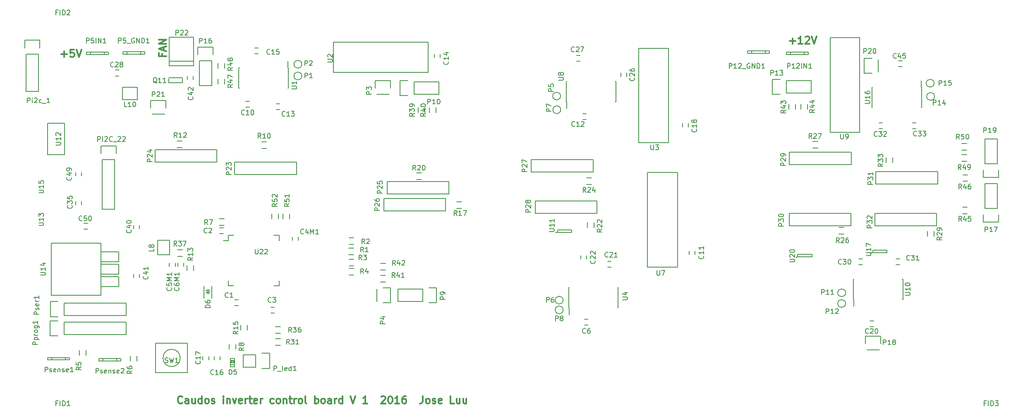
<source format=gbr>
G04 #@! TF.FileFunction,Legend,Top*
%FSLAX46Y46*%
G04 Gerber Fmt 4.6, Leading zero omitted, Abs format (unit mm)*
G04 Created by KiCad (PCBNEW 4.0.1-stable) date 12/11/2016 23:12:02*
%MOMM*%
G01*
G04 APERTURE LIST*
%ADD10C,0.100000*%
%ADD11C,0.300000*%
%ADD12C,0.150000*%
G04 APERTURE END LIST*
D10*
D11*
X32857145Y4464286D02*
X32785716Y4392857D01*
X32571430Y4321429D01*
X32428573Y4321429D01*
X32214288Y4392857D01*
X32071430Y4535714D01*
X32000002Y4678571D01*
X31928573Y4964286D01*
X31928573Y5178571D01*
X32000002Y5464286D01*
X32071430Y5607143D01*
X32214288Y5750000D01*
X32428573Y5821429D01*
X32571430Y5821429D01*
X32785716Y5750000D01*
X32857145Y5678571D01*
X34142859Y4321429D02*
X34142859Y5107143D01*
X34071430Y5250000D01*
X33928573Y5321429D01*
X33642859Y5321429D01*
X33500002Y5250000D01*
X34142859Y4392857D02*
X34000002Y4321429D01*
X33642859Y4321429D01*
X33500002Y4392857D01*
X33428573Y4535714D01*
X33428573Y4678571D01*
X33500002Y4821429D01*
X33642859Y4892857D01*
X34000002Y4892857D01*
X34142859Y4964286D01*
X35500002Y5321429D02*
X35500002Y4321429D01*
X34857145Y5321429D02*
X34857145Y4535714D01*
X34928573Y4392857D01*
X35071431Y4321429D01*
X35285716Y4321429D01*
X35428573Y4392857D01*
X35500002Y4464286D01*
X36857145Y4321429D02*
X36857145Y5821429D01*
X36857145Y4392857D02*
X36714288Y4321429D01*
X36428574Y4321429D01*
X36285716Y4392857D01*
X36214288Y4464286D01*
X36142859Y4607143D01*
X36142859Y5035714D01*
X36214288Y5178571D01*
X36285716Y5250000D01*
X36428574Y5321429D01*
X36714288Y5321429D01*
X36857145Y5250000D01*
X37785717Y4321429D02*
X37642859Y4392857D01*
X37571431Y4464286D01*
X37500002Y4607143D01*
X37500002Y5035714D01*
X37571431Y5178571D01*
X37642859Y5250000D01*
X37785717Y5321429D01*
X38000002Y5321429D01*
X38142859Y5250000D01*
X38214288Y5178571D01*
X38285717Y5035714D01*
X38285717Y4607143D01*
X38214288Y4464286D01*
X38142859Y4392857D01*
X38000002Y4321429D01*
X37785717Y4321429D01*
X38857145Y4392857D02*
X39000002Y4321429D01*
X39285717Y4321429D01*
X39428574Y4392857D01*
X39500002Y4535714D01*
X39500002Y4607143D01*
X39428574Y4750000D01*
X39285717Y4821429D01*
X39071431Y4821429D01*
X38928574Y4892857D01*
X38857145Y5035714D01*
X38857145Y5107143D01*
X38928574Y5250000D01*
X39071431Y5321429D01*
X39285717Y5321429D01*
X39428574Y5250000D01*
X41285717Y4321429D02*
X41285717Y5321429D01*
X41285717Y5821429D02*
X41214288Y5750000D01*
X41285717Y5678571D01*
X41357145Y5750000D01*
X41285717Y5821429D01*
X41285717Y5678571D01*
X42000003Y5321429D02*
X42000003Y4321429D01*
X42000003Y5178571D02*
X42071431Y5250000D01*
X42214289Y5321429D01*
X42428574Y5321429D01*
X42571431Y5250000D01*
X42642860Y5107143D01*
X42642860Y4321429D01*
X43214289Y5321429D02*
X43571432Y4321429D01*
X43928574Y5321429D01*
X45071431Y4392857D02*
X44928574Y4321429D01*
X44642860Y4321429D01*
X44500003Y4392857D01*
X44428574Y4535714D01*
X44428574Y5107143D01*
X44500003Y5250000D01*
X44642860Y5321429D01*
X44928574Y5321429D01*
X45071431Y5250000D01*
X45142860Y5107143D01*
X45142860Y4964286D01*
X44428574Y4821429D01*
X45785717Y4321429D02*
X45785717Y5321429D01*
X45785717Y5035714D02*
X45857145Y5178571D01*
X45928574Y5250000D01*
X46071431Y5321429D01*
X46214288Y5321429D01*
X46500002Y5321429D02*
X47071431Y5321429D01*
X46714288Y5821429D02*
X46714288Y4535714D01*
X46785716Y4392857D01*
X46928574Y4321429D01*
X47071431Y4321429D01*
X48142859Y4392857D02*
X48000002Y4321429D01*
X47714288Y4321429D01*
X47571431Y4392857D01*
X47500002Y4535714D01*
X47500002Y5107143D01*
X47571431Y5250000D01*
X47714288Y5321429D01*
X48000002Y5321429D01*
X48142859Y5250000D01*
X48214288Y5107143D01*
X48214288Y4964286D01*
X47500002Y4821429D01*
X48857145Y4321429D02*
X48857145Y5321429D01*
X48857145Y5035714D02*
X48928573Y5178571D01*
X49000002Y5250000D01*
X49142859Y5321429D01*
X49285716Y5321429D01*
X51571430Y4392857D02*
X51428573Y4321429D01*
X51142859Y4321429D01*
X51000001Y4392857D01*
X50928573Y4464286D01*
X50857144Y4607143D01*
X50857144Y5035714D01*
X50928573Y5178571D01*
X51000001Y5250000D01*
X51142859Y5321429D01*
X51428573Y5321429D01*
X51571430Y5250000D01*
X52428573Y4321429D02*
X52285715Y4392857D01*
X52214287Y4464286D01*
X52142858Y4607143D01*
X52142858Y5035714D01*
X52214287Y5178571D01*
X52285715Y5250000D01*
X52428573Y5321429D01*
X52642858Y5321429D01*
X52785715Y5250000D01*
X52857144Y5178571D01*
X52928573Y5035714D01*
X52928573Y4607143D01*
X52857144Y4464286D01*
X52785715Y4392857D01*
X52642858Y4321429D01*
X52428573Y4321429D01*
X53571430Y5321429D02*
X53571430Y4321429D01*
X53571430Y5178571D02*
X53642858Y5250000D01*
X53785716Y5321429D01*
X54000001Y5321429D01*
X54142858Y5250000D01*
X54214287Y5107143D01*
X54214287Y4321429D01*
X54714287Y5321429D02*
X55285716Y5321429D01*
X54928573Y5821429D02*
X54928573Y4535714D01*
X55000001Y4392857D01*
X55142859Y4321429D01*
X55285716Y4321429D01*
X55785716Y4321429D02*
X55785716Y5321429D01*
X55785716Y5035714D02*
X55857144Y5178571D01*
X55928573Y5250000D01*
X56071430Y5321429D01*
X56214287Y5321429D01*
X56928573Y4321429D02*
X56785715Y4392857D01*
X56714287Y4464286D01*
X56642858Y4607143D01*
X56642858Y5035714D01*
X56714287Y5178571D01*
X56785715Y5250000D01*
X56928573Y5321429D01*
X57142858Y5321429D01*
X57285715Y5250000D01*
X57357144Y5178571D01*
X57428573Y5035714D01*
X57428573Y4607143D01*
X57357144Y4464286D01*
X57285715Y4392857D01*
X57142858Y4321429D01*
X56928573Y4321429D01*
X58285716Y4321429D02*
X58142858Y4392857D01*
X58071430Y4535714D01*
X58071430Y5821429D01*
X60000001Y4321429D02*
X60000001Y5821429D01*
X60000001Y5250000D02*
X60142858Y5321429D01*
X60428572Y5321429D01*
X60571429Y5250000D01*
X60642858Y5178571D01*
X60714287Y5035714D01*
X60714287Y4607143D01*
X60642858Y4464286D01*
X60571429Y4392857D01*
X60428572Y4321429D01*
X60142858Y4321429D01*
X60000001Y4392857D01*
X61571430Y4321429D02*
X61428572Y4392857D01*
X61357144Y4464286D01*
X61285715Y4607143D01*
X61285715Y5035714D01*
X61357144Y5178571D01*
X61428572Y5250000D01*
X61571430Y5321429D01*
X61785715Y5321429D01*
X61928572Y5250000D01*
X62000001Y5178571D01*
X62071430Y5035714D01*
X62071430Y4607143D01*
X62000001Y4464286D01*
X61928572Y4392857D01*
X61785715Y4321429D01*
X61571430Y4321429D01*
X63357144Y4321429D02*
X63357144Y5107143D01*
X63285715Y5250000D01*
X63142858Y5321429D01*
X62857144Y5321429D01*
X62714287Y5250000D01*
X63357144Y4392857D02*
X63214287Y4321429D01*
X62857144Y4321429D01*
X62714287Y4392857D01*
X62642858Y4535714D01*
X62642858Y4678571D01*
X62714287Y4821429D01*
X62857144Y4892857D01*
X63214287Y4892857D01*
X63357144Y4964286D01*
X64071430Y4321429D02*
X64071430Y5321429D01*
X64071430Y5035714D02*
X64142858Y5178571D01*
X64214287Y5250000D01*
X64357144Y5321429D01*
X64500001Y5321429D01*
X65642858Y4321429D02*
X65642858Y5821429D01*
X65642858Y4392857D02*
X65500001Y4321429D01*
X65214287Y4321429D01*
X65071429Y4392857D01*
X65000001Y4464286D01*
X64928572Y4607143D01*
X64928572Y5035714D01*
X65000001Y5178571D01*
X65071429Y5250000D01*
X65214287Y5321429D01*
X65500001Y5321429D01*
X65642858Y5250000D01*
X67285715Y5821429D02*
X67785715Y4321429D01*
X68285715Y5821429D01*
X70714286Y4321429D02*
X69857143Y4321429D01*
X70285715Y4321429D02*
X70285715Y5821429D01*
X70142858Y5607143D01*
X70000000Y5464286D01*
X69857143Y5392857D01*
X73571428Y5678571D02*
X73642857Y5750000D01*
X73785714Y5821429D01*
X74142857Y5821429D01*
X74285714Y5750000D01*
X74357143Y5678571D01*
X74428571Y5535714D01*
X74428571Y5392857D01*
X74357143Y5178571D01*
X73500000Y4321429D01*
X74428571Y4321429D01*
X75357142Y5821429D02*
X75499999Y5821429D01*
X75642856Y5750000D01*
X75714285Y5678571D01*
X75785714Y5535714D01*
X75857142Y5250000D01*
X75857142Y4892857D01*
X75785714Y4607143D01*
X75714285Y4464286D01*
X75642856Y4392857D01*
X75499999Y4321429D01*
X75357142Y4321429D01*
X75214285Y4392857D01*
X75142856Y4464286D01*
X75071428Y4607143D01*
X74999999Y4892857D01*
X74999999Y5250000D01*
X75071428Y5535714D01*
X75142856Y5678571D01*
X75214285Y5750000D01*
X75357142Y5821429D01*
X77285713Y4321429D02*
X76428570Y4321429D01*
X76857142Y4321429D02*
X76857142Y5821429D01*
X76714285Y5607143D01*
X76571427Y5464286D01*
X76428570Y5392857D01*
X78571427Y5821429D02*
X78285713Y5821429D01*
X78142856Y5750000D01*
X78071427Y5678571D01*
X77928570Y5464286D01*
X77857141Y5178571D01*
X77857141Y4607143D01*
X77928570Y4464286D01*
X77999998Y4392857D01*
X78142856Y4321429D01*
X78428570Y4321429D01*
X78571427Y4392857D01*
X78642856Y4464286D01*
X78714284Y4607143D01*
X78714284Y4964286D01*
X78642856Y5107143D01*
X78571427Y5178571D01*
X78428570Y5250000D01*
X78142856Y5250000D01*
X77999998Y5178571D01*
X77928570Y5107143D01*
X77857141Y4964286D01*
X82071426Y5821429D02*
X82071426Y4750000D01*
X81999998Y4535714D01*
X81857141Y4392857D01*
X81642855Y4321429D01*
X81499998Y4321429D01*
X82999998Y4321429D02*
X82857140Y4392857D01*
X82785712Y4464286D01*
X82714283Y4607143D01*
X82714283Y5035714D01*
X82785712Y5178571D01*
X82857140Y5250000D01*
X82999998Y5321429D01*
X83214283Y5321429D01*
X83357140Y5250000D01*
X83428569Y5178571D01*
X83499998Y5035714D01*
X83499998Y4607143D01*
X83428569Y4464286D01*
X83357140Y4392857D01*
X83214283Y4321429D01*
X82999998Y4321429D01*
X84071426Y4392857D02*
X84214283Y4321429D01*
X84499998Y4321429D01*
X84642855Y4392857D01*
X84714283Y4535714D01*
X84714283Y4607143D01*
X84642855Y4750000D01*
X84499998Y4821429D01*
X84285712Y4821429D01*
X84142855Y4892857D01*
X84071426Y5035714D01*
X84071426Y5107143D01*
X84142855Y5250000D01*
X84285712Y5321429D01*
X84499998Y5321429D01*
X84642855Y5250000D01*
X85928569Y4392857D02*
X85785712Y4321429D01*
X85499998Y4321429D01*
X85357141Y4392857D01*
X85285712Y4535714D01*
X85285712Y5107143D01*
X85357141Y5250000D01*
X85499998Y5321429D01*
X85785712Y5321429D01*
X85928569Y5250000D01*
X85999998Y5107143D01*
X85999998Y4964286D01*
X85285712Y4821429D01*
X88499998Y4321429D02*
X87785712Y4321429D01*
X87785712Y5821429D01*
X89642855Y5321429D02*
X89642855Y4321429D01*
X88999998Y5321429D02*
X88999998Y4535714D01*
X89071426Y4392857D01*
X89214284Y4321429D01*
X89428569Y4321429D01*
X89571426Y4392857D01*
X89642855Y4464286D01*
X90999998Y5321429D02*
X90999998Y4321429D01*
X90357141Y5321429D02*
X90357141Y4535714D01*
X90428569Y4392857D01*
X90571427Y4321429D01*
X90785712Y4321429D01*
X90928569Y4392857D01*
X90999998Y4464286D01*
X28756857Y75876715D02*
X28756857Y75376715D01*
X29542571Y75376715D02*
X28042571Y75376715D01*
X28042571Y76091001D01*
X29114000Y76591000D02*
X29114000Y77305286D01*
X29542571Y76448143D02*
X28042571Y76948143D01*
X29542571Y77448143D01*
X29542571Y77948143D02*
X28042571Y77948143D01*
X29542571Y78805286D01*
X28042571Y78805286D01*
X157191144Y78513857D02*
X158334001Y78513857D01*
X157762572Y77942429D02*
X157762572Y79085286D01*
X159834001Y77942429D02*
X158976858Y77942429D01*
X159405430Y77942429D02*
X159405430Y79442429D01*
X159262573Y79228143D01*
X159119715Y79085286D01*
X158976858Y79013857D01*
X160405429Y79299571D02*
X160476858Y79371000D01*
X160619715Y79442429D01*
X160976858Y79442429D01*
X161119715Y79371000D01*
X161191144Y79299571D01*
X161262572Y79156714D01*
X161262572Y79013857D01*
X161191144Y78799571D01*
X160334001Y77942429D01*
X161262572Y77942429D01*
X161691143Y79442429D02*
X162191143Y77942429D01*
X162691143Y79442429D01*
X8115429Y75813857D02*
X9258286Y75813857D01*
X8686857Y75242429D02*
X8686857Y76385286D01*
X10686858Y76742429D02*
X9972572Y76742429D01*
X9901143Y76028143D01*
X9972572Y76099571D01*
X10115429Y76171000D01*
X10472572Y76171000D01*
X10615429Y76099571D01*
X10686858Y76028143D01*
X10758286Y75885286D01*
X10758286Y75528143D01*
X10686858Y75385286D01*
X10615429Y75313857D01*
X10472572Y75242429D01*
X10115429Y75242429D01*
X9972572Y75313857D01*
X9901143Y75385286D01*
X11186857Y76742429D02*
X11686857Y75242429D01*
X12186857Y76742429D01*
D12*
X165432000Y59839000D02*
X165432000Y79239000D01*
X165432000Y79219000D02*
X171532000Y79219000D01*
X171512000Y79239000D02*
X171512000Y59839000D01*
X171532000Y59859000D02*
X165432000Y59859000D01*
X115578000Y50546800D02*
X116578000Y50546800D01*
X116578000Y49196800D02*
X115578000Y49196800D01*
X111428200Y66096000D02*
X111533200Y66096000D01*
X111428200Y70246000D02*
X111533200Y70246000D01*
X121578200Y70246000D02*
X121473200Y70246000D01*
X121578200Y66096000D02*
X121473200Y66096000D01*
X111428200Y66096000D02*
X111428200Y70246000D01*
X121578200Y66096000D02*
X121578200Y70246000D01*
X111533200Y66096000D02*
X111533200Y64721000D01*
X30114000Y70971000D02*
X32914000Y70971000D01*
X32914000Y70971000D02*
X32914000Y69971000D01*
X32914000Y69971000D02*
X30114000Y69971000D01*
X30114000Y69971000D02*
X30114000Y70871000D01*
X54589000Y73046000D02*
X54484000Y73046000D01*
X54589000Y68896000D02*
X54484000Y68896000D01*
X44439000Y68896000D02*
X44544000Y68896000D01*
X44439000Y73046000D02*
X44544000Y73046000D01*
X54589000Y73046000D02*
X54589000Y68896000D01*
X44439000Y73046000D02*
X44439000Y68896000D01*
X54484000Y73046000D02*
X54484000Y74421000D01*
X19864000Y71371000D02*
X19164000Y71371000D01*
X19164000Y72571000D02*
X19864000Y72571000D01*
X30264000Y37721000D02*
X30264000Y34721000D01*
X30264000Y34721000D02*
X27764000Y34721000D01*
X27764000Y34721000D02*
X27764000Y37721000D01*
X27764000Y37721000D02*
X30264000Y37721000D01*
X33839000Y31571000D02*
X33839000Y32571000D01*
X35189000Y32571000D02*
X35189000Y31571000D01*
X128063600Y32196200D02*
X128063600Y51596200D01*
X128103600Y51586200D02*
X134213600Y51586200D01*
X134213600Y51596200D02*
X134213600Y32196200D01*
X128103600Y32206200D02*
X134103600Y32206200D01*
X31414000Y33071000D02*
X31414000Y32371000D01*
X30214000Y32371000D02*
X30214000Y33071000D01*
X33114000Y33071000D02*
X33114000Y32371000D01*
X31914000Y32371000D02*
X31914000Y33071000D01*
X45878000Y66169000D02*
X46578000Y66169000D01*
X46578000Y64969000D02*
X45878000Y64969000D01*
X137810800Y35540600D02*
X137810800Y34840600D01*
X136610800Y34840600D02*
X136610800Y35540600D01*
X85614000Y75821000D02*
X85614000Y75121000D01*
X84414000Y75121000D02*
X84414000Y75821000D01*
X136439200Y61651800D02*
X136439200Y60951800D01*
X135239200Y60951800D02*
X135239200Y61651800D01*
X173640000Y21211000D02*
X174340000Y21211000D01*
X174340000Y20011000D02*
X173640000Y20011000D01*
X114253200Y74371000D02*
X113553200Y74371000D01*
X113553200Y75571000D02*
X114253200Y75571000D01*
X172054000Y32711000D02*
X171354000Y32711000D01*
X171354000Y33911000D02*
X172054000Y33911000D01*
X179674000Y32711000D02*
X178974000Y32711000D01*
X178974000Y33911000D02*
X179674000Y33911000D01*
X182320000Y61751000D02*
X183020000Y61751000D01*
X183020000Y60551000D02*
X182320000Y60551000D01*
X22894000Y40091000D02*
X22894000Y40791000D01*
X24094000Y40791000D02*
X24094000Y40091000D01*
X22914000Y30121000D02*
X22914000Y30821000D01*
X24114000Y30821000D02*
X24114000Y30121000D01*
X33914000Y70621000D02*
X33914000Y71321000D01*
X35114000Y71321000D02*
X35114000Y70621000D01*
X43563580Y13120580D02*
X42664420Y13120580D01*
X42664420Y13120580D02*
X42664420Y13519360D01*
X43563580Y13519360D02*
X42664420Y13519360D01*
X43563580Y13120580D02*
X43563580Y13519360D01*
X43563580Y11822640D02*
X42664420Y11822640D01*
X42664420Y11822640D02*
X42664420Y12221420D01*
X43563580Y12221420D02*
X42664420Y12221420D01*
X43563580Y11822640D02*
X43563580Y12221420D01*
X43563580Y12671000D02*
X43413720Y12671000D01*
X43413720Y12671000D02*
X43413720Y12970720D01*
X43563580Y12970720D02*
X43413720Y12970720D01*
X43563580Y12671000D02*
X43563580Y12970720D01*
X42814280Y12671000D02*
X42664420Y12671000D01*
X42664420Y12671000D02*
X42664420Y12970720D01*
X42814280Y12970720D02*
X42664420Y12970720D01*
X42814280Y12671000D02*
X42814280Y12970720D01*
X43263860Y12671000D02*
X42964140Y12671000D01*
X42964140Y12671000D02*
X42964140Y12970720D01*
X43263860Y12970720D02*
X42964140Y12970720D01*
X43263860Y12671000D02*
X43263860Y12970720D01*
X43512780Y13120580D02*
X43512780Y12221420D01*
X42715220Y13120580D02*
X42715220Y12221420D01*
X38100000Y27465000D02*
X38100000Y27715000D01*
X38100000Y26965000D02*
X38100000Y26715000D01*
X38100000Y26965000D02*
X37750000Y27465000D01*
X37750000Y27465000D02*
X38450000Y27465000D01*
X38450000Y27465000D02*
X38100000Y26965000D01*
X37750000Y26965000D02*
X38450000Y26965000D01*
X38900000Y25915000D02*
X38900000Y28315000D01*
X37300000Y25915000D02*
X37300000Y28315000D01*
X16894000Y76283000D02*
X16894000Y75783000D01*
X14094000Y76283000D02*
X14094000Y75783000D01*
X15494000Y76233000D02*
X17744000Y76233000D01*
X17744000Y76233000D02*
X17744000Y75733000D01*
X17744000Y75733000D02*
X13244000Y75733000D01*
X13244000Y75733000D02*
X13244000Y76233000D01*
X13244000Y76233000D02*
X15494000Y76233000D01*
X160164000Y76271000D02*
X160164000Y75771000D01*
X157364000Y76271000D02*
X157364000Y75771000D01*
X158764000Y76221000D02*
X161014000Y76221000D01*
X161014000Y76221000D02*
X161014000Y75721000D01*
X161014000Y75721000D02*
X156514000Y75721000D01*
X156514000Y75721000D02*
X156514000Y76221000D01*
X156514000Y76221000D02*
X158764000Y76221000D01*
X8630600Y20969200D02*
X21330600Y20969200D01*
X21330600Y20969200D02*
X21330600Y18429200D01*
X21330600Y18429200D02*
X8630600Y18429200D01*
X5810600Y21249200D02*
X7360600Y21249200D01*
X8630600Y20969200D02*
X8630600Y18429200D01*
X7360600Y18149200D02*
X5810600Y18149200D01*
X5810600Y18149200D02*
X5810600Y21249200D01*
X8914000Y13771000D02*
X8914000Y13271000D01*
X6114000Y13771000D02*
X6114000Y13271000D01*
X7514000Y13721000D02*
X9764000Y13721000D01*
X9764000Y13721000D02*
X9764000Y13221000D01*
X9764000Y13221000D02*
X5264000Y13221000D01*
X5264000Y13221000D02*
X5264000Y13721000D01*
X5264000Y13721000D02*
X7514000Y13721000D01*
X19414000Y13521000D02*
X19414000Y13021000D01*
X16614000Y13521000D02*
X16614000Y13021000D01*
X18014000Y13471000D02*
X20264000Y13471000D01*
X20264000Y13471000D02*
X20264000Y12971000D01*
X20264000Y12971000D02*
X15764000Y12971000D01*
X15764000Y12971000D02*
X15764000Y13471000D01*
X15764000Y13471000D02*
X18014000Y13471000D01*
X8681400Y24880800D02*
X21381400Y24880800D01*
X21381400Y24880800D02*
X21381400Y22340800D01*
X21381400Y22340800D02*
X8681400Y22340800D01*
X5861400Y25160800D02*
X7411400Y25160800D01*
X8681400Y24880800D02*
X8681400Y22340800D01*
X7411400Y22060800D02*
X5861400Y22060800D01*
X5861400Y22060800D02*
X5861400Y25160800D01*
X67914000Y34796000D02*
X66914000Y34796000D01*
X66914000Y36146000D02*
X67914000Y36146000D01*
X67964000Y36896000D02*
X66964000Y36896000D01*
X66964000Y38246000D02*
X67964000Y38246000D01*
X67964000Y32496000D02*
X66964000Y32496000D01*
X66964000Y33846000D02*
X67964000Y33846000D01*
X67964000Y30646000D02*
X66964000Y30646000D01*
X66964000Y31996000D02*
X67964000Y31996000D01*
X11839000Y14221000D02*
X11839000Y15221000D01*
X13189000Y15221000D02*
X13189000Y14221000D01*
X22190080Y13044720D02*
X22190080Y14044720D01*
X23540080Y14044720D02*
X23540080Y13044720D01*
X40414000Y42146000D02*
X41414000Y42146000D01*
X41414000Y40796000D02*
X40414000Y40796000D01*
X42439000Y15421000D02*
X42439000Y16421000D01*
X43789000Y16421000D02*
X43789000Y15421000D01*
X31814000Y58046000D02*
X32814000Y58046000D01*
X32814000Y56696000D02*
X31814000Y56696000D01*
X46141000Y20349000D02*
X46141000Y19349000D01*
X44791000Y19349000D02*
X44791000Y20349000D01*
X89009600Y45619200D02*
X90009600Y45619200D01*
X90009600Y44269200D02*
X89009600Y44269200D01*
X81780000Y50162000D02*
X80780000Y50162000D01*
X80780000Y51512000D02*
X81780000Y51512000D01*
X167253600Y40336000D02*
X168253600Y40336000D01*
X168253600Y38986000D02*
X167253600Y38986000D01*
X161924000Y57926000D02*
X162924000Y57926000D01*
X162924000Y56576000D02*
X161924000Y56576000D01*
X186704600Y39551400D02*
X186704600Y38551400D01*
X185354600Y38551400D02*
X185354600Y39551400D01*
X52914000Y16196000D02*
X51914000Y16196000D01*
X51914000Y17546000D02*
X52914000Y17546000D01*
X52914000Y18696000D02*
X51914000Y18696000D01*
X51914000Y20046000D02*
X52914000Y20046000D01*
X126295600Y57671000D02*
X126295600Y77071000D01*
X126295600Y77051000D02*
X132395600Y77051000D01*
X132375600Y77071000D02*
X132375600Y57671000D01*
X132395600Y57691000D02*
X126295600Y57691000D01*
X111921800Y23889600D02*
X112026800Y23889600D01*
X111921800Y28039600D02*
X112026800Y28039600D01*
X122071800Y28039600D02*
X121966800Y28039600D01*
X122071800Y23889600D02*
X121966800Y23889600D01*
X111921800Y23889600D02*
X111921800Y28039600D01*
X122071800Y23889600D02*
X122071800Y28039600D01*
X112026800Y23889600D02*
X112026800Y22514600D01*
X170185000Y25648000D02*
X170290000Y25648000D01*
X170185000Y29798000D02*
X170290000Y29798000D01*
X180335000Y29798000D02*
X180230000Y29798000D01*
X180335000Y25648000D02*
X180230000Y25648000D01*
X170185000Y25648000D02*
X170185000Y29798000D01*
X180335000Y25648000D02*
X180335000Y29798000D01*
X170290000Y25648000D02*
X170290000Y24273000D01*
X109499600Y39310200D02*
G75*
G03X109499600Y39310200I-100000J0D01*
G01*
X109649600Y39860200D02*
X109649600Y39360200D01*
X112549600Y39860200D02*
X109649600Y39860200D01*
X112549600Y39360200D02*
X112549600Y39860200D01*
X109649600Y39360200D02*
X112549600Y39360200D01*
X16199800Y33339000D02*
X19882800Y33339000D01*
X19882800Y33339000D02*
X19882800Y35371000D01*
X19882800Y35371000D02*
X16199800Y35371000D01*
X16199800Y30799000D02*
X19882800Y30799000D01*
X19882800Y30799000D02*
X19882800Y32831000D01*
X19882800Y32831000D02*
X16199800Y32831000D01*
X16199800Y28259000D02*
X19882800Y28259000D01*
X19882800Y28259000D02*
X19882800Y30291000D01*
X19882800Y30291000D02*
X16199800Y30291000D01*
X16199800Y26481000D02*
X16199800Y37149000D01*
X16199800Y37149000D02*
X6039800Y37149000D01*
X6039800Y37149000D02*
X6039800Y26481000D01*
X6039800Y26481000D02*
X16199800Y26481000D01*
X184189000Y69068000D02*
X184084000Y69068000D01*
X184189000Y64918000D02*
X184084000Y64918000D01*
X174039000Y64918000D02*
X174144000Y64918000D01*
X174039000Y69068000D02*
X174144000Y69068000D01*
X184189000Y69068000D02*
X184189000Y64918000D01*
X174039000Y69068000D02*
X174039000Y64918000D01*
X184084000Y69068000D02*
X184084000Y70443000D01*
X174014000Y35171000D02*
G75*
G03X174014000Y35171000I-100000J0D01*
G01*
X174164000Y35721000D02*
X174164000Y35221000D01*
X177064000Y35721000D02*
X174164000Y35721000D01*
X177064000Y35221000D02*
X177064000Y35721000D01*
X174164000Y35221000D02*
X177064000Y35221000D01*
X158674000Y34281000D02*
G75*
G03X158674000Y34281000I-100000J0D01*
G01*
X158824000Y34831000D02*
X158824000Y34331000D01*
X161724000Y34831000D02*
X158824000Y34831000D01*
X161724000Y34331000D02*
X161724000Y34831000D01*
X158824000Y34331000D02*
X161724000Y34331000D01*
X42323000Y38740000D02*
X42323000Y37665000D01*
X52673000Y38740000D02*
X52673000Y37665000D01*
X52673000Y28390000D02*
X52673000Y29465000D01*
X42323000Y28390000D02*
X42323000Y29465000D01*
X42323000Y38740000D02*
X43398000Y38740000D01*
X42323000Y28390000D02*
X43398000Y28390000D01*
X52673000Y28390000D02*
X51598000Y28390000D01*
X52673000Y38740000D02*
X51598000Y38740000D01*
X42323000Y37665000D02*
X41298000Y37665000D01*
X43592000Y25529000D02*
X44292000Y25529000D01*
X44292000Y24329000D02*
X43592000Y24329000D01*
X40532000Y40261000D02*
X41232000Y40261000D01*
X41232000Y39061000D02*
X40532000Y39061000D01*
X50964600Y24007600D02*
X51664600Y24007600D01*
X51664600Y22807600D02*
X50964600Y22807600D01*
X56576200Y38425400D02*
X56576200Y37725400D01*
X55376200Y37725400D02*
X55376200Y38425400D01*
X115146800Y21564600D02*
X115846800Y21564600D01*
X115846800Y20364600D02*
X115146800Y20364600D01*
X115553200Y62471000D02*
X114853200Y62471000D01*
X114853200Y63671000D02*
X115553200Y63671000D01*
X47664000Y77071000D02*
X48364000Y77071000D01*
X48364000Y75871000D02*
X47664000Y75871000D01*
X40592300Y13950600D02*
X40592300Y13250600D01*
X39392300Y13250600D02*
X39392300Y13950600D01*
X38273280Y13950600D02*
X38273280Y13250600D01*
X37073280Y13250600D02*
X37073280Y13950600D01*
X120605600Y32203000D02*
X119905600Y32203000D01*
X119905600Y33403000D02*
X120605600Y33403000D01*
X114411200Y33875400D02*
X114411200Y34575400D01*
X115611200Y34575400D02*
X115611200Y33875400D01*
X122640800Y71276200D02*
X122640800Y71976200D01*
X123840800Y71976200D02*
X123840800Y71276200D01*
X175462000Y61751000D02*
X176162000Y61751000D01*
X176162000Y60551000D02*
X175462000Y60551000D01*
X180164000Y73271000D02*
X179464000Y73271000D01*
X179464000Y74471000D02*
X180164000Y74471000D01*
X21514000Y75771000D02*
X21514000Y76271000D01*
X24314000Y75771000D02*
X24314000Y76271000D01*
X22914000Y75821000D02*
X20664000Y75821000D01*
X20664000Y75821000D02*
X20664000Y76321000D01*
X20664000Y76321000D02*
X25164000Y76321000D01*
X25164000Y76321000D02*
X25164000Y75821000D01*
X25164000Y75821000D02*
X22914000Y75821000D01*
X152164000Y76521000D02*
X152164000Y76021000D01*
X149364000Y76521000D02*
X149364000Y76021000D01*
X150764000Y76471000D02*
X153014000Y76471000D01*
X153014000Y76471000D02*
X153014000Y75971000D01*
X153014000Y75971000D02*
X148514000Y75971000D01*
X148514000Y75971000D02*
X148514000Y76471000D01*
X148514000Y76471000D02*
X150764000Y76471000D01*
X47894000Y11751000D02*
X45354000Y11751000D01*
X50714000Y11471000D02*
X49164000Y11471000D01*
X47894000Y11751000D02*
X47894000Y14291000D01*
X49164000Y14571000D02*
X50714000Y14571000D01*
X50714000Y14571000D02*
X50714000Y11471000D01*
X47894000Y14291000D02*
X45354000Y14291000D01*
X45354000Y14291000D02*
X45354000Y11751000D01*
X50114000Y56496000D02*
X49114000Y56496000D01*
X49114000Y57846000D02*
X50114000Y57846000D01*
X117108600Y41329400D02*
X117108600Y40329400D01*
X115758600Y40329400D02*
X115758600Y41329400D01*
X176939000Y53651000D02*
X176939000Y54651000D01*
X178289000Y54651000D02*
X178289000Y53651000D01*
X83214000Y72131000D02*
X63814000Y72131000D01*
X63824000Y72171000D02*
X63824000Y78281000D01*
X63814000Y78281000D02*
X83214000Y78281000D01*
X83204000Y72171000D02*
X83204000Y78171000D01*
X57317219Y71371000D02*
G75*
G03X57317219Y71371000I-803219J0D01*
G01*
X57317219Y73771000D02*
G75*
G03X57317219Y73771000I-803219J0D01*
G01*
X72644000Y67601000D02*
X75184000Y67601000D01*
X75464000Y70421000D02*
X75464000Y68871000D01*
X75464000Y70421000D02*
X72364000Y70421000D01*
X72364000Y70421000D02*
X72364000Y68871000D01*
X72644000Y27723000D02*
X72644000Y25183000D01*
X75464000Y24903000D02*
X73914000Y24903000D01*
X75464000Y24903000D02*
X75464000Y28003000D01*
X75464000Y28003000D02*
X73914000Y28003000D01*
X110277219Y67245400D02*
G75*
G03X110277219Y67245400I-803219J0D01*
G01*
X110800019Y25464600D02*
G75*
G03X110800019Y25464600I-803219J0D01*
G01*
X110306419Y64451400D02*
G75*
G03X110306419Y64451400I-803219J0D01*
G01*
X110800019Y23464600D02*
G75*
G03X110800019Y23464600I-803219J0D01*
G01*
X82042000Y27723000D02*
X76962000Y27723000D01*
X76962000Y27723000D02*
X76962000Y25183000D01*
X76962000Y25183000D02*
X82042000Y25183000D01*
X84862000Y24903000D02*
X83312000Y24903000D01*
X82042000Y25183000D02*
X82042000Y27723000D01*
X83312000Y28003000D02*
X84862000Y28003000D01*
X84862000Y28003000D02*
X84862000Y24903000D01*
X80264000Y67601000D02*
X85344000Y67601000D01*
X85344000Y67601000D02*
X85344000Y70141000D01*
X85344000Y70141000D02*
X80264000Y70141000D01*
X77444000Y70421000D02*
X78994000Y70421000D01*
X80264000Y70141000D02*
X80264000Y67601000D01*
X78994000Y67321000D02*
X77444000Y67321000D01*
X77444000Y67321000D02*
X77444000Y70421000D01*
X168617219Y26971000D02*
G75*
G03X168617219Y26971000I-803219J0D01*
G01*
X168617219Y24771000D02*
G75*
G03X168617219Y24771000I-803219J0D01*
G01*
X156464000Y67855000D02*
X161544000Y67855000D01*
X161544000Y67855000D02*
X161544000Y70395000D01*
X161544000Y70395000D02*
X156464000Y70395000D01*
X153644000Y70675000D02*
X155194000Y70675000D01*
X156464000Y70395000D02*
X156464000Y67855000D01*
X155194000Y67575000D02*
X153644000Y67575000D01*
X153644000Y67575000D02*
X153644000Y70675000D01*
X186817219Y67171000D02*
G75*
G03X186817219Y67171000I-803219J0D01*
G01*
X186731219Y69887000D02*
G75*
G03X186731219Y69887000I-803219J0D01*
G01*
X36322000Y74459000D02*
X36322000Y69379000D01*
X36322000Y69379000D02*
X38862000Y69379000D01*
X38862000Y69379000D02*
X38862000Y74459000D01*
X39142000Y77279000D02*
X39142000Y75729000D01*
X38862000Y74459000D02*
X36322000Y74459000D01*
X36042000Y75729000D02*
X36042000Y77279000D01*
X36042000Y77279000D02*
X39142000Y77279000D01*
X199644000Y44233000D02*
X199644000Y49313000D01*
X199644000Y49313000D02*
X197104000Y49313000D01*
X197104000Y49313000D02*
X197104000Y44233000D01*
X196824000Y41413000D02*
X196824000Y42963000D01*
X197104000Y44233000D02*
X199644000Y44233000D01*
X199924000Y42963000D02*
X199924000Y41413000D01*
X199924000Y41413000D02*
X196824000Y41413000D01*
X175794000Y18097000D02*
X175794000Y16547000D01*
X172694000Y16547000D02*
X172694000Y18097000D01*
X172694000Y18097000D02*
X175794000Y18097000D01*
X172974000Y15277000D02*
X175514000Y15277000D01*
X199644000Y53377000D02*
X199644000Y58457000D01*
X199644000Y58457000D02*
X197104000Y58457000D01*
X197104000Y58457000D02*
X197104000Y53377000D01*
X196824000Y50557000D02*
X196824000Y52107000D01*
X197104000Y53377000D02*
X199644000Y53377000D01*
X199924000Y52107000D02*
X199924000Y50557000D01*
X199924000Y50557000D02*
X196824000Y50557000D01*
X175260000Y72173000D02*
X175260000Y74713000D01*
X172440000Y74993000D02*
X173990000Y74993000D01*
X172440000Y74993000D02*
X172440000Y71893000D01*
X172440000Y71893000D02*
X173990000Y71893000D01*
X29490000Y66357000D02*
X29490000Y64807000D01*
X26390000Y64807000D02*
X26390000Y66357000D01*
X26390000Y66357000D02*
X29490000Y66357000D01*
X26670000Y63537000D02*
X29210000Y63537000D01*
X32864000Y34446000D02*
X31864000Y34446000D01*
X31864000Y35796000D02*
X32864000Y35796000D01*
X35164000Y74371000D02*
X35164000Y73471000D01*
X35164000Y73471000D02*
X30164000Y73471000D01*
X30164000Y73471000D02*
X30164000Y74371000D01*
X35164000Y76071000D02*
X35164000Y79271000D01*
X35164000Y79271000D02*
X30264000Y79271000D01*
X30264000Y79271000D02*
X30164000Y79271000D01*
X30164000Y79271000D02*
X30164000Y76071000D01*
X30164000Y76071000D02*
X30164000Y74371000D01*
X30164000Y74371000D02*
X35164000Y74371000D01*
X35164000Y74371000D02*
X35164000Y76071000D01*
X56244000Y53741000D02*
X43584000Y53741000D01*
X43584000Y53741000D02*
X43584000Y51201000D01*
X43584000Y51201000D02*
X56244000Y51201000D01*
X56244000Y51201000D02*
X56244000Y53741000D01*
X27284000Y53701000D02*
X39944000Y53701000D01*
X39944000Y53701000D02*
X39944000Y56241000D01*
X39944000Y56241000D02*
X27284000Y56241000D01*
X27284000Y56241000D02*
X27284000Y53701000D01*
X74784000Y47201000D02*
X87444000Y47201000D01*
X87444000Y47201000D02*
X87444000Y49741000D01*
X87444000Y49741000D02*
X74784000Y49741000D01*
X74784000Y49741000D02*
X74784000Y47201000D01*
X86744000Y46241000D02*
X74084000Y46241000D01*
X74084000Y46241000D02*
X74084000Y43701000D01*
X74084000Y43701000D02*
X86744000Y43701000D01*
X86744000Y43701000D02*
X86744000Y46241000D01*
X104284000Y51701000D02*
X116944000Y51701000D01*
X116944000Y51701000D02*
X116944000Y54241000D01*
X116944000Y54241000D02*
X104284000Y54241000D01*
X104284000Y54241000D02*
X104284000Y51701000D01*
X117744000Y45741000D02*
X105084000Y45741000D01*
X105084000Y45741000D02*
X105084000Y43201000D01*
X105084000Y43201000D02*
X117744000Y43201000D01*
X117744000Y43201000D02*
X117744000Y45741000D01*
X157124000Y53201000D02*
X169784000Y53201000D01*
X169784000Y53201000D02*
X169784000Y55741000D01*
X169784000Y55741000D02*
X157124000Y55741000D01*
X157124000Y55741000D02*
X157124000Y53201000D01*
X169744000Y43241000D02*
X157084000Y43241000D01*
X157084000Y43241000D02*
X157084000Y40701000D01*
X157084000Y40701000D02*
X169744000Y40701000D01*
X169744000Y40701000D02*
X169744000Y43241000D01*
X174784000Y49201000D02*
X187444000Y49201000D01*
X187444000Y49201000D02*
X187444000Y51741000D01*
X187444000Y51741000D02*
X174784000Y51741000D01*
X174784000Y51741000D02*
X174784000Y49201000D01*
X187244000Y43241000D02*
X174584000Y43241000D01*
X174584000Y43241000D02*
X174584000Y40701000D01*
X174584000Y40701000D02*
X187244000Y40701000D01*
X187244000Y40701000D02*
X187244000Y43241000D01*
X52114000Y65671000D02*
X52814000Y65671000D01*
X52814000Y64471000D02*
X52114000Y64471000D01*
X11034000Y50921000D02*
X11034000Y51621000D01*
X12234000Y51621000D02*
X12234000Y50921000D01*
X82489000Y64871000D02*
X82489000Y63871000D01*
X81139000Y63871000D02*
X81139000Y64871000D01*
X84789000Y64871000D02*
X84789000Y63871000D01*
X83439000Y63871000D02*
X83439000Y64871000D01*
X73414000Y30546000D02*
X74414000Y30546000D01*
X74414000Y29196000D02*
X73414000Y29196000D01*
X73414000Y32946000D02*
X74414000Y32946000D01*
X74414000Y31596000D02*
X73414000Y31596000D01*
X158389000Y65571000D02*
X158389000Y64571000D01*
X157039000Y64571000D02*
X157039000Y65571000D01*
X160789000Y65571000D02*
X160789000Y64571000D01*
X159439000Y64571000D02*
X159439000Y65571000D01*
X193524000Y43126000D02*
X192524000Y43126000D01*
X192524000Y44476000D02*
X193524000Y44476000D01*
X193614000Y49796000D02*
X192614000Y49796000D01*
X192614000Y51146000D02*
X193614000Y51146000D01*
X40139000Y69771000D02*
X40139000Y70771000D01*
X41489000Y70771000D02*
X41489000Y69771000D01*
X41489000Y73971000D02*
X41489000Y72971000D01*
X40139000Y72971000D02*
X40139000Y73971000D01*
X193414000Y53896000D02*
X192414000Y53896000D01*
X192414000Y55246000D02*
X193414000Y55246000D01*
X192414000Y57546000D02*
X193414000Y57546000D01*
X193414000Y56196000D02*
X192414000Y56196000D01*
X53439000Y42171000D02*
X53439000Y43171000D01*
X54789000Y43171000D02*
X54789000Y42171000D01*
X51139000Y42171000D02*
X51139000Y43171000D01*
X52489000Y43171000D02*
X52489000Y42171000D01*
X5264000Y55221000D02*
X5264000Y61721000D01*
X5264000Y61721000D02*
X8764000Y61721000D01*
X8764000Y61721000D02*
X8764000Y55221000D01*
X8764000Y55221000D02*
X5264000Y55221000D01*
X27419000Y16630000D02*
X33919000Y16630000D01*
X33919000Y16630000D02*
X33919000Y10630000D01*
X33919000Y10630000D02*
X27419000Y10630000D01*
X27419000Y10630000D02*
X27419000Y16630000D01*
X32436767Y13630000D02*
G75*
G03X32436767Y13630000I-1767767J0D01*
G01*
X12214000Y45721000D02*
X12214000Y45021000D01*
X11014000Y45021000D02*
X11014000Y45721000D01*
X12764000Y41231000D02*
X13464000Y41231000D01*
X13464000Y40031000D02*
X12764000Y40031000D01*
X16214000Y55471000D02*
X16214000Y57021000D01*
X16214000Y57021000D02*
X19314000Y57021000D01*
X19314000Y57021000D02*
X19314000Y55471000D01*
X19034000Y54201000D02*
X19034000Y44041000D01*
X19034000Y44041000D02*
X16494000Y44041000D01*
X16494000Y44041000D02*
X16494000Y54201000D01*
X19034000Y54201000D02*
X16494000Y54201000D01*
X20644000Y69031000D02*
X23644000Y69031000D01*
X23644000Y69031000D02*
X23644000Y66531000D01*
X23644000Y66531000D02*
X20644000Y66531000D01*
X20644000Y66531000D02*
X20644000Y69031000D01*
X889000Y75856000D02*
X889000Y68236000D01*
X3429000Y75856000D02*
X3429000Y68236000D01*
X3709000Y78676000D02*
X3709000Y77126000D01*
X889000Y68236000D02*
X3429000Y68236000D01*
X3429000Y75856000D02*
X889000Y75856000D01*
X609000Y77126000D02*
X609000Y78676000D01*
X609000Y78676000D02*
X3709000Y78676000D01*
X167592095Y59468619D02*
X167592095Y58659095D01*
X167639714Y58563857D01*
X167687333Y58516238D01*
X167782571Y58468619D01*
X167973048Y58468619D01*
X168068286Y58516238D01*
X168115905Y58563857D01*
X168163524Y58659095D01*
X168163524Y59468619D01*
X168687333Y58468619D02*
X168877809Y58468619D01*
X168973048Y58516238D01*
X169020667Y58563857D01*
X169115905Y58706714D01*
X169163524Y58897190D01*
X169163524Y59278143D01*
X169115905Y59373381D01*
X169068286Y59421000D01*
X168973048Y59468619D01*
X168782571Y59468619D01*
X168687333Y59421000D01*
X168639714Y59373381D01*
X168592095Y59278143D01*
X168592095Y59040048D01*
X168639714Y58944810D01*
X168687333Y58897190D01*
X168782571Y58849571D01*
X168973048Y58849571D01*
X169068286Y58897190D01*
X169115905Y58944810D01*
X169163524Y59040048D01*
X115471143Y47558619D02*
X115137809Y48034810D01*
X114899714Y47558619D02*
X114899714Y48558619D01*
X115280667Y48558619D01*
X115375905Y48511000D01*
X115423524Y48463381D01*
X115471143Y48368143D01*
X115471143Y48225286D01*
X115423524Y48130048D01*
X115375905Y48082429D01*
X115280667Y48034810D01*
X114899714Y48034810D01*
X115852095Y48463381D02*
X115899714Y48511000D01*
X115994952Y48558619D01*
X116233048Y48558619D01*
X116328286Y48511000D01*
X116375905Y48463381D01*
X116423524Y48368143D01*
X116423524Y48272905D01*
X116375905Y48130048D01*
X115804476Y47558619D01*
X116423524Y47558619D01*
X117280667Y48225286D02*
X117280667Y47558619D01*
X117042571Y48606238D02*
X116804476Y47891952D01*
X117423524Y47891952D01*
X109855581Y70509095D02*
X110665105Y70509095D01*
X110760343Y70556714D01*
X110807962Y70604333D01*
X110855581Y70699571D01*
X110855581Y70890048D01*
X110807962Y70985286D01*
X110760343Y71032905D01*
X110665105Y71080524D01*
X109855581Y71080524D01*
X110284152Y71699571D02*
X110236533Y71604333D01*
X110188914Y71556714D01*
X110093676Y71509095D01*
X110046057Y71509095D01*
X109950819Y71556714D01*
X109903200Y71604333D01*
X109855581Y71699571D01*
X109855581Y71890048D01*
X109903200Y71985286D01*
X109950819Y72032905D01*
X110046057Y72080524D01*
X110093676Y72080524D01*
X110188914Y72032905D01*
X110236533Y71985286D01*
X110284152Y71890048D01*
X110284152Y71699571D01*
X110331771Y71604333D01*
X110379390Y71556714D01*
X110474629Y71509095D01*
X110665105Y71509095D01*
X110760343Y71556714D01*
X110807962Y71604333D01*
X110855581Y71699571D01*
X110855581Y71890048D01*
X110807962Y71985286D01*
X110760343Y72032905D01*
X110665105Y72080524D01*
X110474629Y72080524D01*
X110379390Y72032905D01*
X110331771Y71985286D01*
X110284152Y71890048D01*
X27642572Y69923381D02*
X27547334Y69971000D01*
X27452096Y70066238D01*
X27309239Y70209095D01*
X27214000Y70256714D01*
X27118762Y70256714D01*
X27166381Y70018619D02*
X27071143Y70066238D01*
X26975905Y70161476D01*
X26928286Y70351952D01*
X26928286Y70685286D01*
X26975905Y70875762D01*
X27071143Y70971000D01*
X27166381Y71018619D01*
X27356858Y71018619D01*
X27452096Y70971000D01*
X27547334Y70875762D01*
X27594953Y70685286D01*
X27594953Y70351952D01*
X27547334Y70161476D01*
X27452096Y70066238D01*
X27356858Y70018619D01*
X27166381Y70018619D01*
X28547334Y70018619D02*
X27975905Y70018619D01*
X28261619Y70018619D02*
X28261619Y71018619D01*
X28166381Y70875762D01*
X28071143Y70780524D01*
X27975905Y70732905D01*
X29499715Y70018619D02*
X28928286Y70018619D01*
X29214000Y70018619D02*
X29214000Y71018619D01*
X29118762Y70875762D01*
X29023524Y70780524D01*
X28928286Y70732905D01*
X55266381Y68709095D02*
X56075905Y68709095D01*
X56171143Y68756714D01*
X56218762Y68804333D01*
X56266381Y68899571D01*
X56266381Y69090048D01*
X56218762Y69185286D01*
X56171143Y69232905D01*
X56075905Y69280524D01*
X55266381Y69280524D01*
X56266381Y70280524D02*
X56266381Y69709095D01*
X56266381Y69994809D02*
X55266381Y69994809D01*
X55409238Y69899571D01*
X55504476Y69804333D01*
X55552095Y69709095D01*
X18771143Y73313857D02*
X18723524Y73266238D01*
X18580667Y73218619D01*
X18485429Y73218619D01*
X18342571Y73266238D01*
X18247333Y73361476D01*
X18199714Y73456714D01*
X18152095Y73647190D01*
X18152095Y73790048D01*
X18199714Y73980524D01*
X18247333Y74075762D01*
X18342571Y74171000D01*
X18485429Y74218619D01*
X18580667Y74218619D01*
X18723524Y74171000D01*
X18771143Y74123381D01*
X19152095Y74123381D02*
X19199714Y74171000D01*
X19294952Y74218619D01*
X19533048Y74218619D01*
X19628286Y74171000D01*
X19675905Y74123381D01*
X19723524Y74028143D01*
X19723524Y73932905D01*
X19675905Y73790048D01*
X19104476Y73218619D01*
X19723524Y73218619D01*
X20294952Y73790048D02*
X20199714Y73837667D01*
X20152095Y73885286D01*
X20104476Y73980524D01*
X20104476Y74028143D01*
X20152095Y74123381D01*
X20199714Y74171000D01*
X20294952Y74218619D01*
X20485429Y74218619D01*
X20580667Y74171000D01*
X20628286Y74123381D01*
X20675905Y74028143D01*
X20675905Y73980524D01*
X20628286Y73885286D01*
X20580667Y73837667D01*
X20485429Y73790048D01*
X20294952Y73790048D01*
X20199714Y73742429D01*
X20152095Y73694810D01*
X20104476Y73599571D01*
X20104476Y73409095D01*
X20152095Y73313857D01*
X20199714Y73266238D01*
X20294952Y73218619D01*
X20485429Y73218619D01*
X20580667Y73266238D01*
X20628286Y73313857D01*
X20675905Y73409095D01*
X20675905Y73599571D01*
X20628286Y73694810D01*
X20580667Y73742429D01*
X20485429Y73790048D01*
X27056381Y35974334D02*
X27056381Y35498143D01*
X26056381Y35498143D01*
X26484952Y36450524D02*
X26437333Y36355286D01*
X26389714Y36307667D01*
X26294476Y36260048D01*
X26246857Y36260048D01*
X26151619Y36307667D01*
X26104000Y36355286D01*
X26056381Y36450524D01*
X26056381Y36641001D01*
X26104000Y36736239D01*
X26151619Y36783858D01*
X26246857Y36831477D01*
X26294476Y36831477D01*
X26389714Y36783858D01*
X26437333Y36736239D01*
X26484952Y36641001D01*
X26484952Y36450524D01*
X26532571Y36355286D01*
X26580190Y36307667D01*
X26675429Y36260048D01*
X26865905Y36260048D01*
X26961143Y36307667D01*
X27008762Y36355286D01*
X27056381Y36450524D01*
X27056381Y36641001D01*
X27008762Y36736239D01*
X26961143Y36783858D01*
X26865905Y36831477D01*
X26675429Y36831477D01*
X26580190Y36783858D01*
X26532571Y36736239D01*
X26484952Y36641001D01*
X34996381Y34192143D02*
X34520190Y33858809D01*
X34996381Y33620714D02*
X33996381Y33620714D01*
X33996381Y34001667D01*
X34044000Y34096905D01*
X34091619Y34144524D01*
X34186857Y34192143D01*
X34329714Y34192143D01*
X34424952Y34144524D01*
X34472571Y34096905D01*
X34520190Y34001667D01*
X34520190Y33620714D01*
X34996381Y35144524D02*
X34996381Y34573095D01*
X34996381Y34858809D02*
X33996381Y34858809D01*
X34139238Y34763571D01*
X34234476Y34668333D01*
X34282095Y34573095D01*
X33996381Y35477857D02*
X33996381Y36096905D01*
X34377333Y35763571D01*
X34377333Y35906429D01*
X34424952Y36001667D01*
X34472571Y36049286D01*
X34567810Y36096905D01*
X34805905Y36096905D01*
X34901143Y36049286D01*
X34948762Y36001667D01*
X34996381Y35906429D01*
X34996381Y35620714D01*
X34948762Y35525476D01*
X34901143Y35477857D01*
X130012095Y31528619D02*
X130012095Y30719095D01*
X130059714Y30623857D01*
X130107333Y30576238D01*
X130202571Y30528619D01*
X130393048Y30528619D01*
X130488286Y30576238D01*
X130535905Y30623857D01*
X130583524Y30719095D01*
X130583524Y31528619D01*
X130964476Y31528619D02*
X131631143Y31528619D01*
X131202571Y30528619D01*
X30583143Y28032715D02*
X30630762Y27985096D01*
X30678381Y27842239D01*
X30678381Y27747001D01*
X30630762Y27604143D01*
X30535524Y27508905D01*
X30440286Y27461286D01*
X30249810Y27413667D01*
X30106952Y27413667D01*
X29916476Y27461286D01*
X29821238Y27508905D01*
X29726000Y27604143D01*
X29678381Y27747001D01*
X29678381Y27842239D01*
X29726000Y27985096D01*
X29773619Y28032715D01*
X29678381Y28937477D02*
X29678381Y28461286D01*
X30154571Y28413667D01*
X30106952Y28461286D01*
X30059333Y28556524D01*
X30059333Y28794620D01*
X30106952Y28889858D01*
X30154571Y28937477D01*
X30249810Y28985096D01*
X30487905Y28985096D01*
X30583143Y28937477D01*
X30630762Y28889858D01*
X30678381Y28794620D01*
X30678381Y28556524D01*
X30630762Y28461286D01*
X30583143Y28413667D01*
X30678381Y29413667D02*
X29678381Y29413667D01*
X30392667Y29747001D01*
X29678381Y30080334D01*
X30678381Y30080334D01*
X30678381Y31080334D02*
X30678381Y30508905D01*
X30678381Y30794619D02*
X29678381Y30794619D01*
X29821238Y30699381D01*
X29916476Y30604143D01*
X29964095Y30508905D01*
X32107143Y28032715D02*
X32154762Y27985096D01*
X32202381Y27842239D01*
X32202381Y27747001D01*
X32154762Y27604143D01*
X32059524Y27508905D01*
X31964286Y27461286D01*
X31773810Y27413667D01*
X31630952Y27413667D01*
X31440476Y27461286D01*
X31345238Y27508905D01*
X31250000Y27604143D01*
X31202381Y27747001D01*
X31202381Y27842239D01*
X31250000Y27985096D01*
X31297619Y28032715D01*
X31202381Y28889858D02*
X31202381Y28699381D01*
X31250000Y28604143D01*
X31297619Y28556524D01*
X31440476Y28461286D01*
X31630952Y28413667D01*
X32011905Y28413667D01*
X32107143Y28461286D01*
X32154762Y28508905D01*
X32202381Y28604143D01*
X32202381Y28794620D01*
X32154762Y28889858D01*
X32107143Y28937477D01*
X32011905Y28985096D01*
X31773810Y28985096D01*
X31678571Y28937477D01*
X31630952Y28889858D01*
X31583333Y28794620D01*
X31583333Y28604143D01*
X31630952Y28508905D01*
X31678571Y28461286D01*
X31773810Y28413667D01*
X32202381Y29413667D02*
X31202381Y29413667D01*
X31916667Y29747001D01*
X31202381Y30080334D01*
X32202381Y30080334D01*
X32202381Y31080334D02*
X32202381Y30508905D01*
X32202381Y30794619D02*
X31202381Y30794619D01*
X31345238Y30699381D01*
X31440476Y30604143D01*
X31488095Y30508905D01*
X45571143Y63513857D02*
X45523524Y63466238D01*
X45380667Y63418619D01*
X45285429Y63418619D01*
X45142571Y63466238D01*
X45047333Y63561476D01*
X44999714Y63656714D01*
X44952095Y63847190D01*
X44952095Y63990048D01*
X44999714Y64180524D01*
X45047333Y64275762D01*
X45142571Y64371000D01*
X45285429Y64418619D01*
X45380667Y64418619D01*
X45523524Y64371000D01*
X45571143Y64323381D01*
X46523524Y63418619D02*
X45952095Y63418619D01*
X46237809Y63418619D02*
X46237809Y64418619D01*
X46142571Y64275762D01*
X46047333Y64180524D01*
X45952095Y64132905D01*
X47142571Y64418619D02*
X47237810Y64418619D01*
X47333048Y64371000D01*
X47380667Y64323381D01*
X47428286Y64228143D01*
X47475905Y64037667D01*
X47475905Y63799571D01*
X47428286Y63609095D01*
X47380667Y63513857D01*
X47333048Y63466238D01*
X47237810Y63418619D01*
X47142571Y63418619D01*
X47047333Y63466238D01*
X46999714Y63513857D01*
X46952095Y63609095D01*
X46904476Y63799571D01*
X46904476Y64037667D01*
X46952095Y64228143D01*
X46999714Y64323381D01*
X47047333Y64371000D01*
X47142571Y64418619D01*
X139467943Y34547743D02*
X139515562Y34500124D01*
X139563181Y34357267D01*
X139563181Y34262029D01*
X139515562Y34119171D01*
X139420324Y34023933D01*
X139325086Y33976314D01*
X139134610Y33928695D01*
X138991752Y33928695D01*
X138801276Y33976314D01*
X138706038Y34023933D01*
X138610800Y34119171D01*
X138563181Y34262029D01*
X138563181Y34357267D01*
X138610800Y34500124D01*
X138658419Y34547743D01*
X139563181Y35500124D02*
X139563181Y34928695D01*
X139563181Y35214409D02*
X138563181Y35214409D01*
X138706038Y35119171D01*
X138801276Y35023933D01*
X138848895Y34928695D01*
X139563181Y36452505D02*
X139563181Y35881076D01*
X139563181Y36166790D02*
X138563181Y36166790D01*
X138706038Y36071552D01*
X138801276Y35976314D01*
X138848895Y35881076D01*
X87225143Y74324143D02*
X87272762Y74276524D01*
X87320381Y74133667D01*
X87320381Y74038429D01*
X87272762Y73895571D01*
X87177524Y73800333D01*
X87082286Y73752714D01*
X86891810Y73705095D01*
X86748952Y73705095D01*
X86558476Y73752714D01*
X86463238Y73800333D01*
X86368000Y73895571D01*
X86320381Y74038429D01*
X86320381Y74133667D01*
X86368000Y74276524D01*
X86415619Y74324143D01*
X87320381Y75276524D02*
X87320381Y74705095D01*
X87320381Y74990809D02*
X86320381Y74990809D01*
X86463238Y74895571D01*
X86558476Y74800333D01*
X86606095Y74705095D01*
X86653714Y76133667D02*
X87320381Y76133667D01*
X86272762Y75895571D02*
X86987048Y75657476D01*
X86987048Y76276524D01*
X138051143Y60488143D02*
X138098762Y60440524D01*
X138146381Y60297667D01*
X138146381Y60202429D01*
X138098762Y60059571D01*
X138003524Y59964333D01*
X137908286Y59916714D01*
X137717810Y59869095D01*
X137574952Y59869095D01*
X137384476Y59916714D01*
X137289238Y59964333D01*
X137194000Y60059571D01*
X137146381Y60202429D01*
X137146381Y60297667D01*
X137194000Y60440524D01*
X137241619Y60488143D01*
X138146381Y61440524D02*
X138146381Y60869095D01*
X138146381Y61154809D02*
X137146381Y61154809D01*
X137289238Y61059571D01*
X137384476Y60964333D01*
X137432095Y60869095D01*
X137574952Y62011952D02*
X137527333Y61916714D01*
X137479714Y61869095D01*
X137384476Y61821476D01*
X137336857Y61821476D01*
X137241619Y61869095D01*
X137194000Y61916714D01*
X137146381Y62011952D01*
X137146381Y62202429D01*
X137194000Y62297667D01*
X137241619Y62345286D01*
X137336857Y62392905D01*
X137384476Y62392905D01*
X137479714Y62345286D01*
X137527333Y62297667D01*
X137574952Y62202429D01*
X137574952Y62011952D01*
X137622571Y61916714D01*
X137670190Y61869095D01*
X137765429Y61821476D01*
X137955905Y61821476D01*
X138051143Y61869095D01*
X138098762Y61916714D01*
X138146381Y62011952D01*
X138146381Y62202429D01*
X138098762Y62297667D01*
X138051143Y62345286D01*
X137955905Y62392905D01*
X137765429Y62392905D01*
X137670190Y62345286D01*
X137622571Y62297667D01*
X137574952Y62202429D01*
X173291143Y18743857D02*
X173243524Y18696238D01*
X173100667Y18648619D01*
X173005429Y18648619D01*
X172862571Y18696238D01*
X172767333Y18791476D01*
X172719714Y18886714D01*
X172672095Y19077190D01*
X172672095Y19220048D01*
X172719714Y19410524D01*
X172767333Y19505762D01*
X172862571Y19601000D01*
X173005429Y19648619D01*
X173100667Y19648619D01*
X173243524Y19601000D01*
X173291143Y19553381D01*
X173672095Y19553381D02*
X173719714Y19601000D01*
X173814952Y19648619D01*
X174053048Y19648619D01*
X174148286Y19601000D01*
X174195905Y19553381D01*
X174243524Y19458143D01*
X174243524Y19362905D01*
X174195905Y19220048D01*
X173624476Y18648619D01*
X174243524Y18648619D01*
X174862571Y19648619D02*
X174957810Y19648619D01*
X175053048Y19601000D01*
X175100667Y19553381D01*
X175148286Y19458143D01*
X175195905Y19267667D01*
X175195905Y19029571D01*
X175148286Y18839095D01*
X175100667Y18743857D01*
X175053048Y18696238D01*
X174957810Y18648619D01*
X174862571Y18648619D01*
X174767333Y18696238D01*
X174719714Y18743857D01*
X174672095Y18839095D01*
X174624476Y19029571D01*
X174624476Y19267667D01*
X174672095Y19458143D01*
X174719714Y19553381D01*
X174767333Y19601000D01*
X174862571Y19648619D01*
X113101143Y76403857D02*
X113053524Y76356238D01*
X112910667Y76308619D01*
X112815429Y76308619D01*
X112672571Y76356238D01*
X112577333Y76451476D01*
X112529714Y76546714D01*
X112482095Y76737190D01*
X112482095Y76880048D01*
X112529714Y77070524D01*
X112577333Y77165762D01*
X112672571Y77261000D01*
X112815429Y77308619D01*
X112910667Y77308619D01*
X113053524Y77261000D01*
X113101143Y77213381D01*
X113482095Y77213381D02*
X113529714Y77261000D01*
X113624952Y77308619D01*
X113863048Y77308619D01*
X113958286Y77261000D01*
X114005905Y77213381D01*
X114053524Y77118143D01*
X114053524Y77022905D01*
X114005905Y76880048D01*
X113434476Y76308619D01*
X114053524Y76308619D01*
X114386857Y77308619D02*
X115053524Y77308619D01*
X114624952Y76308619D01*
X167771143Y32913857D02*
X167723524Y32866238D01*
X167580667Y32818619D01*
X167485429Y32818619D01*
X167342571Y32866238D01*
X167247333Y32961476D01*
X167199714Y33056714D01*
X167152095Y33247190D01*
X167152095Y33390048D01*
X167199714Y33580524D01*
X167247333Y33675762D01*
X167342571Y33771000D01*
X167485429Y33818619D01*
X167580667Y33818619D01*
X167723524Y33771000D01*
X167771143Y33723381D01*
X168104476Y33818619D02*
X168723524Y33818619D01*
X168390190Y33437667D01*
X168533048Y33437667D01*
X168628286Y33390048D01*
X168675905Y33342429D01*
X168723524Y33247190D01*
X168723524Y33009095D01*
X168675905Y32913857D01*
X168628286Y32866238D01*
X168533048Y32818619D01*
X168247333Y32818619D01*
X168152095Y32866238D01*
X168104476Y32913857D01*
X169342571Y33818619D02*
X169437810Y33818619D01*
X169533048Y33771000D01*
X169580667Y33723381D01*
X169628286Y33628143D01*
X169675905Y33437667D01*
X169675905Y33199571D01*
X169628286Y33009095D01*
X169580667Y32913857D01*
X169533048Y32866238D01*
X169437810Y32818619D01*
X169342571Y32818619D01*
X169247333Y32866238D01*
X169199714Y32913857D01*
X169152095Y33009095D01*
X169104476Y33199571D01*
X169104476Y33437667D01*
X169152095Y33628143D01*
X169199714Y33723381D01*
X169247333Y33771000D01*
X169342571Y33818619D01*
X181729143Y33715857D02*
X181681524Y33668238D01*
X181538667Y33620619D01*
X181443429Y33620619D01*
X181300571Y33668238D01*
X181205333Y33763476D01*
X181157714Y33858714D01*
X181110095Y34049190D01*
X181110095Y34192048D01*
X181157714Y34382524D01*
X181205333Y34477762D01*
X181300571Y34573000D01*
X181443429Y34620619D01*
X181538667Y34620619D01*
X181681524Y34573000D01*
X181729143Y34525381D01*
X182062476Y34620619D02*
X182681524Y34620619D01*
X182348190Y34239667D01*
X182491048Y34239667D01*
X182586286Y34192048D01*
X182633905Y34144429D01*
X182681524Y34049190D01*
X182681524Y33811095D01*
X182633905Y33715857D01*
X182586286Y33668238D01*
X182491048Y33620619D01*
X182205333Y33620619D01*
X182110095Y33668238D01*
X182062476Y33715857D01*
X183633905Y33620619D02*
X183062476Y33620619D01*
X183348190Y33620619D02*
X183348190Y34620619D01*
X183252952Y34477762D01*
X183157714Y34382524D01*
X183062476Y34334905D01*
X183141143Y59163857D02*
X183093524Y59116238D01*
X182950667Y59068619D01*
X182855429Y59068619D01*
X182712571Y59116238D01*
X182617333Y59211476D01*
X182569714Y59306714D01*
X182522095Y59497190D01*
X182522095Y59640048D01*
X182569714Y59830524D01*
X182617333Y59925762D01*
X182712571Y60021000D01*
X182855429Y60068619D01*
X182950667Y60068619D01*
X183093524Y60021000D01*
X183141143Y59973381D01*
X183474476Y60068619D02*
X184093524Y60068619D01*
X183760190Y59687667D01*
X183903048Y59687667D01*
X183998286Y59640048D01*
X184045905Y59592429D01*
X184093524Y59497190D01*
X184093524Y59259095D01*
X184045905Y59163857D01*
X183998286Y59116238D01*
X183903048Y59068619D01*
X183617333Y59068619D01*
X183522095Y59116238D01*
X183474476Y59163857D01*
X184426857Y60068619D02*
X185045905Y60068619D01*
X184712571Y59687667D01*
X184855429Y59687667D01*
X184950667Y59640048D01*
X184998286Y59592429D01*
X185045905Y59497190D01*
X185045905Y59259095D01*
X184998286Y59163857D01*
X184950667Y59116238D01*
X184855429Y59068619D01*
X184569714Y59068619D01*
X184474476Y59116238D01*
X184426857Y59163857D01*
X22321143Y39878143D02*
X22368762Y39830524D01*
X22416381Y39687667D01*
X22416381Y39592429D01*
X22368762Y39449571D01*
X22273524Y39354333D01*
X22178286Y39306714D01*
X21987810Y39259095D01*
X21844952Y39259095D01*
X21654476Y39306714D01*
X21559238Y39354333D01*
X21464000Y39449571D01*
X21416381Y39592429D01*
X21416381Y39687667D01*
X21464000Y39830524D01*
X21511619Y39878143D01*
X21749714Y40735286D02*
X22416381Y40735286D01*
X21368762Y40497190D02*
X22083048Y40259095D01*
X22083048Y40878143D01*
X21416381Y41449571D02*
X21416381Y41544810D01*
X21464000Y41640048D01*
X21511619Y41687667D01*
X21606857Y41735286D01*
X21797333Y41782905D01*
X22035429Y41782905D01*
X22225905Y41735286D01*
X22321143Y41687667D01*
X22368762Y41640048D01*
X22416381Y41544810D01*
X22416381Y41449571D01*
X22368762Y41354333D01*
X22321143Y41306714D01*
X22225905Y41259095D01*
X22035429Y41211476D01*
X21797333Y41211476D01*
X21606857Y41259095D01*
X21511619Y41306714D01*
X21464000Y41354333D01*
X21416381Y41449571D01*
X25757143Y30382143D02*
X25804762Y30334524D01*
X25852381Y30191667D01*
X25852381Y30096429D01*
X25804762Y29953571D01*
X25709524Y29858333D01*
X25614286Y29810714D01*
X25423810Y29763095D01*
X25280952Y29763095D01*
X25090476Y29810714D01*
X24995238Y29858333D01*
X24900000Y29953571D01*
X24852381Y30096429D01*
X24852381Y30191667D01*
X24900000Y30334524D01*
X24947619Y30382143D01*
X25185714Y31239286D02*
X25852381Y31239286D01*
X24804762Y31001190D02*
X25519048Y30763095D01*
X25519048Y31382143D01*
X25852381Y32286905D02*
X25852381Y31715476D01*
X25852381Y32001190D02*
X24852381Y32001190D01*
X24995238Y31905952D01*
X25090476Y31810714D01*
X25138095Y31715476D01*
X34955143Y67126143D02*
X35002762Y67078524D01*
X35050381Y66935667D01*
X35050381Y66840429D01*
X35002762Y66697571D01*
X34907524Y66602333D01*
X34812286Y66554714D01*
X34621810Y66507095D01*
X34478952Y66507095D01*
X34288476Y66554714D01*
X34193238Y66602333D01*
X34098000Y66697571D01*
X34050381Y66840429D01*
X34050381Y66935667D01*
X34098000Y67078524D01*
X34145619Y67126143D01*
X34383714Y67983286D02*
X35050381Y67983286D01*
X34002762Y67745190D02*
X34717048Y67507095D01*
X34717048Y68126143D01*
X34145619Y68459476D02*
X34098000Y68507095D01*
X34050381Y68602333D01*
X34050381Y68840429D01*
X34098000Y68935667D01*
X34145619Y68983286D01*
X34240857Y69030905D01*
X34336095Y69030905D01*
X34478952Y68983286D01*
X35050381Y68411857D01*
X35050381Y69030905D01*
X42441905Y10252619D02*
X42441905Y11252619D01*
X42680000Y11252619D01*
X42822858Y11205000D01*
X42918096Y11109762D01*
X42965715Y11014524D01*
X43013334Y10824048D01*
X43013334Y10681190D01*
X42965715Y10490714D01*
X42918096Y10395476D01*
X42822858Y10300238D01*
X42680000Y10252619D01*
X42441905Y10252619D01*
X43918096Y11252619D02*
X43441905Y11252619D01*
X43394286Y10776429D01*
X43441905Y10824048D01*
X43537143Y10871667D01*
X43775239Y10871667D01*
X43870477Y10824048D01*
X43918096Y10776429D01*
X43965715Y10681190D01*
X43965715Y10443095D01*
X43918096Y10347857D01*
X43870477Y10300238D01*
X43775239Y10252619D01*
X43537143Y10252619D01*
X43441905Y10300238D01*
X43394286Y10347857D01*
X38552381Y23936905D02*
X37552381Y23936905D01*
X37552381Y24175000D01*
X37600000Y24317858D01*
X37695238Y24413096D01*
X37790476Y24460715D01*
X37980952Y24508334D01*
X38123810Y24508334D01*
X38314286Y24460715D01*
X38409524Y24413096D01*
X38504762Y24317858D01*
X38552381Y24175000D01*
X38552381Y23936905D01*
X37552381Y25365477D02*
X37552381Y25175000D01*
X37600000Y25079762D01*
X37647619Y25032143D01*
X37790476Y24936905D01*
X37980952Y24889286D01*
X38361905Y24889286D01*
X38457143Y24936905D01*
X38504762Y24984524D01*
X38552381Y25079762D01*
X38552381Y25270239D01*
X38504762Y25365477D01*
X38457143Y25413096D01*
X38361905Y25460715D01*
X38123810Y25460715D01*
X38028571Y25413096D01*
X37980952Y25365477D01*
X37933333Y25270239D01*
X37933333Y25079762D01*
X37980952Y24984524D01*
X38028571Y24936905D01*
X38123810Y24889286D01*
X13237810Y78118619D02*
X13237810Y79118619D01*
X13618763Y79118619D01*
X13714001Y79071000D01*
X13761620Y79023381D01*
X13809239Y78928143D01*
X13809239Y78785286D01*
X13761620Y78690048D01*
X13714001Y78642429D01*
X13618763Y78594810D01*
X13237810Y78594810D01*
X14714001Y79118619D02*
X14237810Y79118619D01*
X14190191Y78642429D01*
X14237810Y78690048D01*
X14333048Y78737667D01*
X14571144Y78737667D01*
X14666382Y78690048D01*
X14714001Y78642429D01*
X14761620Y78547190D01*
X14761620Y78309095D01*
X14714001Y78213857D01*
X14666382Y78166238D01*
X14571144Y78118619D01*
X14333048Y78118619D01*
X14237810Y78166238D01*
X14190191Y78213857D01*
X15190191Y78118619D02*
X15190191Y79118619D01*
X15666381Y78118619D02*
X15666381Y79118619D01*
X16237810Y78118619D01*
X16237810Y79118619D01*
X17237810Y78118619D02*
X16666381Y78118619D01*
X16952095Y78118619D02*
X16952095Y79118619D01*
X16856857Y78975762D01*
X16761619Y78880524D01*
X16666381Y78832905D01*
X156711619Y72928619D02*
X156711619Y73928619D01*
X157092572Y73928619D01*
X157187810Y73881000D01*
X157235429Y73833381D01*
X157283048Y73738143D01*
X157283048Y73595286D01*
X157235429Y73500048D01*
X157187810Y73452429D01*
X157092572Y73404810D01*
X156711619Y73404810D01*
X158235429Y72928619D02*
X157664000Y72928619D01*
X157949714Y72928619D02*
X157949714Y73928619D01*
X157854476Y73785762D01*
X157759238Y73690524D01*
X157664000Y73642905D01*
X158616381Y73833381D02*
X158664000Y73881000D01*
X158759238Y73928619D01*
X158997334Y73928619D01*
X159092572Y73881000D01*
X159140191Y73833381D01*
X159187810Y73738143D01*
X159187810Y73642905D01*
X159140191Y73500048D01*
X158568762Y72928619D01*
X159187810Y72928619D01*
X159616381Y72928619D02*
X159616381Y73928619D01*
X160092571Y72928619D02*
X160092571Y73928619D01*
X160664000Y72928619D01*
X160664000Y73928619D01*
X161664000Y72928619D02*
X161092571Y72928619D01*
X161378285Y72928619D02*
X161378285Y73928619D01*
X161283047Y73785762D01*
X161187809Y73690524D01*
X161092571Y73642905D01*
X3246381Y16366238D02*
X2246381Y16366238D01*
X2246381Y16747191D01*
X2294000Y16842429D01*
X2341619Y16890048D01*
X2436857Y16937667D01*
X2579714Y16937667D01*
X2674952Y16890048D01*
X2722571Y16842429D01*
X2770190Y16747191D01*
X2770190Y16366238D01*
X2579714Y17366238D02*
X3579714Y17366238D01*
X2627333Y17366238D02*
X2579714Y17461476D01*
X2579714Y17651953D01*
X2627333Y17747191D01*
X2674952Y17794810D01*
X2770190Y17842429D01*
X3055905Y17842429D01*
X3151143Y17794810D01*
X3198762Y17747191D01*
X3246381Y17651953D01*
X3246381Y17461476D01*
X3198762Y17366238D01*
X3246381Y18271000D02*
X2579714Y18271000D01*
X2770190Y18271000D02*
X2674952Y18318619D01*
X2627333Y18366238D01*
X2579714Y18461476D01*
X2579714Y18556715D01*
X3246381Y19032905D02*
X3198762Y18937667D01*
X3151143Y18890048D01*
X3055905Y18842429D01*
X2770190Y18842429D01*
X2674952Y18890048D01*
X2627333Y18937667D01*
X2579714Y19032905D01*
X2579714Y19175763D01*
X2627333Y19271001D01*
X2674952Y19318620D01*
X2770190Y19366239D01*
X3055905Y19366239D01*
X3151143Y19318620D01*
X3198762Y19271001D01*
X3246381Y19175763D01*
X3246381Y19032905D01*
X2579714Y20223382D02*
X3389238Y20223382D01*
X3484476Y20175763D01*
X3532095Y20128144D01*
X3579714Y20032905D01*
X3579714Y19890048D01*
X3532095Y19794810D01*
X3198762Y20223382D02*
X3246381Y20128144D01*
X3246381Y19937667D01*
X3198762Y19842429D01*
X3151143Y19794810D01*
X3055905Y19747191D01*
X2770190Y19747191D01*
X2674952Y19794810D01*
X2627333Y19842429D01*
X2579714Y19937667D01*
X2579714Y20128144D01*
X2627333Y20223382D01*
X3246381Y21223382D02*
X3246381Y20651953D01*
X3246381Y20937667D02*
X2246381Y20937667D01*
X2389238Y20842429D01*
X2484476Y20747191D01*
X2532095Y20651953D01*
X4762857Y10760619D02*
X4762857Y11760619D01*
X5143810Y11760619D01*
X5239048Y11713000D01*
X5286667Y11665381D01*
X5334286Y11570143D01*
X5334286Y11427286D01*
X5286667Y11332048D01*
X5239048Y11284429D01*
X5143810Y11236810D01*
X4762857Y11236810D01*
X5715238Y10808238D02*
X5810476Y10760619D01*
X6000952Y10760619D01*
X6096191Y10808238D01*
X6143810Y10903476D01*
X6143810Y10951095D01*
X6096191Y11046333D01*
X6000952Y11093952D01*
X5858095Y11093952D01*
X5762857Y11141571D01*
X5715238Y11236810D01*
X5715238Y11284429D01*
X5762857Y11379667D01*
X5858095Y11427286D01*
X6000952Y11427286D01*
X6096191Y11379667D01*
X6953334Y10808238D02*
X6858096Y10760619D01*
X6667619Y10760619D01*
X6572381Y10808238D01*
X6524762Y10903476D01*
X6524762Y11284429D01*
X6572381Y11379667D01*
X6667619Y11427286D01*
X6858096Y11427286D01*
X6953334Y11379667D01*
X7000953Y11284429D01*
X7000953Y11189190D01*
X6524762Y11093952D01*
X7429524Y11427286D02*
X7429524Y10760619D01*
X7429524Y11332048D02*
X7477143Y11379667D01*
X7572381Y11427286D01*
X7715239Y11427286D01*
X7810477Y11379667D01*
X7858096Y11284429D01*
X7858096Y10760619D01*
X8286667Y10808238D02*
X8381905Y10760619D01*
X8572381Y10760619D01*
X8667620Y10808238D01*
X8715239Y10903476D01*
X8715239Y10951095D01*
X8667620Y11046333D01*
X8572381Y11093952D01*
X8429524Y11093952D01*
X8334286Y11141571D01*
X8286667Y11236810D01*
X8286667Y11284429D01*
X8334286Y11379667D01*
X8429524Y11427286D01*
X8572381Y11427286D01*
X8667620Y11379667D01*
X9524763Y10808238D02*
X9429525Y10760619D01*
X9239048Y10760619D01*
X9143810Y10808238D01*
X9096191Y10903476D01*
X9096191Y11284429D01*
X9143810Y11379667D01*
X9239048Y11427286D01*
X9429525Y11427286D01*
X9524763Y11379667D01*
X9572382Y11284429D01*
X9572382Y11189190D01*
X9096191Y11093952D01*
X10524763Y10760619D02*
X9953334Y10760619D01*
X10239048Y10760619D02*
X10239048Y11760619D01*
X10143810Y11617762D01*
X10048572Y11522524D01*
X9953334Y11474905D01*
X15156857Y10506619D02*
X15156857Y11506619D01*
X15537810Y11506619D01*
X15633048Y11459000D01*
X15680667Y11411381D01*
X15728286Y11316143D01*
X15728286Y11173286D01*
X15680667Y11078048D01*
X15633048Y11030429D01*
X15537810Y10982810D01*
X15156857Y10982810D01*
X16109238Y10554238D02*
X16204476Y10506619D01*
X16394952Y10506619D01*
X16490191Y10554238D01*
X16537810Y10649476D01*
X16537810Y10697095D01*
X16490191Y10792333D01*
X16394952Y10839952D01*
X16252095Y10839952D01*
X16156857Y10887571D01*
X16109238Y10982810D01*
X16109238Y11030429D01*
X16156857Y11125667D01*
X16252095Y11173286D01*
X16394952Y11173286D01*
X16490191Y11125667D01*
X17347334Y10554238D02*
X17252096Y10506619D01*
X17061619Y10506619D01*
X16966381Y10554238D01*
X16918762Y10649476D01*
X16918762Y11030429D01*
X16966381Y11125667D01*
X17061619Y11173286D01*
X17252096Y11173286D01*
X17347334Y11125667D01*
X17394953Y11030429D01*
X17394953Y10935190D01*
X16918762Y10839952D01*
X17823524Y11173286D02*
X17823524Y10506619D01*
X17823524Y11078048D02*
X17871143Y11125667D01*
X17966381Y11173286D01*
X18109239Y11173286D01*
X18204477Y11125667D01*
X18252096Y11030429D01*
X18252096Y10506619D01*
X18680667Y10554238D02*
X18775905Y10506619D01*
X18966381Y10506619D01*
X19061620Y10554238D01*
X19109239Y10649476D01*
X19109239Y10697095D01*
X19061620Y10792333D01*
X18966381Y10839952D01*
X18823524Y10839952D01*
X18728286Y10887571D01*
X18680667Y10982810D01*
X18680667Y11030429D01*
X18728286Y11125667D01*
X18823524Y11173286D01*
X18966381Y11173286D01*
X19061620Y11125667D01*
X19918763Y10554238D02*
X19823525Y10506619D01*
X19633048Y10506619D01*
X19537810Y10554238D01*
X19490191Y10649476D01*
X19490191Y11030429D01*
X19537810Y11125667D01*
X19633048Y11173286D01*
X19823525Y11173286D01*
X19918763Y11125667D01*
X19966382Y11030429D01*
X19966382Y10935190D01*
X19490191Y10839952D01*
X20347334Y11411381D02*
X20394953Y11459000D01*
X20490191Y11506619D01*
X20728287Y11506619D01*
X20823525Y11459000D01*
X20871144Y11411381D01*
X20918763Y11316143D01*
X20918763Y11220905D01*
X20871144Y11078048D01*
X20299715Y10506619D01*
X20918763Y10506619D01*
X3500381Y22540047D02*
X2500381Y22540047D01*
X2500381Y22921000D01*
X2548000Y23016238D01*
X2595619Y23063857D01*
X2690857Y23111476D01*
X2833714Y23111476D01*
X2928952Y23063857D01*
X2976571Y23016238D01*
X3024190Y22921000D01*
X3024190Y22540047D01*
X3452762Y23492428D02*
X3500381Y23587666D01*
X3500381Y23778142D01*
X3452762Y23873381D01*
X3357524Y23921000D01*
X3309905Y23921000D01*
X3214667Y23873381D01*
X3167048Y23778142D01*
X3167048Y23635285D01*
X3119429Y23540047D01*
X3024190Y23492428D01*
X2976571Y23492428D01*
X2881333Y23540047D01*
X2833714Y23635285D01*
X2833714Y23778142D01*
X2881333Y23873381D01*
X3452762Y24730524D02*
X3500381Y24635286D01*
X3500381Y24444809D01*
X3452762Y24349571D01*
X3357524Y24301952D01*
X2976571Y24301952D01*
X2881333Y24349571D01*
X2833714Y24444809D01*
X2833714Y24635286D01*
X2881333Y24730524D01*
X2976571Y24778143D01*
X3071810Y24778143D01*
X3167048Y24301952D01*
X3500381Y25206714D02*
X2833714Y25206714D01*
X3024190Y25206714D02*
X2928952Y25254333D01*
X2881333Y25301952D01*
X2833714Y25397190D01*
X2833714Y25492429D01*
X3500381Y26349572D02*
X3500381Y25778143D01*
X3500381Y26063857D02*
X2500381Y26063857D01*
X2643238Y25968619D01*
X2738476Y25873381D01*
X2786095Y25778143D01*
X69947334Y35318619D02*
X69614000Y35794810D01*
X69375905Y35318619D02*
X69375905Y36318619D01*
X69756858Y36318619D01*
X69852096Y36271000D01*
X69899715Y36223381D01*
X69947334Y36128143D01*
X69947334Y35985286D01*
X69899715Y35890048D01*
X69852096Y35842429D01*
X69756858Y35794810D01*
X69375905Y35794810D01*
X70899715Y35318619D02*
X70328286Y35318619D01*
X70614000Y35318619D02*
X70614000Y36318619D01*
X70518762Y36175762D01*
X70423524Y36080524D01*
X70328286Y36032905D01*
X70197334Y37018619D02*
X69864000Y37494810D01*
X69625905Y37018619D02*
X69625905Y38018619D01*
X70006858Y38018619D01*
X70102096Y37971000D01*
X70149715Y37923381D01*
X70197334Y37828143D01*
X70197334Y37685286D01*
X70149715Y37590048D01*
X70102096Y37542429D01*
X70006858Y37494810D01*
X69625905Y37494810D01*
X70578286Y37923381D02*
X70625905Y37971000D01*
X70721143Y38018619D01*
X70959239Y38018619D01*
X71054477Y37971000D01*
X71102096Y37923381D01*
X71149715Y37828143D01*
X71149715Y37732905D01*
X71102096Y37590048D01*
X70530667Y37018619D01*
X71149715Y37018619D01*
X69597334Y33718619D02*
X69264000Y34194810D01*
X69025905Y33718619D02*
X69025905Y34718619D01*
X69406858Y34718619D01*
X69502096Y34671000D01*
X69549715Y34623381D01*
X69597334Y34528143D01*
X69597334Y34385286D01*
X69549715Y34290048D01*
X69502096Y34242429D01*
X69406858Y34194810D01*
X69025905Y34194810D01*
X69930667Y34718619D02*
X70549715Y34718619D01*
X70216381Y34337667D01*
X70359239Y34337667D01*
X70454477Y34290048D01*
X70502096Y34242429D01*
X70549715Y34147190D01*
X70549715Y33909095D01*
X70502096Y33813857D01*
X70454477Y33766238D01*
X70359239Y33718619D01*
X70073524Y33718619D01*
X69978286Y33766238D01*
X69930667Y33813857D01*
X69947334Y30918619D02*
X69614000Y31394810D01*
X69375905Y30918619D02*
X69375905Y31918619D01*
X69756858Y31918619D01*
X69852096Y31871000D01*
X69899715Y31823381D01*
X69947334Y31728143D01*
X69947334Y31585286D01*
X69899715Y31490048D01*
X69852096Y31442429D01*
X69756858Y31394810D01*
X69375905Y31394810D01*
X70804477Y31585286D02*
X70804477Y30918619D01*
X70566381Y31966238D02*
X70328286Y31251952D01*
X70947334Y31251952D01*
X12136381Y11808334D02*
X11660190Y11475000D01*
X12136381Y11236905D02*
X11136381Y11236905D01*
X11136381Y11617858D01*
X11184000Y11713096D01*
X11231619Y11760715D01*
X11326857Y11808334D01*
X11469714Y11808334D01*
X11564952Y11760715D01*
X11612571Y11713096D01*
X11660190Y11617858D01*
X11660190Y11236905D01*
X11136381Y12713096D02*
X11136381Y12236905D01*
X11612571Y12189286D01*
X11564952Y12236905D01*
X11517333Y12332143D01*
X11517333Y12570239D01*
X11564952Y12665477D01*
X11612571Y12713096D01*
X11707810Y12760715D01*
X11945905Y12760715D01*
X12041143Y12713096D01*
X12088762Y12665477D01*
X12136381Y12570239D01*
X12136381Y12332143D01*
X12088762Y12236905D01*
X12041143Y12189286D01*
X22566381Y11004334D02*
X22090190Y10671000D01*
X22566381Y10432905D02*
X21566381Y10432905D01*
X21566381Y10813858D01*
X21614000Y10909096D01*
X21661619Y10956715D01*
X21756857Y11004334D01*
X21899714Y11004334D01*
X21994952Y10956715D01*
X22042571Y10909096D01*
X22090190Y10813858D01*
X22090190Y10432905D01*
X21566381Y11861477D02*
X21566381Y11671000D01*
X21614000Y11575762D01*
X21661619Y11528143D01*
X21804476Y11432905D01*
X21994952Y11385286D01*
X22375905Y11385286D01*
X22471143Y11432905D01*
X22518762Y11480524D01*
X22566381Y11575762D01*
X22566381Y11766239D01*
X22518762Y11861477D01*
X22471143Y11909096D01*
X22375905Y11956715D01*
X22137810Y11956715D01*
X22042571Y11909096D01*
X21994952Y11861477D01*
X21947333Y11766239D01*
X21947333Y11575762D01*
X21994952Y11480524D01*
X22042571Y11432905D01*
X22137810Y11385286D01*
X38047334Y40918619D02*
X37714000Y41394810D01*
X37475905Y40918619D02*
X37475905Y41918619D01*
X37856858Y41918619D01*
X37952096Y41871000D01*
X37999715Y41823381D01*
X38047334Y41728143D01*
X38047334Y41585286D01*
X37999715Y41490048D01*
X37952096Y41442429D01*
X37856858Y41394810D01*
X37475905Y41394810D01*
X38380667Y41918619D02*
X39047334Y41918619D01*
X38618762Y40918619D01*
X45466381Y15754334D02*
X44990190Y15421000D01*
X45466381Y15182905D02*
X44466381Y15182905D01*
X44466381Y15563858D01*
X44514000Y15659096D01*
X44561619Y15706715D01*
X44656857Y15754334D01*
X44799714Y15754334D01*
X44894952Y15706715D01*
X44942571Y15659096D01*
X44990190Y15563858D01*
X44990190Y15182905D01*
X44894952Y16325762D02*
X44847333Y16230524D01*
X44799714Y16182905D01*
X44704476Y16135286D01*
X44656857Y16135286D01*
X44561619Y16182905D01*
X44514000Y16230524D01*
X44466381Y16325762D01*
X44466381Y16516239D01*
X44514000Y16611477D01*
X44561619Y16659096D01*
X44656857Y16706715D01*
X44704476Y16706715D01*
X44799714Y16659096D01*
X44847333Y16611477D01*
X44894952Y16516239D01*
X44894952Y16325762D01*
X44942571Y16230524D01*
X44990190Y16182905D01*
X45085429Y16135286D01*
X45275905Y16135286D01*
X45371143Y16182905D01*
X45418762Y16230524D01*
X45466381Y16325762D01*
X45466381Y16516239D01*
X45418762Y16611477D01*
X45371143Y16659096D01*
X45275905Y16706715D01*
X45085429Y16706715D01*
X44990190Y16659096D01*
X44942571Y16611477D01*
X44894952Y16516239D01*
X31801143Y58768619D02*
X31467809Y59244810D01*
X31229714Y58768619D02*
X31229714Y59768619D01*
X31610667Y59768619D01*
X31705905Y59721000D01*
X31753524Y59673381D01*
X31801143Y59578143D01*
X31801143Y59435286D01*
X31753524Y59340048D01*
X31705905Y59292429D01*
X31610667Y59244810D01*
X31229714Y59244810D01*
X32753524Y58768619D02*
X32182095Y58768619D01*
X32467809Y58768619D02*
X32467809Y59768619D01*
X32372571Y59625762D01*
X32277333Y59530524D01*
X32182095Y59482905D01*
X33134476Y59673381D02*
X33182095Y59721000D01*
X33277333Y59768619D01*
X33515429Y59768619D01*
X33610667Y59721000D01*
X33658286Y59673381D01*
X33705905Y59578143D01*
X33705905Y59482905D01*
X33658286Y59340048D01*
X33086857Y58768619D01*
X33705905Y58768619D01*
X44266381Y19128143D02*
X43790190Y18794809D01*
X44266381Y18556714D02*
X43266381Y18556714D01*
X43266381Y18937667D01*
X43314000Y19032905D01*
X43361619Y19080524D01*
X43456857Y19128143D01*
X43599714Y19128143D01*
X43694952Y19080524D01*
X43742571Y19032905D01*
X43790190Y18937667D01*
X43790190Y18556714D01*
X44266381Y20080524D02*
X44266381Y19509095D01*
X44266381Y19794809D02*
X43266381Y19794809D01*
X43409238Y19699571D01*
X43504476Y19604333D01*
X43552095Y19509095D01*
X43266381Y20985286D02*
X43266381Y20509095D01*
X43742571Y20461476D01*
X43694952Y20509095D01*
X43647333Y20604333D01*
X43647333Y20842429D01*
X43694952Y20937667D01*
X43742571Y20985286D01*
X43837810Y21032905D01*
X44075905Y21032905D01*
X44171143Y20985286D01*
X44218762Y20937667D01*
X44266381Y20842429D01*
X44266381Y20604333D01*
X44218762Y20509095D01*
X44171143Y20461476D01*
X89071143Y42818619D02*
X88737809Y43294810D01*
X88499714Y42818619D02*
X88499714Y43818619D01*
X88880667Y43818619D01*
X88975905Y43771000D01*
X89023524Y43723381D01*
X89071143Y43628143D01*
X89071143Y43485286D01*
X89023524Y43390048D01*
X88975905Y43342429D01*
X88880667Y43294810D01*
X88499714Y43294810D01*
X90023524Y42818619D02*
X89452095Y42818619D01*
X89737809Y42818619D02*
X89737809Y43818619D01*
X89642571Y43675762D01*
X89547333Y43580524D01*
X89452095Y43532905D01*
X90356857Y43818619D02*
X91023524Y43818619D01*
X90594952Y42818619D01*
X80637143Y52092619D02*
X80303809Y52568810D01*
X80065714Y52092619D02*
X80065714Y53092619D01*
X80446667Y53092619D01*
X80541905Y53045000D01*
X80589524Y52997381D01*
X80637143Y52902143D01*
X80637143Y52759286D01*
X80589524Y52664048D01*
X80541905Y52616429D01*
X80446667Y52568810D01*
X80065714Y52568810D01*
X81018095Y52997381D02*
X81065714Y53045000D01*
X81160952Y53092619D01*
X81399048Y53092619D01*
X81494286Y53045000D01*
X81541905Y52997381D01*
X81589524Y52902143D01*
X81589524Y52806905D01*
X81541905Y52664048D01*
X80970476Y52092619D01*
X81589524Y52092619D01*
X82208571Y53092619D02*
X82303810Y53092619D01*
X82399048Y53045000D01*
X82446667Y52997381D01*
X82494286Y52902143D01*
X82541905Y52711667D01*
X82541905Y52473571D01*
X82494286Y52283095D01*
X82446667Y52187857D01*
X82399048Y52140238D01*
X82303810Y52092619D01*
X82208571Y52092619D01*
X82113333Y52140238D01*
X82065714Y52187857D01*
X82018095Y52283095D01*
X81970476Y52473571D01*
X81970476Y52711667D01*
X82018095Y52902143D01*
X82065714Y52997381D01*
X82113333Y53045000D01*
X82208571Y53092619D01*
X167321143Y37248619D02*
X166987809Y37724810D01*
X166749714Y37248619D02*
X166749714Y38248619D01*
X167130667Y38248619D01*
X167225905Y38201000D01*
X167273524Y38153381D01*
X167321143Y38058143D01*
X167321143Y37915286D01*
X167273524Y37820048D01*
X167225905Y37772429D01*
X167130667Y37724810D01*
X166749714Y37724810D01*
X167702095Y38153381D02*
X167749714Y38201000D01*
X167844952Y38248619D01*
X168083048Y38248619D01*
X168178286Y38201000D01*
X168225905Y38153381D01*
X168273524Y38058143D01*
X168273524Y37962905D01*
X168225905Y37820048D01*
X167654476Y37248619D01*
X168273524Y37248619D01*
X169130667Y38248619D02*
X168940190Y38248619D01*
X168844952Y38201000D01*
X168797333Y38153381D01*
X168702095Y38010524D01*
X168654476Y37820048D01*
X168654476Y37439095D01*
X168702095Y37343857D01*
X168749714Y37296238D01*
X168844952Y37248619D01*
X169035429Y37248619D01*
X169130667Y37296238D01*
X169178286Y37343857D01*
X169225905Y37439095D01*
X169225905Y37677190D01*
X169178286Y37772429D01*
X169130667Y37820048D01*
X169035429Y37867667D01*
X168844952Y37867667D01*
X168749714Y37820048D01*
X168702095Y37772429D01*
X168654476Y37677190D01*
X161701143Y58578619D02*
X161367809Y59054810D01*
X161129714Y58578619D02*
X161129714Y59578619D01*
X161510667Y59578619D01*
X161605905Y59531000D01*
X161653524Y59483381D01*
X161701143Y59388143D01*
X161701143Y59245286D01*
X161653524Y59150048D01*
X161605905Y59102429D01*
X161510667Y59054810D01*
X161129714Y59054810D01*
X162082095Y59483381D02*
X162129714Y59531000D01*
X162224952Y59578619D01*
X162463048Y59578619D01*
X162558286Y59531000D01*
X162605905Y59483381D01*
X162653524Y59388143D01*
X162653524Y59292905D01*
X162605905Y59150048D01*
X162034476Y58578619D01*
X162653524Y58578619D01*
X162986857Y59578619D02*
X163653524Y59578619D01*
X163224952Y58578619D01*
X188316381Y38368143D02*
X187840190Y38034809D01*
X188316381Y37796714D02*
X187316381Y37796714D01*
X187316381Y38177667D01*
X187364000Y38272905D01*
X187411619Y38320524D01*
X187506857Y38368143D01*
X187649714Y38368143D01*
X187744952Y38320524D01*
X187792571Y38272905D01*
X187840190Y38177667D01*
X187840190Y37796714D01*
X187411619Y38749095D02*
X187364000Y38796714D01*
X187316381Y38891952D01*
X187316381Y39130048D01*
X187364000Y39225286D01*
X187411619Y39272905D01*
X187506857Y39320524D01*
X187602095Y39320524D01*
X187744952Y39272905D01*
X188316381Y38701476D01*
X188316381Y39320524D01*
X188316381Y39796714D02*
X188316381Y39987190D01*
X188268762Y40082429D01*
X188221143Y40130048D01*
X188078286Y40225286D01*
X187887810Y40272905D01*
X187506857Y40272905D01*
X187411619Y40225286D01*
X187364000Y40177667D01*
X187316381Y40082429D01*
X187316381Y39891952D01*
X187364000Y39796714D01*
X187411619Y39749095D01*
X187506857Y39701476D01*
X187744952Y39701476D01*
X187840190Y39749095D01*
X187887810Y39796714D01*
X187935429Y39891952D01*
X187935429Y40082429D01*
X187887810Y40177667D01*
X187840190Y40225286D01*
X187744952Y40272905D01*
X54783143Y16448619D02*
X54449809Y16924810D01*
X54211714Y16448619D02*
X54211714Y17448619D01*
X54592667Y17448619D01*
X54687905Y17401000D01*
X54735524Y17353381D01*
X54783143Y17258143D01*
X54783143Y17115286D01*
X54735524Y17020048D01*
X54687905Y16972429D01*
X54592667Y16924810D01*
X54211714Y16924810D01*
X55116476Y17448619D02*
X55735524Y17448619D01*
X55402190Y17067667D01*
X55545048Y17067667D01*
X55640286Y17020048D01*
X55687905Y16972429D01*
X55735524Y16877190D01*
X55735524Y16639095D01*
X55687905Y16543857D01*
X55640286Y16496238D01*
X55545048Y16448619D01*
X55259333Y16448619D01*
X55164095Y16496238D01*
X55116476Y16543857D01*
X56687905Y16448619D02*
X56116476Y16448619D01*
X56402190Y16448619D02*
X56402190Y17448619D01*
X56306952Y17305762D01*
X56211714Y17210524D01*
X56116476Y17162905D01*
X55237143Y18888619D02*
X54903809Y19364810D01*
X54665714Y18888619D02*
X54665714Y19888619D01*
X55046667Y19888619D01*
X55141905Y19841000D01*
X55189524Y19793381D01*
X55237143Y19698143D01*
X55237143Y19555286D01*
X55189524Y19460048D01*
X55141905Y19412429D01*
X55046667Y19364810D01*
X54665714Y19364810D01*
X55570476Y19888619D02*
X56189524Y19888619D01*
X55856190Y19507667D01*
X55999048Y19507667D01*
X56094286Y19460048D01*
X56141905Y19412429D01*
X56189524Y19317190D01*
X56189524Y19079095D01*
X56141905Y18983857D01*
X56094286Y18936238D01*
X55999048Y18888619D01*
X55713333Y18888619D01*
X55618095Y18936238D01*
X55570476Y18983857D01*
X57046667Y19888619D02*
X56856190Y19888619D01*
X56760952Y19841000D01*
X56713333Y19793381D01*
X56618095Y19650524D01*
X56570476Y19460048D01*
X56570476Y19079095D01*
X56618095Y18983857D01*
X56665714Y18936238D01*
X56760952Y18888619D01*
X56951429Y18888619D01*
X57046667Y18936238D01*
X57094286Y18983857D01*
X57141905Y19079095D01*
X57141905Y19317190D01*
X57094286Y19412429D01*
X57046667Y19460048D01*
X56951429Y19507667D01*
X56760952Y19507667D01*
X56665714Y19460048D01*
X56618095Y19412429D01*
X56570476Y19317190D01*
X128762095Y57248619D02*
X128762095Y56439095D01*
X128809714Y56343857D01*
X128857333Y56296238D01*
X128952571Y56248619D01*
X129143048Y56248619D01*
X129238286Y56296238D01*
X129285905Y56343857D01*
X129333524Y56439095D01*
X129333524Y57248619D01*
X129714476Y57248619D02*
X130333524Y57248619D01*
X130000190Y56867667D01*
X130143048Y56867667D01*
X130238286Y56820048D01*
X130285905Y56772429D01*
X130333524Y56677190D01*
X130333524Y56439095D01*
X130285905Y56343857D01*
X130238286Y56296238D01*
X130143048Y56248619D01*
X129857333Y56248619D01*
X129762095Y56296238D01*
X129714476Y56343857D01*
X122946381Y25539095D02*
X123755905Y25539095D01*
X123851143Y25586714D01*
X123898762Y25634333D01*
X123946381Y25729571D01*
X123946381Y25920048D01*
X123898762Y26015286D01*
X123851143Y26062905D01*
X123755905Y26110524D01*
X122946381Y26110524D01*
X123279714Y27015286D02*
X123946381Y27015286D01*
X122898762Y26777190D02*
X123613048Y26539095D01*
X123613048Y27158143D01*
X180808381Y26484905D02*
X181617905Y26484905D01*
X181713143Y26532524D01*
X181760762Y26580143D01*
X181808381Y26675381D01*
X181808381Y26865858D01*
X181760762Y26961096D01*
X181713143Y27008715D01*
X181617905Y27056334D01*
X180808381Y27056334D01*
X181808381Y28056334D02*
X181808381Y27484905D01*
X181808381Y27770619D02*
X180808381Y27770619D01*
X180951238Y27675381D01*
X181046476Y27580143D01*
X181094095Y27484905D01*
X180808381Y28675381D02*
X180808381Y28770620D01*
X180856000Y28865858D01*
X180903619Y28913477D01*
X180998857Y28961096D01*
X181189333Y29008715D01*
X181427429Y29008715D01*
X181617905Y28961096D01*
X181713143Y28913477D01*
X181760762Y28865858D01*
X181808381Y28770620D01*
X181808381Y28675381D01*
X181760762Y28580143D01*
X181713143Y28532524D01*
X181617905Y28484905D01*
X181427429Y28437286D01*
X181189333Y28437286D01*
X180998857Y28484905D01*
X180903619Y28532524D01*
X180856000Y28580143D01*
X180808381Y28675381D01*
X108001981Y39532905D02*
X108811505Y39532905D01*
X108906743Y39580524D01*
X108954362Y39628143D01*
X109001981Y39723381D01*
X109001981Y39913858D01*
X108954362Y40009096D01*
X108906743Y40056715D01*
X108811505Y40104334D01*
X108001981Y40104334D01*
X109001981Y41104334D02*
X109001981Y40532905D01*
X109001981Y40818619D02*
X108001981Y40818619D01*
X108144838Y40723381D01*
X108240076Y40628143D01*
X108287695Y40532905D01*
X109001981Y42056715D02*
X109001981Y41485286D01*
X109001981Y41771000D02*
X108001981Y41771000D01*
X108144838Y41675762D01*
X108240076Y41580524D01*
X108287695Y41485286D01*
X3841181Y30576905D02*
X4650705Y30576905D01*
X4745943Y30624524D01*
X4793562Y30672143D01*
X4841181Y30767381D01*
X4841181Y30957858D01*
X4793562Y31053096D01*
X4745943Y31100715D01*
X4650705Y31148334D01*
X3841181Y31148334D01*
X4841181Y32148334D02*
X4841181Y31576905D01*
X4841181Y31862619D02*
X3841181Y31862619D01*
X3984038Y31767381D01*
X4079276Y31672143D01*
X4126895Y31576905D01*
X4174514Y33005477D02*
X4841181Y33005477D01*
X3793562Y32767381D02*
X4507848Y32529286D01*
X4507848Y33148334D01*
X172576381Y65742905D02*
X173385905Y65742905D01*
X173481143Y65790524D01*
X173528762Y65838143D01*
X173576381Y65933381D01*
X173576381Y66123858D01*
X173528762Y66219096D01*
X173481143Y66266715D01*
X173385905Y66314334D01*
X172576381Y66314334D01*
X173576381Y67314334D02*
X173576381Y66742905D01*
X173576381Y67028619D02*
X172576381Y67028619D01*
X172719238Y66933381D01*
X172814476Y66838143D01*
X172862095Y66742905D01*
X172576381Y68171477D02*
X172576381Y67981000D01*
X172624000Y67885762D01*
X172671619Y67838143D01*
X172814476Y67742905D01*
X173004952Y67695286D01*
X173385905Y67695286D01*
X173481143Y67742905D01*
X173528762Y67790524D01*
X173576381Y67885762D01*
X173576381Y68076239D01*
X173528762Y68171477D01*
X173481143Y68219096D01*
X173385905Y68266715D01*
X173147810Y68266715D01*
X173052571Y68219096D01*
X173004952Y68171477D01*
X172957333Y68076239D01*
X172957333Y67885762D01*
X173004952Y67790524D01*
X173052571Y67742905D01*
X173147810Y67695286D01*
X172806381Y34572905D02*
X173615905Y34572905D01*
X173711143Y34620524D01*
X173758762Y34668143D01*
X173806381Y34763381D01*
X173806381Y34953858D01*
X173758762Y35049096D01*
X173711143Y35096715D01*
X173615905Y35144334D01*
X172806381Y35144334D01*
X173806381Y36144334D02*
X173806381Y35572905D01*
X173806381Y35858619D02*
X172806381Y35858619D01*
X172949238Y35763381D01*
X173044476Y35668143D01*
X173092095Y35572905D01*
X172806381Y36477667D02*
X172806381Y37144334D01*
X173806381Y36715762D01*
X157176381Y33292905D02*
X157985905Y33292905D01*
X158081143Y33340524D01*
X158128762Y33388143D01*
X158176381Y33483381D01*
X158176381Y33673858D01*
X158128762Y33769096D01*
X158081143Y33816715D01*
X157985905Y33864334D01*
X157176381Y33864334D01*
X157271619Y34292905D02*
X157224000Y34340524D01*
X157176381Y34435762D01*
X157176381Y34673858D01*
X157224000Y34769096D01*
X157271619Y34816715D01*
X157366857Y34864334D01*
X157462095Y34864334D01*
X157604952Y34816715D01*
X158176381Y34245286D01*
X158176381Y34864334D01*
X157176381Y35483381D02*
X157176381Y35578620D01*
X157224000Y35673858D01*
X157271619Y35721477D01*
X157366857Y35769096D01*
X157557333Y35816715D01*
X157795429Y35816715D01*
X157985905Y35769096D01*
X158081143Y35721477D01*
X158128762Y35673858D01*
X158176381Y35578620D01*
X158176381Y35483381D01*
X158128762Y35388143D01*
X158081143Y35340524D01*
X157985905Y35292905D01*
X157795429Y35245286D01*
X157557333Y35245286D01*
X157366857Y35292905D01*
X157271619Y35340524D01*
X157224000Y35388143D01*
X157176381Y35483381D01*
X47783905Y35890619D02*
X47783905Y35081095D01*
X47831524Y34985857D01*
X47879143Y34938238D01*
X47974381Y34890619D01*
X48164858Y34890619D01*
X48260096Y34938238D01*
X48307715Y34985857D01*
X48355334Y35081095D01*
X48355334Y35890619D01*
X48783905Y35795381D02*
X48831524Y35843000D01*
X48926762Y35890619D01*
X49164858Y35890619D01*
X49260096Y35843000D01*
X49307715Y35795381D01*
X49355334Y35700143D01*
X49355334Y35604905D01*
X49307715Y35462048D01*
X48736286Y34890619D01*
X49355334Y34890619D01*
X49736286Y35795381D02*
X49783905Y35843000D01*
X49879143Y35890619D01*
X50117239Y35890619D01*
X50212477Y35843000D01*
X50260096Y35795381D01*
X50307715Y35700143D01*
X50307715Y35604905D01*
X50260096Y35462048D01*
X49688667Y34890619D01*
X50307715Y34890619D01*
X42251334Y26095857D02*
X42203715Y26048238D01*
X42060858Y26000619D01*
X41965620Y26000619D01*
X41822762Y26048238D01*
X41727524Y26143476D01*
X41679905Y26238714D01*
X41632286Y26429190D01*
X41632286Y26572048D01*
X41679905Y26762524D01*
X41727524Y26857762D01*
X41822762Y26953000D01*
X41965620Y27000619D01*
X42060858Y27000619D01*
X42203715Y26953000D01*
X42251334Y26905381D01*
X43203715Y26000619D02*
X42632286Y26000619D01*
X42918000Y26000619D02*
X42918000Y27000619D01*
X42822762Y26857762D01*
X42727524Y26762524D01*
X42632286Y26714905D01*
X37933334Y39303857D02*
X37885715Y39256238D01*
X37742858Y39208619D01*
X37647620Y39208619D01*
X37504762Y39256238D01*
X37409524Y39351476D01*
X37361905Y39446714D01*
X37314286Y39637190D01*
X37314286Y39780048D01*
X37361905Y39970524D01*
X37409524Y40065762D01*
X37504762Y40161000D01*
X37647620Y40208619D01*
X37742858Y40208619D01*
X37885715Y40161000D01*
X37933334Y40113381D01*
X38314286Y40113381D02*
X38361905Y40161000D01*
X38457143Y40208619D01*
X38695239Y40208619D01*
X38790477Y40161000D01*
X38838096Y40113381D01*
X38885715Y40018143D01*
X38885715Y39922905D01*
X38838096Y39780048D01*
X38266667Y39208619D01*
X38885715Y39208619D01*
X51027334Y25133857D02*
X50979715Y25086238D01*
X50836858Y25038619D01*
X50741620Y25038619D01*
X50598762Y25086238D01*
X50503524Y25181476D01*
X50455905Y25276714D01*
X50408286Y25467190D01*
X50408286Y25610048D01*
X50455905Y25800524D01*
X50503524Y25895762D01*
X50598762Y25991000D01*
X50741620Y26038619D01*
X50836858Y26038619D01*
X50979715Y25991000D01*
X51027334Y25943381D01*
X51360667Y26038619D02*
X51979715Y26038619D01*
X51646381Y25657667D01*
X51789239Y25657667D01*
X51884477Y25610048D01*
X51932096Y25562429D01*
X51979715Y25467190D01*
X51979715Y25229095D01*
X51932096Y25133857D01*
X51884477Y25086238D01*
X51789239Y25038619D01*
X51503524Y25038619D01*
X51408286Y25086238D01*
X51360667Y25133857D01*
X57699715Y39113857D02*
X57652096Y39066238D01*
X57509239Y39018619D01*
X57414001Y39018619D01*
X57271143Y39066238D01*
X57175905Y39161476D01*
X57128286Y39256714D01*
X57080667Y39447190D01*
X57080667Y39590048D01*
X57128286Y39780524D01*
X57175905Y39875762D01*
X57271143Y39971000D01*
X57414001Y40018619D01*
X57509239Y40018619D01*
X57652096Y39971000D01*
X57699715Y39923381D01*
X58556858Y39685286D02*
X58556858Y39018619D01*
X58318762Y40066238D02*
X58080667Y39351952D01*
X58699715Y39351952D01*
X59080667Y39018619D02*
X59080667Y40018619D01*
X59414001Y39304333D01*
X59747334Y40018619D01*
X59747334Y39018619D01*
X60747334Y39018619D02*
X60175905Y39018619D01*
X60461619Y39018619D02*
X60461619Y40018619D01*
X60366381Y39875762D01*
X60271143Y39780524D01*
X60175905Y39732905D01*
X115397334Y18773857D02*
X115349715Y18726238D01*
X115206858Y18678619D01*
X115111620Y18678619D01*
X114968762Y18726238D01*
X114873524Y18821476D01*
X114825905Y18916714D01*
X114778286Y19107190D01*
X114778286Y19250048D01*
X114825905Y19440524D01*
X114873524Y19535762D01*
X114968762Y19631000D01*
X115111620Y19678619D01*
X115206858Y19678619D01*
X115349715Y19631000D01*
X115397334Y19583381D01*
X116254477Y19678619D02*
X116064000Y19678619D01*
X115968762Y19631000D01*
X115921143Y19583381D01*
X115825905Y19440524D01*
X115778286Y19250048D01*
X115778286Y18869095D01*
X115825905Y18773857D01*
X115873524Y18726238D01*
X115968762Y18678619D01*
X116159239Y18678619D01*
X116254477Y18726238D01*
X116302096Y18773857D01*
X116349715Y18869095D01*
X116349715Y19107190D01*
X116302096Y19202429D01*
X116254477Y19250048D01*
X116159239Y19297667D01*
X115968762Y19297667D01*
X115873524Y19250048D01*
X115825905Y19202429D01*
X115778286Y19107190D01*
X113171143Y61143857D02*
X113123524Y61096238D01*
X112980667Y61048619D01*
X112885429Y61048619D01*
X112742571Y61096238D01*
X112647333Y61191476D01*
X112599714Y61286714D01*
X112552095Y61477190D01*
X112552095Y61620048D01*
X112599714Y61810524D01*
X112647333Y61905762D01*
X112742571Y62001000D01*
X112885429Y62048619D01*
X112980667Y62048619D01*
X113123524Y62001000D01*
X113171143Y61953381D01*
X114123524Y61048619D02*
X113552095Y61048619D01*
X113837809Y61048619D02*
X113837809Y62048619D01*
X113742571Y61905762D01*
X113647333Y61810524D01*
X113552095Y61762905D01*
X114504476Y61953381D02*
X114552095Y62001000D01*
X114647333Y62048619D01*
X114885429Y62048619D01*
X114980667Y62001000D01*
X115028286Y61953381D01*
X115075905Y61858143D01*
X115075905Y61762905D01*
X115028286Y61620048D01*
X114456857Y61048619D01*
X115075905Y61048619D01*
X50771143Y75913857D02*
X50723524Y75866238D01*
X50580667Y75818619D01*
X50485429Y75818619D01*
X50342571Y75866238D01*
X50247333Y75961476D01*
X50199714Y76056714D01*
X50152095Y76247190D01*
X50152095Y76390048D01*
X50199714Y76580524D01*
X50247333Y76675762D01*
X50342571Y76771000D01*
X50485429Y76818619D01*
X50580667Y76818619D01*
X50723524Y76771000D01*
X50771143Y76723381D01*
X51723524Y75818619D02*
X51152095Y75818619D01*
X51437809Y75818619D02*
X51437809Y76818619D01*
X51342571Y76675762D01*
X51247333Y76580524D01*
X51152095Y76532905D01*
X52628286Y76818619D02*
X52152095Y76818619D01*
X52104476Y76342429D01*
X52152095Y76390048D01*
X52247333Y76437667D01*
X52485429Y76437667D01*
X52580667Y76390048D01*
X52628286Y76342429D01*
X52675905Y76247190D01*
X52675905Y76009095D01*
X52628286Y75913857D01*
X52580667Y75866238D01*
X52485429Y75818619D01*
X52247333Y75818619D01*
X52152095Y75866238D01*
X52104476Y75913857D01*
X39271143Y10313857D02*
X39223524Y10266238D01*
X39080667Y10218619D01*
X38985429Y10218619D01*
X38842571Y10266238D01*
X38747333Y10361476D01*
X38699714Y10456714D01*
X38652095Y10647190D01*
X38652095Y10790048D01*
X38699714Y10980524D01*
X38747333Y11075762D01*
X38842571Y11171000D01*
X38985429Y11218619D01*
X39080667Y11218619D01*
X39223524Y11171000D01*
X39271143Y11123381D01*
X40223524Y10218619D02*
X39652095Y10218619D01*
X39937809Y10218619D02*
X39937809Y11218619D01*
X39842571Y11075762D01*
X39747333Y10980524D01*
X39652095Y10932905D01*
X41080667Y11218619D02*
X40890190Y11218619D01*
X40794952Y11171000D01*
X40747333Y11123381D01*
X40652095Y10980524D01*
X40604476Y10790048D01*
X40604476Y10409095D01*
X40652095Y10313857D01*
X40699714Y10266238D01*
X40794952Y10218619D01*
X40985429Y10218619D01*
X41080667Y10266238D01*
X41128286Y10313857D01*
X41175905Y10409095D01*
X41175905Y10647190D01*
X41128286Y10742429D01*
X41080667Y10790048D01*
X40985429Y10837667D01*
X40794952Y10837667D01*
X40699714Y10790048D01*
X40652095Y10742429D01*
X40604476Y10647190D01*
X36471143Y13028143D02*
X36518762Y12980524D01*
X36566381Y12837667D01*
X36566381Y12742429D01*
X36518762Y12599571D01*
X36423524Y12504333D01*
X36328286Y12456714D01*
X36137810Y12409095D01*
X35994952Y12409095D01*
X35804476Y12456714D01*
X35709238Y12504333D01*
X35614000Y12599571D01*
X35566381Y12742429D01*
X35566381Y12837667D01*
X35614000Y12980524D01*
X35661619Y13028143D01*
X36566381Y13980524D02*
X36566381Y13409095D01*
X36566381Y13694809D02*
X35566381Y13694809D01*
X35709238Y13599571D01*
X35804476Y13504333D01*
X35852095Y13409095D01*
X35566381Y14313857D02*
X35566381Y14980524D01*
X36566381Y14551952D01*
X119981143Y34373857D02*
X119933524Y34326238D01*
X119790667Y34278619D01*
X119695429Y34278619D01*
X119552571Y34326238D01*
X119457333Y34421476D01*
X119409714Y34516714D01*
X119362095Y34707190D01*
X119362095Y34850048D01*
X119409714Y35040524D01*
X119457333Y35135762D01*
X119552571Y35231000D01*
X119695429Y35278619D01*
X119790667Y35278619D01*
X119933524Y35231000D01*
X119981143Y35183381D01*
X120362095Y35183381D02*
X120409714Y35231000D01*
X120504952Y35278619D01*
X120743048Y35278619D01*
X120838286Y35231000D01*
X120885905Y35183381D01*
X120933524Y35088143D01*
X120933524Y34992905D01*
X120885905Y34850048D01*
X120314476Y34278619D01*
X120933524Y34278619D01*
X121885905Y34278619D02*
X121314476Y34278619D01*
X121600190Y34278619D02*
X121600190Y35278619D01*
X121504952Y35135762D01*
X121409714Y35040524D01*
X121314476Y34992905D01*
X117271143Y33588143D02*
X117318762Y33540524D01*
X117366381Y33397667D01*
X117366381Y33302429D01*
X117318762Y33159571D01*
X117223524Y33064333D01*
X117128286Y33016714D01*
X116937810Y32969095D01*
X116794952Y32969095D01*
X116604476Y33016714D01*
X116509238Y33064333D01*
X116414000Y33159571D01*
X116366381Y33302429D01*
X116366381Y33397667D01*
X116414000Y33540524D01*
X116461619Y33588143D01*
X116461619Y33969095D02*
X116414000Y34016714D01*
X116366381Y34111952D01*
X116366381Y34350048D01*
X116414000Y34445286D01*
X116461619Y34492905D01*
X116556857Y34540524D01*
X116652095Y34540524D01*
X116794952Y34492905D01*
X117366381Y33921476D01*
X117366381Y34540524D01*
X116461619Y34921476D02*
X116414000Y34969095D01*
X116366381Y35064333D01*
X116366381Y35302429D01*
X116414000Y35397667D01*
X116461619Y35445286D01*
X116556857Y35492905D01*
X116652095Y35492905D01*
X116794952Y35445286D01*
X117366381Y34873857D01*
X117366381Y35492905D01*
X125311143Y70988143D02*
X125358762Y70940524D01*
X125406381Y70797667D01*
X125406381Y70702429D01*
X125358762Y70559571D01*
X125263524Y70464333D01*
X125168286Y70416714D01*
X124977810Y70369095D01*
X124834952Y70369095D01*
X124644476Y70416714D01*
X124549238Y70464333D01*
X124454000Y70559571D01*
X124406381Y70702429D01*
X124406381Y70797667D01*
X124454000Y70940524D01*
X124501619Y70988143D01*
X124501619Y71369095D02*
X124454000Y71416714D01*
X124406381Y71511952D01*
X124406381Y71750048D01*
X124454000Y71845286D01*
X124501619Y71892905D01*
X124596857Y71940524D01*
X124692095Y71940524D01*
X124834952Y71892905D01*
X125406381Y71321476D01*
X125406381Y71940524D01*
X124406381Y72797667D02*
X124406381Y72607190D01*
X124454000Y72511952D01*
X124501619Y72464333D01*
X124644476Y72369095D01*
X124834952Y72321476D01*
X125215905Y72321476D01*
X125311143Y72369095D01*
X125358762Y72416714D01*
X125406381Y72511952D01*
X125406381Y72702429D01*
X125358762Y72797667D01*
X125311143Y72845286D01*
X125215905Y72892905D01*
X124977810Y72892905D01*
X124882571Y72845286D01*
X124834952Y72797667D01*
X124787333Y72702429D01*
X124787333Y72511952D01*
X124834952Y72416714D01*
X124882571Y72369095D01*
X124977810Y72321476D01*
X175071143Y59113857D02*
X175023524Y59066238D01*
X174880667Y59018619D01*
X174785429Y59018619D01*
X174642571Y59066238D01*
X174547333Y59161476D01*
X174499714Y59256714D01*
X174452095Y59447190D01*
X174452095Y59590048D01*
X174499714Y59780524D01*
X174547333Y59875762D01*
X174642571Y59971000D01*
X174785429Y60018619D01*
X174880667Y60018619D01*
X175023524Y59971000D01*
X175071143Y59923381D01*
X175404476Y60018619D02*
X176023524Y60018619D01*
X175690190Y59637667D01*
X175833048Y59637667D01*
X175928286Y59590048D01*
X175975905Y59542429D01*
X176023524Y59447190D01*
X176023524Y59209095D01*
X175975905Y59113857D01*
X175928286Y59066238D01*
X175833048Y59018619D01*
X175547333Y59018619D01*
X175452095Y59066238D01*
X175404476Y59113857D01*
X176404476Y59923381D02*
X176452095Y59971000D01*
X176547333Y60018619D01*
X176785429Y60018619D01*
X176880667Y59971000D01*
X176928286Y59923381D01*
X176975905Y59828143D01*
X176975905Y59732905D01*
X176928286Y59590048D01*
X176356857Y59018619D01*
X176975905Y59018619D01*
X178991143Y75093857D02*
X178943524Y75046238D01*
X178800667Y74998619D01*
X178705429Y74998619D01*
X178562571Y75046238D01*
X178467333Y75141476D01*
X178419714Y75236714D01*
X178372095Y75427190D01*
X178372095Y75570048D01*
X178419714Y75760524D01*
X178467333Y75855762D01*
X178562571Y75951000D01*
X178705429Y75998619D01*
X178800667Y75998619D01*
X178943524Y75951000D01*
X178991143Y75903381D01*
X179848286Y75665286D02*
X179848286Y74998619D01*
X179610190Y76046238D02*
X179372095Y75331952D01*
X179991143Y75331952D01*
X180848286Y75998619D02*
X180372095Y75998619D01*
X180324476Y75522429D01*
X180372095Y75570048D01*
X180467333Y75617667D01*
X180705429Y75617667D01*
X180800667Y75570048D01*
X180848286Y75522429D01*
X180895905Y75427190D01*
X180895905Y75189095D01*
X180848286Y75093857D01*
X180800667Y75046238D01*
X180705429Y74998619D01*
X180467333Y74998619D01*
X180372095Y75046238D01*
X180324476Y75093857D01*
X19794952Y78118619D02*
X19794952Y79118619D01*
X20175905Y79118619D01*
X20271143Y79071000D01*
X20318762Y79023381D01*
X20366381Y78928143D01*
X20366381Y78785286D01*
X20318762Y78690048D01*
X20271143Y78642429D01*
X20175905Y78594810D01*
X19794952Y78594810D01*
X21271143Y79118619D02*
X20794952Y79118619D01*
X20747333Y78642429D01*
X20794952Y78690048D01*
X20890190Y78737667D01*
X21128286Y78737667D01*
X21223524Y78690048D01*
X21271143Y78642429D01*
X21318762Y78547190D01*
X21318762Y78309095D01*
X21271143Y78213857D01*
X21223524Y78166238D01*
X21128286Y78118619D01*
X20890190Y78118619D01*
X20794952Y78166238D01*
X20747333Y78213857D01*
X21509238Y78023381D02*
X22271143Y78023381D01*
X23033048Y79071000D02*
X22937810Y79118619D01*
X22794953Y79118619D01*
X22652095Y79071000D01*
X22556857Y78975762D01*
X22509238Y78880524D01*
X22461619Y78690048D01*
X22461619Y78547190D01*
X22509238Y78356714D01*
X22556857Y78261476D01*
X22652095Y78166238D01*
X22794953Y78118619D01*
X22890191Y78118619D01*
X23033048Y78166238D01*
X23080667Y78213857D01*
X23080667Y78547190D01*
X22890191Y78547190D01*
X23509238Y78118619D02*
X23509238Y79118619D01*
X24080667Y78118619D01*
X24080667Y79118619D01*
X24556857Y78118619D02*
X24556857Y79118619D01*
X24794952Y79118619D01*
X24937810Y79071000D01*
X25033048Y78975762D01*
X25080667Y78880524D01*
X25128286Y78690048D01*
X25128286Y78547190D01*
X25080667Y78356714D01*
X25033048Y78261476D01*
X24937810Y78166238D01*
X24794952Y78118619D01*
X24556857Y78118619D01*
X26080667Y78118619D02*
X25509238Y78118619D01*
X25794952Y78118619D02*
X25794952Y79118619D01*
X25699714Y78975762D01*
X25604476Y78880524D01*
X25509238Y78832905D01*
X144798762Y72928619D02*
X144798762Y73928619D01*
X145179715Y73928619D01*
X145274953Y73881000D01*
X145322572Y73833381D01*
X145370191Y73738143D01*
X145370191Y73595286D01*
X145322572Y73500048D01*
X145274953Y73452429D01*
X145179715Y73404810D01*
X144798762Y73404810D01*
X146322572Y72928619D02*
X145751143Y72928619D01*
X146036857Y72928619D02*
X146036857Y73928619D01*
X145941619Y73785762D01*
X145846381Y73690524D01*
X145751143Y73642905D01*
X146703524Y73833381D02*
X146751143Y73881000D01*
X146846381Y73928619D01*
X147084477Y73928619D01*
X147179715Y73881000D01*
X147227334Y73833381D01*
X147274953Y73738143D01*
X147274953Y73642905D01*
X147227334Y73500048D01*
X146655905Y72928619D01*
X147274953Y72928619D01*
X147465429Y72833381D02*
X148227334Y72833381D01*
X148989239Y73881000D02*
X148894001Y73928619D01*
X148751144Y73928619D01*
X148608286Y73881000D01*
X148513048Y73785762D01*
X148465429Y73690524D01*
X148417810Y73500048D01*
X148417810Y73357190D01*
X148465429Y73166714D01*
X148513048Y73071476D01*
X148608286Y72976238D01*
X148751144Y72928619D01*
X148846382Y72928619D01*
X148989239Y72976238D01*
X149036858Y73023857D01*
X149036858Y73357190D01*
X148846382Y73357190D01*
X149465429Y72928619D02*
X149465429Y73928619D01*
X150036858Y72928619D01*
X150036858Y73928619D01*
X150513048Y72928619D02*
X150513048Y73928619D01*
X150751143Y73928619D01*
X150894001Y73881000D01*
X150989239Y73785762D01*
X151036858Y73690524D01*
X151084477Y73500048D01*
X151084477Y73357190D01*
X151036858Y73166714D01*
X150989239Y73071476D01*
X150894001Y72976238D01*
X150751143Y72928619D01*
X150513048Y72928619D01*
X152036858Y72928619D02*
X151465429Y72928619D01*
X151751143Y72928619D02*
X151751143Y73928619D01*
X151655905Y73785762D01*
X151560667Y73690524D01*
X151465429Y73642905D01*
X51586095Y11014619D02*
X51586095Y12014619D01*
X51967048Y12014619D01*
X52062286Y11967000D01*
X52109905Y11919381D01*
X52157524Y11824143D01*
X52157524Y11681286D01*
X52109905Y11586048D01*
X52062286Y11538429D01*
X51967048Y11490810D01*
X51586095Y11490810D01*
X52348000Y10919381D02*
X53109905Y10919381D01*
X53490857Y11014619D02*
X53395619Y11062238D01*
X53348000Y11157476D01*
X53348000Y12014619D01*
X54252763Y11062238D02*
X54157525Y11014619D01*
X53967048Y11014619D01*
X53871810Y11062238D01*
X53824191Y11157476D01*
X53824191Y11538429D01*
X53871810Y11633667D01*
X53967048Y11681286D01*
X54157525Y11681286D01*
X54252763Y11633667D01*
X54300382Y11538429D01*
X54300382Y11443190D01*
X53824191Y11347952D01*
X55157525Y11014619D02*
X55157525Y12014619D01*
X55157525Y11062238D02*
X55062287Y11014619D01*
X54871810Y11014619D01*
X54776572Y11062238D01*
X54728953Y11109857D01*
X54681334Y11205095D01*
X54681334Y11490810D01*
X54728953Y11586048D01*
X54776572Y11633667D01*
X54871810Y11681286D01*
X55062287Y11681286D01*
X55157525Y11633667D01*
X56157525Y11014619D02*
X55586096Y11014619D01*
X55871810Y11014619D02*
X55871810Y12014619D01*
X55776572Y11871762D01*
X55681334Y11776524D01*
X55586096Y11728905D01*
X48971143Y58618619D02*
X48637809Y59094810D01*
X48399714Y58618619D02*
X48399714Y59618619D01*
X48780667Y59618619D01*
X48875905Y59571000D01*
X48923524Y59523381D01*
X48971143Y59428143D01*
X48971143Y59285286D01*
X48923524Y59190048D01*
X48875905Y59142429D01*
X48780667Y59094810D01*
X48399714Y59094810D01*
X49923524Y58618619D02*
X49352095Y58618619D01*
X49637809Y58618619D02*
X49637809Y59618619D01*
X49542571Y59475762D01*
X49447333Y59380524D01*
X49352095Y59332905D01*
X50542571Y59618619D02*
X50637810Y59618619D01*
X50733048Y59571000D01*
X50780667Y59523381D01*
X50828286Y59428143D01*
X50875905Y59237667D01*
X50875905Y58999571D01*
X50828286Y58809095D01*
X50780667Y58713857D01*
X50733048Y58666238D01*
X50637810Y58618619D01*
X50542571Y58618619D01*
X50447333Y58666238D01*
X50399714Y58713857D01*
X50352095Y58809095D01*
X50304476Y58999571D01*
X50304476Y59237667D01*
X50352095Y59428143D01*
X50399714Y59523381D01*
X50447333Y59571000D01*
X50542571Y59618619D01*
X118766381Y40028143D02*
X118290190Y39694809D01*
X118766381Y39456714D02*
X117766381Y39456714D01*
X117766381Y39837667D01*
X117814000Y39932905D01*
X117861619Y39980524D01*
X117956857Y40028143D01*
X118099714Y40028143D01*
X118194952Y39980524D01*
X118242571Y39932905D01*
X118290190Y39837667D01*
X118290190Y39456714D01*
X117861619Y40409095D02*
X117814000Y40456714D01*
X117766381Y40551952D01*
X117766381Y40790048D01*
X117814000Y40885286D01*
X117861619Y40932905D01*
X117956857Y40980524D01*
X118052095Y40980524D01*
X118194952Y40932905D01*
X118766381Y40361476D01*
X118766381Y40980524D01*
X117861619Y41361476D02*
X117814000Y41409095D01*
X117766381Y41504333D01*
X117766381Y41742429D01*
X117814000Y41837667D01*
X117861619Y41885286D01*
X117956857Y41932905D01*
X118052095Y41932905D01*
X118194952Y41885286D01*
X118766381Y41313857D01*
X118766381Y41932905D01*
X176256381Y53418143D02*
X175780190Y53084809D01*
X176256381Y52846714D02*
X175256381Y52846714D01*
X175256381Y53227667D01*
X175304000Y53322905D01*
X175351619Y53370524D01*
X175446857Y53418143D01*
X175589714Y53418143D01*
X175684952Y53370524D01*
X175732571Y53322905D01*
X175780190Y53227667D01*
X175780190Y52846714D01*
X175256381Y53751476D02*
X175256381Y54370524D01*
X175637333Y54037190D01*
X175637333Y54180048D01*
X175684952Y54275286D01*
X175732571Y54322905D01*
X175827810Y54370524D01*
X176065905Y54370524D01*
X176161143Y54322905D01*
X176208762Y54275286D01*
X176256381Y54180048D01*
X176256381Y53894333D01*
X176208762Y53799095D01*
X176161143Y53751476D01*
X175256381Y54703857D02*
X175256381Y55322905D01*
X175637333Y54989571D01*
X175637333Y55132429D01*
X175684952Y55227667D01*
X175732571Y55275286D01*
X175827810Y55322905D01*
X176065905Y55322905D01*
X176161143Y55275286D01*
X176208762Y55227667D01*
X176256381Y55132429D01*
X176256381Y54846714D01*
X176208762Y54751476D01*
X176161143Y54703857D01*
X62626381Y74219095D02*
X63435905Y74219095D01*
X63531143Y74266714D01*
X63578762Y74314333D01*
X63626381Y74409571D01*
X63626381Y74600048D01*
X63578762Y74695286D01*
X63531143Y74742905D01*
X63435905Y74790524D01*
X62626381Y74790524D01*
X62721619Y75219095D02*
X62674000Y75266714D01*
X62626381Y75361952D01*
X62626381Y75600048D01*
X62674000Y75695286D01*
X62721619Y75742905D01*
X62816857Y75790524D01*
X62912095Y75790524D01*
X63054952Y75742905D01*
X63626381Y75171476D01*
X63626381Y75790524D01*
X57935905Y70958619D02*
X57935905Y71958619D01*
X58316858Y71958619D01*
X58412096Y71911000D01*
X58459715Y71863381D01*
X58507334Y71768143D01*
X58507334Y71625286D01*
X58459715Y71530048D01*
X58412096Y71482429D01*
X58316858Y71434810D01*
X57935905Y71434810D01*
X59459715Y70958619D02*
X58888286Y70958619D01*
X59174000Y70958619D02*
X59174000Y71958619D01*
X59078762Y71815762D01*
X58983524Y71720524D01*
X58888286Y71672905D01*
X57935905Y73498619D02*
X57935905Y74498619D01*
X58316858Y74498619D01*
X58412096Y74451000D01*
X58459715Y74403381D01*
X58507334Y74308143D01*
X58507334Y74165286D01*
X58459715Y74070048D01*
X58412096Y74022429D01*
X58316858Y73974810D01*
X57935905Y73974810D01*
X58888286Y74403381D02*
X58935905Y74451000D01*
X59031143Y74498619D01*
X59269239Y74498619D01*
X59364477Y74451000D01*
X59412096Y74403381D01*
X59459715Y74308143D01*
X59459715Y74212905D01*
X59412096Y74070048D01*
X58840667Y73498619D01*
X59459715Y73498619D01*
X71572381Y67624905D02*
X70572381Y67624905D01*
X70572381Y68005858D01*
X70620000Y68101096D01*
X70667619Y68148715D01*
X70762857Y68196334D01*
X70905714Y68196334D01*
X71000952Y68148715D01*
X71048571Y68101096D01*
X71096190Y68005858D01*
X71096190Y67624905D01*
X70572381Y68529667D02*
X70572381Y69148715D01*
X70953333Y68815381D01*
X70953333Y68958239D01*
X71000952Y69053477D01*
X71048571Y69101096D01*
X71143810Y69148715D01*
X71381905Y69148715D01*
X71477143Y69101096D01*
X71524762Y69053477D01*
X71572381Y68958239D01*
X71572381Y68672524D01*
X71524762Y68577286D01*
X71477143Y68529667D01*
X74366381Y20614905D02*
X73366381Y20614905D01*
X73366381Y20995858D01*
X73414000Y21091096D01*
X73461619Y21138715D01*
X73556857Y21186334D01*
X73699714Y21186334D01*
X73794952Y21138715D01*
X73842571Y21091096D01*
X73890190Y20995858D01*
X73890190Y20614905D01*
X73699714Y22043477D02*
X74366381Y22043477D01*
X73318762Y21805381D02*
X74033048Y21567286D01*
X74033048Y22186334D01*
X108826381Y68207305D02*
X107826381Y68207305D01*
X107826381Y68588258D01*
X107874000Y68683496D01*
X107921619Y68731115D01*
X108016857Y68778734D01*
X108159714Y68778734D01*
X108254952Y68731115D01*
X108302571Y68683496D01*
X108350190Y68588258D01*
X108350190Y68207305D01*
X107826381Y69683496D02*
X107826381Y69207305D01*
X108302571Y69159686D01*
X108254952Y69207305D01*
X108207333Y69302543D01*
X108207333Y69540639D01*
X108254952Y69635877D01*
X108302571Y69683496D01*
X108397810Y69731115D01*
X108635905Y69731115D01*
X108731143Y69683496D01*
X108778762Y69635877D01*
X108826381Y69540639D01*
X108826381Y69302543D01*
X108778762Y69207305D01*
X108731143Y69159686D01*
X107408705Y25034219D02*
X107408705Y26034219D01*
X107789658Y26034219D01*
X107884896Y25986600D01*
X107932515Y25938981D01*
X107980134Y25843743D01*
X107980134Y25700886D01*
X107932515Y25605648D01*
X107884896Y25558029D01*
X107789658Y25510410D01*
X107408705Y25510410D01*
X108837277Y26034219D02*
X108646800Y26034219D01*
X108551562Y25986600D01*
X108503943Y25938981D01*
X108408705Y25796124D01*
X108361086Y25605648D01*
X108361086Y25224695D01*
X108408705Y25129457D01*
X108456324Y25081838D01*
X108551562Y25034219D01*
X108742039Y25034219D01*
X108837277Y25081838D01*
X108884896Y25129457D01*
X108932515Y25224695D01*
X108932515Y25462790D01*
X108884896Y25558029D01*
X108837277Y25605648D01*
X108742039Y25653267D01*
X108551562Y25653267D01*
X108456324Y25605648D01*
X108408705Y25558029D01*
X108361086Y25462790D01*
X108355581Y64113305D02*
X107355581Y64113305D01*
X107355581Y64494258D01*
X107403200Y64589496D01*
X107450819Y64637115D01*
X107546057Y64684734D01*
X107688914Y64684734D01*
X107784152Y64637115D01*
X107831771Y64589496D01*
X107879390Y64494258D01*
X107879390Y64113305D01*
X107355581Y65018067D02*
X107355581Y65684734D01*
X108355581Y65256162D01*
X109258705Y21224219D02*
X109258705Y22224219D01*
X109639658Y22224219D01*
X109734896Y22176600D01*
X109782515Y22128981D01*
X109830134Y22033743D01*
X109830134Y21890886D01*
X109782515Y21795648D01*
X109734896Y21748029D01*
X109639658Y21700410D01*
X109258705Y21700410D01*
X110401562Y21795648D02*
X110306324Y21843267D01*
X110258705Y21890886D01*
X110211086Y21986124D01*
X110211086Y22033743D01*
X110258705Y22128981D01*
X110306324Y22176600D01*
X110401562Y22224219D01*
X110592039Y22224219D01*
X110687277Y22176600D01*
X110734896Y22128981D01*
X110782515Y22033743D01*
X110782515Y21986124D01*
X110734896Y21890886D01*
X110687277Y21843267D01*
X110592039Y21795648D01*
X110401562Y21795648D01*
X110306324Y21748029D01*
X110258705Y21700410D01*
X110211086Y21605171D01*
X110211086Y21414695D01*
X110258705Y21319457D01*
X110306324Y21271838D01*
X110401562Y21224219D01*
X110592039Y21224219D01*
X110687277Y21271838D01*
X110734896Y21319457D01*
X110782515Y21414695D01*
X110782515Y21605171D01*
X110734896Y21700410D01*
X110687277Y21748029D01*
X110592039Y21795648D01*
X86666381Y25632905D02*
X85666381Y25632905D01*
X85666381Y26013858D01*
X85714000Y26109096D01*
X85761619Y26156715D01*
X85856857Y26204334D01*
X85999714Y26204334D01*
X86094952Y26156715D01*
X86142571Y26109096D01*
X86190190Y26013858D01*
X86190190Y25632905D01*
X86666381Y26680524D02*
X86666381Y26871000D01*
X86618762Y26966239D01*
X86571143Y27013858D01*
X86428286Y27109096D01*
X86237810Y27156715D01*
X85856857Y27156715D01*
X85761619Y27109096D01*
X85714000Y27061477D01*
X85666381Y26966239D01*
X85666381Y26775762D01*
X85714000Y26680524D01*
X85761619Y26632905D01*
X85856857Y26585286D01*
X86094952Y26585286D01*
X86190190Y26632905D01*
X86237810Y26680524D01*
X86285429Y26775762D01*
X86285429Y26966239D01*
X86237810Y27061477D01*
X86190190Y27109096D01*
X86094952Y27156715D01*
X83113714Y65624619D02*
X83113714Y66624619D01*
X83494667Y66624619D01*
X83589905Y66577000D01*
X83637524Y66529381D01*
X83685143Y66434143D01*
X83685143Y66291286D01*
X83637524Y66196048D01*
X83589905Y66148429D01*
X83494667Y66100810D01*
X83113714Y66100810D01*
X84637524Y65624619D02*
X84066095Y65624619D01*
X84351809Y65624619D02*
X84351809Y66624619D01*
X84256571Y66481762D01*
X84161333Y66386524D01*
X84066095Y66338905D01*
X85256571Y66624619D02*
X85351810Y66624619D01*
X85447048Y66577000D01*
X85494667Y66529381D01*
X85542286Y66434143D01*
X85589905Y66243667D01*
X85589905Y66005571D01*
X85542286Y65815095D01*
X85494667Y65719857D01*
X85447048Y65672238D01*
X85351810Y65624619D01*
X85256571Y65624619D01*
X85161333Y65672238D01*
X85113714Y65719857D01*
X85066095Y65815095D01*
X85018476Y66005571D01*
X85018476Y66243667D01*
X85066095Y66434143D01*
X85113714Y66529381D01*
X85161333Y66577000D01*
X85256571Y66624619D01*
X163699714Y26618619D02*
X163699714Y27618619D01*
X164080667Y27618619D01*
X164175905Y27571000D01*
X164223524Y27523381D01*
X164271143Y27428143D01*
X164271143Y27285286D01*
X164223524Y27190048D01*
X164175905Y27142429D01*
X164080667Y27094810D01*
X163699714Y27094810D01*
X165223524Y26618619D02*
X164652095Y26618619D01*
X164937809Y26618619D02*
X164937809Y27618619D01*
X164842571Y27475762D01*
X164747333Y27380524D01*
X164652095Y27332905D01*
X166175905Y26618619D02*
X165604476Y26618619D01*
X165890190Y26618619D02*
X165890190Y27618619D01*
X165794952Y27475762D01*
X165699714Y27380524D01*
X165604476Y27332905D01*
X164647714Y22698619D02*
X164647714Y23698619D01*
X165028667Y23698619D01*
X165123905Y23651000D01*
X165171524Y23603381D01*
X165219143Y23508143D01*
X165219143Y23365286D01*
X165171524Y23270048D01*
X165123905Y23222429D01*
X165028667Y23174810D01*
X164647714Y23174810D01*
X166171524Y22698619D02*
X165600095Y22698619D01*
X165885809Y22698619D02*
X165885809Y23698619D01*
X165790571Y23555762D01*
X165695333Y23460524D01*
X165600095Y23412905D01*
X166552476Y23603381D02*
X166600095Y23651000D01*
X166695333Y23698619D01*
X166933429Y23698619D01*
X167028667Y23651000D01*
X167076286Y23603381D01*
X167123905Y23508143D01*
X167123905Y23412905D01*
X167076286Y23270048D01*
X166504857Y22698619D01*
X167123905Y22698619D01*
X153299714Y71518619D02*
X153299714Y72518619D01*
X153680667Y72518619D01*
X153775905Y72471000D01*
X153823524Y72423381D01*
X153871143Y72328143D01*
X153871143Y72185286D01*
X153823524Y72090048D01*
X153775905Y72042429D01*
X153680667Y71994810D01*
X153299714Y71994810D01*
X154823524Y71518619D02*
X154252095Y71518619D01*
X154537809Y71518619D02*
X154537809Y72518619D01*
X154442571Y72375762D01*
X154347333Y72280524D01*
X154252095Y72232905D01*
X155156857Y72518619D02*
X155775905Y72518619D01*
X155442571Y72137667D01*
X155585429Y72137667D01*
X155680667Y72090048D01*
X155728286Y72042429D01*
X155775905Y71947190D01*
X155775905Y71709095D01*
X155728286Y71613857D01*
X155680667Y71566238D01*
X155585429Y71518619D01*
X155299714Y71518619D01*
X155204476Y71566238D01*
X155156857Y71613857D01*
X186577714Y65448619D02*
X186577714Y66448619D01*
X186958667Y66448619D01*
X187053905Y66401000D01*
X187101524Y66353381D01*
X187149143Y66258143D01*
X187149143Y66115286D01*
X187101524Y66020048D01*
X187053905Y65972429D01*
X186958667Y65924810D01*
X186577714Y65924810D01*
X188101524Y65448619D02*
X187530095Y65448619D01*
X187815809Y65448619D02*
X187815809Y66448619D01*
X187720571Y66305762D01*
X187625333Y66210524D01*
X187530095Y66162905D01*
X188958667Y66115286D02*
X188958667Y65448619D01*
X188720571Y66496238D02*
X188482476Y65781952D01*
X189101524Y65781952D01*
X187761714Y69434619D02*
X187761714Y70434619D01*
X188142667Y70434619D01*
X188237905Y70387000D01*
X188285524Y70339381D01*
X188333143Y70244143D01*
X188333143Y70101286D01*
X188285524Y70006048D01*
X188237905Y69958429D01*
X188142667Y69910810D01*
X187761714Y69910810D01*
X189285524Y69434619D02*
X188714095Y69434619D01*
X188999809Y69434619D02*
X188999809Y70434619D01*
X188904571Y70291762D01*
X188809333Y70196524D01*
X188714095Y70148905D01*
X190190286Y70434619D02*
X189714095Y70434619D01*
X189666476Y69958429D01*
X189714095Y70006048D01*
X189809333Y70053667D01*
X190047429Y70053667D01*
X190142667Y70006048D01*
X190190286Y69958429D01*
X190237905Y69863190D01*
X190237905Y69625095D01*
X190190286Y69529857D01*
X190142667Y69482238D01*
X190047429Y69434619D01*
X189809333Y69434619D01*
X189714095Y69482238D01*
X189666476Y69529857D01*
X36377714Y78070619D02*
X36377714Y79070619D01*
X36758667Y79070619D01*
X36853905Y79023000D01*
X36901524Y78975381D01*
X36949143Y78880143D01*
X36949143Y78737286D01*
X36901524Y78642048D01*
X36853905Y78594429D01*
X36758667Y78546810D01*
X36377714Y78546810D01*
X37901524Y78070619D02*
X37330095Y78070619D01*
X37615809Y78070619D02*
X37615809Y79070619D01*
X37520571Y78927762D01*
X37425333Y78832524D01*
X37330095Y78784905D01*
X38758667Y79070619D02*
X38568190Y79070619D01*
X38472952Y79023000D01*
X38425333Y78975381D01*
X38330095Y78832524D01*
X38282476Y78642048D01*
X38282476Y78261095D01*
X38330095Y78165857D01*
X38377714Y78118238D01*
X38472952Y78070619D01*
X38663429Y78070619D01*
X38758667Y78118238D01*
X38806286Y78165857D01*
X38853905Y78261095D01*
X38853905Y78499190D01*
X38806286Y78594429D01*
X38758667Y78642048D01*
X38663429Y78689667D01*
X38472952Y78689667D01*
X38377714Y78642048D01*
X38330095Y78594429D01*
X38282476Y78499190D01*
X197159714Y39462619D02*
X197159714Y40462619D01*
X197540667Y40462619D01*
X197635905Y40415000D01*
X197683524Y40367381D01*
X197731143Y40272143D01*
X197731143Y40129286D01*
X197683524Y40034048D01*
X197635905Y39986429D01*
X197540667Y39938810D01*
X197159714Y39938810D01*
X198683524Y39462619D02*
X198112095Y39462619D01*
X198397809Y39462619D02*
X198397809Y40462619D01*
X198302571Y40319762D01*
X198207333Y40224524D01*
X198112095Y40176905D01*
X199016857Y40462619D02*
X199683524Y40462619D01*
X199254952Y39462619D01*
X176331714Y16348619D02*
X176331714Y17348619D01*
X176712667Y17348619D01*
X176807905Y17301000D01*
X176855524Y17253381D01*
X176903143Y17158143D01*
X176903143Y17015286D01*
X176855524Y16920048D01*
X176807905Y16872429D01*
X176712667Y16824810D01*
X176331714Y16824810D01*
X177855524Y16348619D02*
X177284095Y16348619D01*
X177569809Y16348619D02*
X177569809Y17348619D01*
X177474571Y17205762D01*
X177379333Y17110524D01*
X177284095Y17062905D01*
X178426952Y16920048D02*
X178331714Y16967667D01*
X178284095Y17015286D01*
X178236476Y17110524D01*
X178236476Y17158143D01*
X178284095Y17253381D01*
X178331714Y17301000D01*
X178426952Y17348619D01*
X178617429Y17348619D01*
X178712667Y17301000D01*
X178760286Y17253381D01*
X178807905Y17158143D01*
X178807905Y17110524D01*
X178760286Y17015286D01*
X178712667Y16967667D01*
X178617429Y16920048D01*
X178426952Y16920048D01*
X178331714Y16872429D01*
X178284095Y16824810D01*
X178236476Y16729571D01*
X178236476Y16539095D01*
X178284095Y16443857D01*
X178331714Y16396238D01*
X178426952Y16348619D01*
X178617429Y16348619D01*
X178712667Y16396238D01*
X178760286Y16443857D01*
X178807905Y16539095D01*
X178807905Y16729571D01*
X178760286Y16824810D01*
X178712667Y16872429D01*
X178617429Y16920048D01*
X196905714Y59782619D02*
X196905714Y60782619D01*
X197286667Y60782619D01*
X197381905Y60735000D01*
X197429524Y60687381D01*
X197477143Y60592143D01*
X197477143Y60449286D01*
X197429524Y60354048D01*
X197381905Y60306429D01*
X197286667Y60258810D01*
X196905714Y60258810D01*
X198429524Y59782619D02*
X197858095Y59782619D01*
X198143809Y59782619D02*
X198143809Y60782619D01*
X198048571Y60639762D01*
X197953333Y60544524D01*
X197858095Y60496905D01*
X198905714Y59782619D02*
X199096190Y59782619D01*
X199191429Y59830238D01*
X199239048Y59877857D01*
X199334286Y60020714D01*
X199381905Y60211190D01*
X199381905Y60592143D01*
X199334286Y60687381D01*
X199286667Y60735000D01*
X199191429Y60782619D01*
X199000952Y60782619D01*
X198905714Y60735000D01*
X198858095Y60687381D01*
X198810476Y60592143D01*
X198810476Y60354048D01*
X198858095Y60258810D01*
X198905714Y60211190D01*
X199000952Y60163571D01*
X199191429Y60163571D01*
X199286667Y60211190D01*
X199334286Y60258810D01*
X199381905Y60354048D01*
X172339714Y75978619D02*
X172339714Y76978619D01*
X172720667Y76978619D01*
X172815905Y76931000D01*
X172863524Y76883381D01*
X172911143Y76788143D01*
X172911143Y76645286D01*
X172863524Y76550048D01*
X172815905Y76502429D01*
X172720667Y76454810D01*
X172339714Y76454810D01*
X173292095Y76883381D02*
X173339714Y76931000D01*
X173434952Y76978619D01*
X173673048Y76978619D01*
X173768286Y76931000D01*
X173815905Y76883381D01*
X173863524Y76788143D01*
X173863524Y76692905D01*
X173815905Y76550048D01*
X173244476Y75978619D01*
X173863524Y75978619D01*
X174482571Y76978619D02*
X174577810Y76978619D01*
X174673048Y76931000D01*
X174720667Y76883381D01*
X174768286Y76788143D01*
X174815905Y76597667D01*
X174815905Y76359571D01*
X174768286Y76169095D01*
X174720667Y76073857D01*
X174673048Y76026238D01*
X174577810Y75978619D01*
X174482571Y75978619D01*
X174387333Y76026238D01*
X174339714Y76073857D01*
X174292095Y76169095D01*
X174244476Y76359571D01*
X174244476Y76597667D01*
X174292095Y76788143D01*
X174339714Y76883381D01*
X174387333Y76931000D01*
X174482571Y76978619D01*
X26725714Y67148619D02*
X26725714Y68148619D01*
X27106667Y68148619D01*
X27201905Y68101000D01*
X27249524Y68053381D01*
X27297143Y67958143D01*
X27297143Y67815286D01*
X27249524Y67720048D01*
X27201905Y67672429D01*
X27106667Y67624810D01*
X26725714Y67624810D01*
X27678095Y68053381D02*
X27725714Y68101000D01*
X27820952Y68148619D01*
X28059048Y68148619D01*
X28154286Y68101000D01*
X28201905Y68053381D01*
X28249524Y67958143D01*
X28249524Y67862905D01*
X28201905Y67720048D01*
X27630476Y67148619D01*
X28249524Y67148619D01*
X29201905Y67148619D02*
X28630476Y67148619D01*
X28916190Y67148619D02*
X28916190Y68148619D01*
X28820952Y68005762D01*
X28725714Y67910524D01*
X28630476Y67862905D01*
X31721143Y36568619D02*
X31387809Y37044810D01*
X31149714Y36568619D02*
X31149714Y37568619D01*
X31530667Y37568619D01*
X31625905Y37521000D01*
X31673524Y37473381D01*
X31721143Y37378143D01*
X31721143Y37235286D01*
X31673524Y37140048D01*
X31625905Y37092429D01*
X31530667Y37044810D01*
X31149714Y37044810D01*
X32054476Y37568619D02*
X32673524Y37568619D01*
X32340190Y37187667D01*
X32483048Y37187667D01*
X32578286Y37140048D01*
X32625905Y37092429D01*
X32673524Y36997190D01*
X32673524Y36759095D01*
X32625905Y36663857D01*
X32578286Y36616238D01*
X32483048Y36568619D01*
X32197333Y36568619D01*
X32102095Y36616238D01*
X32054476Y36663857D01*
X33006857Y37568619D02*
X33673524Y37568619D01*
X33244952Y36568619D01*
X31549714Y79718619D02*
X31549714Y80718619D01*
X31930667Y80718619D01*
X32025905Y80671000D01*
X32073524Y80623381D01*
X32121143Y80528143D01*
X32121143Y80385286D01*
X32073524Y80290048D01*
X32025905Y80242429D01*
X31930667Y80194810D01*
X31549714Y80194810D01*
X32502095Y80623381D02*
X32549714Y80671000D01*
X32644952Y80718619D01*
X32883048Y80718619D01*
X32978286Y80671000D01*
X33025905Y80623381D01*
X33073524Y80528143D01*
X33073524Y80432905D01*
X33025905Y80290048D01*
X32454476Y79718619D01*
X33073524Y79718619D01*
X33454476Y80623381D02*
X33502095Y80671000D01*
X33597333Y80718619D01*
X33835429Y80718619D01*
X33930667Y80671000D01*
X33978286Y80623381D01*
X34025905Y80528143D01*
X34025905Y80432905D01*
X33978286Y80290048D01*
X33406857Y79718619D01*
X34025905Y79718619D01*
X42876381Y51176714D02*
X41876381Y51176714D01*
X41876381Y51557667D01*
X41924000Y51652905D01*
X41971619Y51700524D01*
X42066857Y51748143D01*
X42209714Y51748143D01*
X42304952Y51700524D01*
X42352571Y51652905D01*
X42400190Y51557667D01*
X42400190Y51176714D01*
X41971619Y52129095D02*
X41924000Y52176714D01*
X41876381Y52271952D01*
X41876381Y52510048D01*
X41924000Y52605286D01*
X41971619Y52652905D01*
X42066857Y52700524D01*
X42162095Y52700524D01*
X42304952Y52652905D01*
X42876381Y52081476D01*
X42876381Y52700524D01*
X41876381Y53033857D02*
X41876381Y53652905D01*
X42257333Y53319571D01*
X42257333Y53462429D01*
X42304952Y53557667D01*
X42352571Y53605286D01*
X42447810Y53652905D01*
X42685905Y53652905D01*
X42781143Y53605286D01*
X42828762Y53557667D01*
X42876381Y53462429D01*
X42876381Y53176714D01*
X42828762Y53081476D01*
X42781143Y53033857D01*
X26706381Y53816714D02*
X25706381Y53816714D01*
X25706381Y54197667D01*
X25754000Y54292905D01*
X25801619Y54340524D01*
X25896857Y54388143D01*
X26039714Y54388143D01*
X26134952Y54340524D01*
X26182571Y54292905D01*
X26230190Y54197667D01*
X26230190Y53816714D01*
X25801619Y54769095D02*
X25754000Y54816714D01*
X25706381Y54911952D01*
X25706381Y55150048D01*
X25754000Y55245286D01*
X25801619Y55292905D01*
X25896857Y55340524D01*
X25992095Y55340524D01*
X26134952Y55292905D01*
X26706381Y54721476D01*
X26706381Y55340524D01*
X26039714Y56197667D02*
X26706381Y56197667D01*
X25658762Y55959571D02*
X26373048Y55721476D01*
X26373048Y56340524D01*
X73796381Y47366714D02*
X72796381Y47366714D01*
X72796381Y47747667D01*
X72844000Y47842905D01*
X72891619Y47890524D01*
X72986857Y47938143D01*
X73129714Y47938143D01*
X73224952Y47890524D01*
X73272571Y47842905D01*
X73320190Y47747667D01*
X73320190Y47366714D01*
X72891619Y48319095D02*
X72844000Y48366714D01*
X72796381Y48461952D01*
X72796381Y48700048D01*
X72844000Y48795286D01*
X72891619Y48842905D01*
X72986857Y48890524D01*
X73082095Y48890524D01*
X73224952Y48842905D01*
X73796381Y48271476D01*
X73796381Y48890524D01*
X72796381Y49795286D02*
X72796381Y49319095D01*
X73272571Y49271476D01*
X73224952Y49319095D01*
X73177333Y49414333D01*
X73177333Y49652429D01*
X73224952Y49747667D01*
X73272571Y49795286D01*
X73367810Y49842905D01*
X73605905Y49842905D01*
X73701143Y49795286D01*
X73748762Y49747667D01*
X73796381Y49652429D01*
X73796381Y49414333D01*
X73748762Y49319095D01*
X73701143Y49271476D01*
X73216381Y43806714D02*
X72216381Y43806714D01*
X72216381Y44187667D01*
X72264000Y44282905D01*
X72311619Y44330524D01*
X72406857Y44378143D01*
X72549714Y44378143D01*
X72644952Y44330524D01*
X72692571Y44282905D01*
X72740190Y44187667D01*
X72740190Y43806714D01*
X72311619Y44759095D02*
X72264000Y44806714D01*
X72216381Y44901952D01*
X72216381Y45140048D01*
X72264000Y45235286D01*
X72311619Y45282905D01*
X72406857Y45330524D01*
X72502095Y45330524D01*
X72644952Y45282905D01*
X73216381Y44711476D01*
X73216381Y45330524D01*
X72216381Y46187667D02*
X72216381Y45997190D01*
X72264000Y45901952D01*
X72311619Y45854333D01*
X72454476Y45759095D01*
X72644952Y45711476D01*
X73025905Y45711476D01*
X73121143Y45759095D01*
X73168762Y45806714D01*
X73216381Y45901952D01*
X73216381Y46092429D01*
X73168762Y46187667D01*
X73121143Y46235286D01*
X73025905Y46282905D01*
X72787810Y46282905D01*
X72692571Y46235286D01*
X72644952Y46187667D01*
X72597333Y46092429D01*
X72597333Y45901952D01*
X72644952Y45806714D01*
X72692571Y45759095D01*
X72787810Y45711476D01*
X103406381Y51746714D02*
X102406381Y51746714D01*
X102406381Y52127667D01*
X102454000Y52222905D01*
X102501619Y52270524D01*
X102596857Y52318143D01*
X102739714Y52318143D01*
X102834952Y52270524D01*
X102882571Y52222905D01*
X102930190Y52127667D01*
X102930190Y51746714D01*
X102501619Y52699095D02*
X102454000Y52746714D01*
X102406381Y52841952D01*
X102406381Y53080048D01*
X102454000Y53175286D01*
X102501619Y53222905D01*
X102596857Y53270524D01*
X102692095Y53270524D01*
X102834952Y53222905D01*
X103406381Y52651476D01*
X103406381Y53270524D01*
X102406381Y53603857D02*
X102406381Y54270524D01*
X103406381Y53841952D01*
X104146381Y43466714D02*
X103146381Y43466714D01*
X103146381Y43847667D01*
X103194000Y43942905D01*
X103241619Y43990524D01*
X103336857Y44038143D01*
X103479714Y44038143D01*
X103574952Y43990524D01*
X103622571Y43942905D01*
X103670190Y43847667D01*
X103670190Y43466714D01*
X103241619Y44419095D02*
X103194000Y44466714D01*
X103146381Y44561952D01*
X103146381Y44800048D01*
X103194000Y44895286D01*
X103241619Y44942905D01*
X103336857Y44990524D01*
X103432095Y44990524D01*
X103574952Y44942905D01*
X104146381Y44371476D01*
X104146381Y44990524D01*
X103574952Y45561952D02*
X103527333Y45466714D01*
X103479714Y45419095D01*
X103384476Y45371476D01*
X103336857Y45371476D01*
X103241619Y45419095D01*
X103194000Y45466714D01*
X103146381Y45561952D01*
X103146381Y45752429D01*
X103194000Y45847667D01*
X103241619Y45895286D01*
X103336857Y45942905D01*
X103384476Y45942905D01*
X103479714Y45895286D01*
X103527333Y45847667D01*
X103574952Y45752429D01*
X103574952Y45561952D01*
X103622571Y45466714D01*
X103670190Y45419095D01*
X103765429Y45371476D01*
X103955905Y45371476D01*
X104051143Y45419095D01*
X104098762Y45466714D01*
X104146381Y45561952D01*
X104146381Y45752429D01*
X104098762Y45847667D01*
X104051143Y45895286D01*
X103955905Y45942905D01*
X103765429Y45942905D01*
X103670190Y45895286D01*
X103622571Y45847667D01*
X103574952Y45752429D01*
X156346381Y53016714D02*
X155346381Y53016714D01*
X155346381Y53397667D01*
X155394000Y53492905D01*
X155441619Y53540524D01*
X155536857Y53588143D01*
X155679714Y53588143D01*
X155774952Y53540524D01*
X155822571Y53492905D01*
X155870190Y53397667D01*
X155870190Y53016714D01*
X155441619Y53969095D02*
X155394000Y54016714D01*
X155346381Y54111952D01*
X155346381Y54350048D01*
X155394000Y54445286D01*
X155441619Y54492905D01*
X155536857Y54540524D01*
X155632095Y54540524D01*
X155774952Y54492905D01*
X156346381Y53921476D01*
X156346381Y54540524D01*
X156346381Y55016714D02*
X156346381Y55207190D01*
X156298762Y55302429D01*
X156251143Y55350048D01*
X156108286Y55445286D01*
X155917810Y55492905D01*
X155536857Y55492905D01*
X155441619Y55445286D01*
X155394000Y55397667D01*
X155346381Y55302429D01*
X155346381Y55111952D01*
X155394000Y55016714D01*
X155441619Y54969095D01*
X155536857Y54921476D01*
X155774952Y54921476D01*
X155870190Y54969095D01*
X155917810Y55016714D01*
X155965429Y55111952D01*
X155965429Y55302429D01*
X155917810Y55397667D01*
X155870190Y55445286D01*
X155774952Y55492905D01*
X155916381Y40616714D02*
X154916381Y40616714D01*
X154916381Y40997667D01*
X154964000Y41092905D01*
X155011619Y41140524D01*
X155106857Y41188143D01*
X155249714Y41188143D01*
X155344952Y41140524D01*
X155392571Y41092905D01*
X155440190Y40997667D01*
X155440190Y40616714D01*
X154916381Y41521476D02*
X154916381Y42140524D01*
X155297333Y41807190D01*
X155297333Y41950048D01*
X155344952Y42045286D01*
X155392571Y42092905D01*
X155487810Y42140524D01*
X155725905Y42140524D01*
X155821143Y42092905D01*
X155868762Y42045286D01*
X155916381Y41950048D01*
X155916381Y41664333D01*
X155868762Y41569095D01*
X155821143Y41521476D01*
X154916381Y42759571D02*
X154916381Y42854810D01*
X154964000Y42950048D01*
X155011619Y42997667D01*
X155106857Y43045286D01*
X155297333Y43092905D01*
X155535429Y43092905D01*
X155725905Y43045286D01*
X155821143Y42997667D01*
X155868762Y42950048D01*
X155916381Y42854810D01*
X155916381Y42759571D01*
X155868762Y42664333D01*
X155821143Y42616714D01*
X155725905Y42569095D01*
X155535429Y42521476D01*
X155297333Y42521476D01*
X155106857Y42569095D01*
X155011619Y42616714D01*
X154964000Y42664333D01*
X154916381Y42759571D01*
X174206381Y49166714D02*
X173206381Y49166714D01*
X173206381Y49547667D01*
X173254000Y49642905D01*
X173301619Y49690524D01*
X173396857Y49738143D01*
X173539714Y49738143D01*
X173634952Y49690524D01*
X173682571Y49642905D01*
X173730190Y49547667D01*
X173730190Y49166714D01*
X173206381Y50071476D02*
X173206381Y50690524D01*
X173587333Y50357190D01*
X173587333Y50500048D01*
X173634952Y50595286D01*
X173682571Y50642905D01*
X173777810Y50690524D01*
X174015905Y50690524D01*
X174111143Y50642905D01*
X174158762Y50595286D01*
X174206381Y50500048D01*
X174206381Y50214333D01*
X174158762Y50119095D01*
X174111143Y50071476D01*
X174206381Y51642905D02*
X174206381Y51071476D01*
X174206381Y51357190D02*
X173206381Y51357190D01*
X173349238Y51261952D01*
X173444476Y51166714D01*
X173492095Y51071476D01*
X174036381Y40276714D02*
X173036381Y40276714D01*
X173036381Y40657667D01*
X173084000Y40752905D01*
X173131619Y40800524D01*
X173226857Y40848143D01*
X173369714Y40848143D01*
X173464952Y40800524D01*
X173512571Y40752905D01*
X173560190Y40657667D01*
X173560190Y40276714D01*
X173036381Y41181476D02*
X173036381Y41800524D01*
X173417333Y41467190D01*
X173417333Y41610048D01*
X173464952Y41705286D01*
X173512571Y41752905D01*
X173607810Y41800524D01*
X173845905Y41800524D01*
X173941143Y41752905D01*
X173988762Y41705286D01*
X174036381Y41610048D01*
X174036381Y41324333D01*
X173988762Y41229095D01*
X173941143Y41181476D01*
X173131619Y42181476D02*
X173084000Y42229095D01*
X173036381Y42324333D01*
X173036381Y42562429D01*
X173084000Y42657667D01*
X173131619Y42705286D01*
X173226857Y42752905D01*
X173322095Y42752905D01*
X173464952Y42705286D01*
X174036381Y42133857D01*
X174036381Y42752905D01*
X53871143Y63213857D02*
X53823524Y63166238D01*
X53680667Y63118619D01*
X53585429Y63118619D01*
X53442571Y63166238D01*
X53347333Y63261476D01*
X53299714Y63356714D01*
X53252095Y63547190D01*
X53252095Y63690048D01*
X53299714Y63880524D01*
X53347333Y63975762D01*
X53442571Y64071000D01*
X53585429Y64118619D01*
X53680667Y64118619D01*
X53823524Y64071000D01*
X53871143Y64023381D01*
X54823524Y63118619D02*
X54252095Y63118619D01*
X54537809Y63118619D02*
X54537809Y64118619D01*
X54442571Y63975762D01*
X54347333Y63880524D01*
X54252095Y63832905D01*
X55156857Y64118619D02*
X55775905Y64118619D01*
X55442571Y63737667D01*
X55585429Y63737667D01*
X55680667Y63690048D01*
X55728286Y63642429D01*
X55775905Y63547190D01*
X55775905Y63309095D01*
X55728286Y63213857D01*
X55680667Y63166238D01*
X55585429Y63118619D01*
X55299714Y63118619D01*
X55204476Y63166238D01*
X55156857Y63213857D01*
X10091143Y50628143D02*
X10138762Y50580524D01*
X10186381Y50437667D01*
X10186381Y50342429D01*
X10138762Y50199571D01*
X10043524Y50104333D01*
X9948286Y50056714D01*
X9757810Y50009095D01*
X9614952Y50009095D01*
X9424476Y50056714D01*
X9329238Y50104333D01*
X9234000Y50199571D01*
X9186381Y50342429D01*
X9186381Y50437667D01*
X9234000Y50580524D01*
X9281619Y50628143D01*
X9519714Y51485286D02*
X10186381Y51485286D01*
X9138762Y51247190D02*
X9853048Y51009095D01*
X9853048Y51628143D01*
X10186381Y52056714D02*
X10186381Y52247190D01*
X10138762Y52342429D01*
X10091143Y52390048D01*
X9948286Y52485286D01*
X9757810Y52532905D01*
X9376857Y52532905D01*
X9281619Y52485286D01*
X9234000Y52437667D01*
X9186381Y52342429D01*
X9186381Y52151952D01*
X9234000Y52056714D01*
X9281619Y52009095D01*
X9376857Y51961476D01*
X9614952Y51961476D01*
X9710190Y52009095D01*
X9757810Y52056714D01*
X9805429Y52151952D01*
X9805429Y52342429D01*
X9757810Y52437667D01*
X9710190Y52485286D01*
X9614952Y52532905D01*
X80366381Y63728143D02*
X79890190Y63394809D01*
X80366381Y63156714D02*
X79366381Y63156714D01*
X79366381Y63537667D01*
X79414000Y63632905D01*
X79461619Y63680524D01*
X79556857Y63728143D01*
X79699714Y63728143D01*
X79794952Y63680524D01*
X79842571Y63632905D01*
X79890190Y63537667D01*
X79890190Y63156714D01*
X79366381Y64061476D02*
X79366381Y64680524D01*
X79747333Y64347190D01*
X79747333Y64490048D01*
X79794952Y64585286D01*
X79842571Y64632905D01*
X79937810Y64680524D01*
X80175905Y64680524D01*
X80271143Y64632905D01*
X80318762Y64585286D01*
X80366381Y64490048D01*
X80366381Y64204333D01*
X80318762Y64109095D01*
X80271143Y64061476D01*
X80366381Y65156714D02*
X80366381Y65347190D01*
X80318762Y65442429D01*
X80271143Y65490048D01*
X80128286Y65585286D01*
X79937810Y65632905D01*
X79556857Y65632905D01*
X79461619Y65585286D01*
X79414000Y65537667D01*
X79366381Y65442429D01*
X79366381Y65251952D01*
X79414000Y65156714D01*
X79461619Y65109095D01*
X79556857Y65061476D01*
X79794952Y65061476D01*
X79890190Y65109095D01*
X79937810Y65156714D01*
X79985429Y65251952D01*
X79985429Y65442429D01*
X79937810Y65537667D01*
X79890190Y65585286D01*
X79794952Y65632905D01*
X82666381Y63728143D02*
X82190190Y63394809D01*
X82666381Y63156714D02*
X81666381Y63156714D01*
X81666381Y63537667D01*
X81714000Y63632905D01*
X81761619Y63680524D01*
X81856857Y63728143D01*
X81999714Y63728143D01*
X82094952Y63680524D01*
X82142571Y63632905D01*
X82190190Y63537667D01*
X82190190Y63156714D01*
X81999714Y64585286D02*
X82666381Y64585286D01*
X81618762Y64347190D02*
X82333048Y64109095D01*
X82333048Y64728143D01*
X81666381Y65299571D02*
X81666381Y65394810D01*
X81714000Y65490048D01*
X81761619Y65537667D01*
X81856857Y65585286D01*
X82047333Y65632905D01*
X82285429Y65632905D01*
X82475905Y65585286D01*
X82571143Y65537667D01*
X82618762Y65490048D01*
X82666381Y65394810D01*
X82666381Y65299571D01*
X82618762Y65204333D01*
X82571143Y65156714D01*
X82475905Y65109095D01*
X82285429Y65061476D01*
X82047333Y65061476D01*
X81856857Y65109095D01*
X81761619Y65156714D01*
X81714000Y65204333D01*
X81666381Y65299571D01*
X76371143Y30118619D02*
X76037809Y30594810D01*
X75799714Y30118619D02*
X75799714Y31118619D01*
X76180667Y31118619D01*
X76275905Y31071000D01*
X76323524Y31023381D01*
X76371143Y30928143D01*
X76371143Y30785286D01*
X76323524Y30690048D01*
X76275905Y30642429D01*
X76180667Y30594810D01*
X75799714Y30594810D01*
X77228286Y30785286D02*
X77228286Y30118619D01*
X76990190Y31166238D02*
X76752095Y30451952D01*
X77371143Y30451952D01*
X78275905Y30118619D02*
X77704476Y30118619D01*
X77990190Y30118619D02*
X77990190Y31118619D01*
X77894952Y30975762D01*
X77799714Y30880524D01*
X77704476Y30832905D01*
X76471143Y32618619D02*
X76137809Y33094810D01*
X75899714Y32618619D02*
X75899714Y33618619D01*
X76280667Y33618619D01*
X76375905Y33571000D01*
X76423524Y33523381D01*
X76471143Y33428143D01*
X76471143Y33285286D01*
X76423524Y33190048D01*
X76375905Y33142429D01*
X76280667Y33094810D01*
X75899714Y33094810D01*
X77328286Y33285286D02*
X77328286Y32618619D01*
X77090190Y33666238D02*
X76852095Y32951952D01*
X77471143Y32951952D01*
X77804476Y33523381D02*
X77852095Y33571000D01*
X77947333Y33618619D01*
X78185429Y33618619D01*
X78280667Y33571000D01*
X78328286Y33523381D01*
X78375905Y33428143D01*
X78375905Y33332905D01*
X78328286Y33190048D01*
X77756857Y32618619D01*
X78375905Y32618619D01*
X156376381Y64378143D02*
X155900190Y64044809D01*
X156376381Y63806714D02*
X155376381Y63806714D01*
X155376381Y64187667D01*
X155424000Y64282905D01*
X155471619Y64330524D01*
X155566857Y64378143D01*
X155709714Y64378143D01*
X155804952Y64330524D01*
X155852571Y64282905D01*
X155900190Y64187667D01*
X155900190Y63806714D01*
X155709714Y65235286D02*
X156376381Y65235286D01*
X155328762Y64997190D02*
X156043048Y64759095D01*
X156043048Y65378143D01*
X155376381Y65663857D02*
X155376381Y66282905D01*
X155757333Y65949571D01*
X155757333Y66092429D01*
X155804952Y66187667D01*
X155852571Y66235286D01*
X155947810Y66282905D01*
X156185905Y66282905D01*
X156281143Y66235286D01*
X156328762Y66187667D01*
X156376381Y66092429D01*
X156376381Y65806714D01*
X156328762Y65711476D01*
X156281143Y65663857D01*
X162256381Y64488143D02*
X161780190Y64154809D01*
X162256381Y63916714D02*
X161256381Y63916714D01*
X161256381Y64297667D01*
X161304000Y64392905D01*
X161351619Y64440524D01*
X161446857Y64488143D01*
X161589714Y64488143D01*
X161684952Y64440524D01*
X161732571Y64392905D01*
X161780190Y64297667D01*
X161780190Y63916714D01*
X161589714Y65345286D02*
X162256381Y65345286D01*
X161208762Y65107190D02*
X161923048Y64869095D01*
X161923048Y65488143D01*
X161589714Y66297667D02*
X162256381Y66297667D01*
X161208762Y66059571D02*
X161923048Y65821476D01*
X161923048Y66440524D01*
X192361143Y41638619D02*
X192027809Y42114810D01*
X191789714Y41638619D02*
X191789714Y42638619D01*
X192170667Y42638619D01*
X192265905Y42591000D01*
X192313524Y42543381D01*
X192361143Y42448143D01*
X192361143Y42305286D01*
X192313524Y42210048D01*
X192265905Y42162429D01*
X192170667Y42114810D01*
X191789714Y42114810D01*
X193218286Y42305286D02*
X193218286Y41638619D01*
X192980190Y42686238D02*
X192742095Y41971952D01*
X193361143Y41971952D01*
X194218286Y42638619D02*
X193742095Y42638619D01*
X193694476Y42162429D01*
X193742095Y42210048D01*
X193837333Y42257667D01*
X194075429Y42257667D01*
X194170667Y42210048D01*
X194218286Y42162429D01*
X194265905Y42067190D01*
X194265905Y41829095D01*
X194218286Y41733857D01*
X194170667Y41686238D01*
X194075429Y41638619D01*
X193837333Y41638619D01*
X193742095Y41686238D01*
X193694476Y41733857D01*
X192361143Y48208619D02*
X192027809Y48684810D01*
X191789714Y48208619D02*
X191789714Y49208619D01*
X192170667Y49208619D01*
X192265905Y49161000D01*
X192313524Y49113381D01*
X192361143Y49018143D01*
X192361143Y48875286D01*
X192313524Y48780048D01*
X192265905Y48732429D01*
X192170667Y48684810D01*
X191789714Y48684810D01*
X193218286Y48875286D02*
X193218286Y48208619D01*
X192980190Y49256238D02*
X192742095Y48541952D01*
X193361143Y48541952D01*
X194170667Y49208619D02*
X193980190Y49208619D01*
X193884952Y49161000D01*
X193837333Y49113381D01*
X193742095Y48970524D01*
X193694476Y48780048D01*
X193694476Y48399095D01*
X193742095Y48303857D01*
X193789714Y48256238D01*
X193884952Y48208619D01*
X194075429Y48208619D01*
X194170667Y48256238D01*
X194218286Y48303857D01*
X194265905Y48399095D01*
X194265905Y48637190D01*
X194218286Y48732429D01*
X194170667Y48780048D01*
X194075429Y48827667D01*
X193884952Y48827667D01*
X193789714Y48780048D01*
X193742095Y48732429D01*
X193694476Y48637190D01*
X43166381Y69628143D02*
X42690190Y69294809D01*
X43166381Y69056714D02*
X42166381Y69056714D01*
X42166381Y69437667D01*
X42214000Y69532905D01*
X42261619Y69580524D01*
X42356857Y69628143D01*
X42499714Y69628143D01*
X42594952Y69580524D01*
X42642571Y69532905D01*
X42690190Y69437667D01*
X42690190Y69056714D01*
X42499714Y70485286D02*
X43166381Y70485286D01*
X42118762Y70247190D02*
X42833048Y70009095D01*
X42833048Y70628143D01*
X42166381Y70913857D02*
X42166381Y71580524D01*
X43166381Y71151952D01*
X43166381Y73128143D02*
X42690190Y72794809D01*
X43166381Y72556714D02*
X42166381Y72556714D01*
X42166381Y72937667D01*
X42214000Y73032905D01*
X42261619Y73080524D01*
X42356857Y73128143D01*
X42499714Y73128143D01*
X42594952Y73080524D01*
X42642571Y73032905D01*
X42690190Y72937667D01*
X42690190Y72556714D01*
X42499714Y73985286D02*
X43166381Y73985286D01*
X42118762Y73747190D02*
X42833048Y73509095D01*
X42833048Y74128143D01*
X42594952Y74651952D02*
X42547333Y74556714D01*
X42499714Y74509095D01*
X42404476Y74461476D01*
X42356857Y74461476D01*
X42261619Y74509095D01*
X42214000Y74556714D01*
X42166381Y74651952D01*
X42166381Y74842429D01*
X42214000Y74937667D01*
X42261619Y74985286D01*
X42356857Y75032905D01*
X42404476Y75032905D01*
X42499714Y74985286D01*
X42547333Y74937667D01*
X42594952Y74842429D01*
X42594952Y74651952D01*
X42642571Y74556714D01*
X42690190Y74509095D01*
X42785429Y74461476D01*
X42975905Y74461476D01*
X43071143Y74509095D01*
X43118762Y74556714D01*
X43166381Y74651952D01*
X43166381Y74842429D01*
X43118762Y74937667D01*
X43071143Y74985286D01*
X42975905Y75032905D01*
X42785429Y75032905D01*
X42690190Y74985286D01*
X42642571Y74937667D01*
X42594952Y74842429D01*
X192261143Y52228619D02*
X191927809Y52704810D01*
X191689714Y52228619D02*
X191689714Y53228619D01*
X192070667Y53228619D01*
X192165905Y53181000D01*
X192213524Y53133381D01*
X192261143Y53038143D01*
X192261143Y52895286D01*
X192213524Y52800048D01*
X192165905Y52752429D01*
X192070667Y52704810D01*
X191689714Y52704810D01*
X193118286Y52895286D02*
X193118286Y52228619D01*
X192880190Y53276238D02*
X192642095Y52561952D01*
X193261143Y52561952D01*
X193689714Y52228619D02*
X193880190Y52228619D01*
X193975429Y52276238D01*
X194023048Y52323857D01*
X194118286Y52466714D01*
X194165905Y52657190D01*
X194165905Y53038143D01*
X194118286Y53133381D01*
X194070667Y53181000D01*
X193975429Y53228619D01*
X193784952Y53228619D01*
X193689714Y53181000D01*
X193642095Y53133381D01*
X193594476Y53038143D01*
X193594476Y52800048D01*
X193642095Y52704810D01*
X193689714Y52657190D01*
X193784952Y52609571D01*
X193975429Y52609571D01*
X194070667Y52657190D01*
X194118286Y52704810D01*
X194165905Y52800048D01*
X191901143Y58428619D02*
X191567809Y58904810D01*
X191329714Y58428619D02*
X191329714Y59428619D01*
X191710667Y59428619D01*
X191805905Y59381000D01*
X191853524Y59333381D01*
X191901143Y59238143D01*
X191901143Y59095286D01*
X191853524Y59000048D01*
X191805905Y58952429D01*
X191710667Y58904810D01*
X191329714Y58904810D01*
X192805905Y59428619D02*
X192329714Y59428619D01*
X192282095Y58952429D01*
X192329714Y59000048D01*
X192424952Y59047667D01*
X192663048Y59047667D01*
X192758286Y59000048D01*
X192805905Y58952429D01*
X192853524Y58857190D01*
X192853524Y58619095D01*
X192805905Y58523857D01*
X192758286Y58476238D01*
X192663048Y58428619D01*
X192424952Y58428619D01*
X192329714Y58476238D01*
X192282095Y58523857D01*
X193472571Y59428619D02*
X193567810Y59428619D01*
X193663048Y59381000D01*
X193710667Y59333381D01*
X193758286Y59238143D01*
X193805905Y59047667D01*
X193805905Y58809571D01*
X193758286Y58619095D01*
X193710667Y58523857D01*
X193663048Y58476238D01*
X193567810Y58428619D01*
X193472571Y58428619D01*
X193377333Y58476238D01*
X193329714Y58523857D01*
X193282095Y58619095D01*
X193234476Y58809571D01*
X193234476Y59047667D01*
X193282095Y59238143D01*
X193329714Y59333381D01*
X193377333Y59381000D01*
X193472571Y59428619D01*
X54766381Y45228143D02*
X54290190Y44894809D01*
X54766381Y44656714D02*
X53766381Y44656714D01*
X53766381Y45037667D01*
X53814000Y45132905D01*
X53861619Y45180524D01*
X53956857Y45228143D01*
X54099714Y45228143D01*
X54194952Y45180524D01*
X54242571Y45132905D01*
X54290190Y45037667D01*
X54290190Y44656714D01*
X53766381Y46132905D02*
X53766381Y45656714D01*
X54242571Y45609095D01*
X54194952Y45656714D01*
X54147333Y45751952D01*
X54147333Y45990048D01*
X54194952Y46085286D01*
X54242571Y46132905D01*
X54337810Y46180524D01*
X54575905Y46180524D01*
X54671143Y46132905D01*
X54718762Y46085286D01*
X54766381Y45990048D01*
X54766381Y45751952D01*
X54718762Y45656714D01*
X54671143Y45609095D01*
X54766381Y47132905D02*
X54766381Y46561476D01*
X54766381Y46847190D02*
X53766381Y46847190D01*
X53909238Y46751952D01*
X54004476Y46656714D01*
X54052095Y46561476D01*
X52266381Y45228143D02*
X51790190Y44894809D01*
X52266381Y44656714D02*
X51266381Y44656714D01*
X51266381Y45037667D01*
X51314000Y45132905D01*
X51361619Y45180524D01*
X51456857Y45228143D01*
X51599714Y45228143D01*
X51694952Y45180524D01*
X51742571Y45132905D01*
X51790190Y45037667D01*
X51790190Y44656714D01*
X51266381Y46132905D02*
X51266381Y45656714D01*
X51742571Y45609095D01*
X51694952Y45656714D01*
X51647333Y45751952D01*
X51647333Y45990048D01*
X51694952Y46085286D01*
X51742571Y46132905D01*
X51837810Y46180524D01*
X52075905Y46180524D01*
X52171143Y46132905D01*
X52218762Y46085286D01*
X52266381Y45990048D01*
X52266381Y45751952D01*
X52218762Y45656714D01*
X52171143Y45609095D01*
X51361619Y46561476D02*
X51314000Y46609095D01*
X51266381Y46704333D01*
X51266381Y46942429D01*
X51314000Y47037667D01*
X51361619Y47085286D01*
X51456857Y47132905D01*
X51552095Y47132905D01*
X51694952Y47085286D01*
X52266381Y46513857D01*
X52266381Y47132905D01*
X6966381Y57232905D02*
X7775905Y57232905D01*
X7871143Y57280524D01*
X7918762Y57328143D01*
X7966381Y57423381D01*
X7966381Y57613858D01*
X7918762Y57709096D01*
X7871143Y57756715D01*
X7775905Y57804334D01*
X6966381Y57804334D01*
X7966381Y58804334D02*
X7966381Y58232905D01*
X7966381Y58518619D02*
X6966381Y58518619D01*
X7109238Y58423381D01*
X7204476Y58328143D01*
X7252095Y58232905D01*
X7061619Y59185286D02*
X7014000Y59232905D01*
X6966381Y59328143D01*
X6966381Y59566239D01*
X7014000Y59661477D01*
X7061619Y59709096D01*
X7156857Y59756715D01*
X7252095Y59756715D01*
X7394952Y59709096D01*
X7966381Y59137667D01*
X7966381Y59756715D01*
X29335667Y12725238D02*
X29478524Y12677619D01*
X29716620Y12677619D01*
X29811858Y12725238D01*
X29859477Y12772857D01*
X29907096Y12868095D01*
X29907096Y12963333D01*
X29859477Y13058571D01*
X29811858Y13106190D01*
X29716620Y13153810D01*
X29526143Y13201429D01*
X29430905Y13249048D01*
X29383286Y13296667D01*
X29335667Y13391905D01*
X29335667Y13487143D01*
X29383286Y13582381D01*
X29430905Y13630000D01*
X29526143Y13677619D01*
X29764239Y13677619D01*
X29907096Y13630000D01*
X30240429Y13677619D02*
X30478524Y12677619D01*
X30669001Y13391905D01*
X30859477Y12677619D01*
X31097572Y13677619D01*
X32002334Y12677619D02*
X31430905Y12677619D01*
X31716619Y12677619D02*
X31716619Y13677619D01*
X31621381Y13534762D01*
X31526143Y13439524D01*
X31430905Y13391905D01*
X10231143Y44868143D02*
X10278762Y44820524D01*
X10326381Y44677667D01*
X10326381Y44582429D01*
X10278762Y44439571D01*
X10183524Y44344333D01*
X10088286Y44296714D01*
X9897810Y44249095D01*
X9754952Y44249095D01*
X9564476Y44296714D01*
X9469238Y44344333D01*
X9374000Y44439571D01*
X9326381Y44582429D01*
X9326381Y44677667D01*
X9374000Y44820524D01*
X9421619Y44868143D01*
X9326381Y45201476D02*
X9326381Y45820524D01*
X9707333Y45487190D01*
X9707333Y45630048D01*
X9754952Y45725286D01*
X9802571Y45772905D01*
X9897810Y45820524D01*
X10135905Y45820524D01*
X10231143Y45772905D01*
X10278762Y45725286D01*
X10326381Y45630048D01*
X10326381Y45344333D01*
X10278762Y45249095D01*
X10231143Y45201476D01*
X9326381Y46725286D02*
X9326381Y46249095D01*
X9802571Y46201476D01*
X9754952Y46249095D01*
X9707333Y46344333D01*
X9707333Y46582429D01*
X9754952Y46677667D01*
X9802571Y46725286D01*
X9897810Y46772905D01*
X10135905Y46772905D01*
X10231143Y46725286D01*
X10278762Y46677667D01*
X10326381Y46582429D01*
X10326381Y46344333D01*
X10278762Y46249095D01*
X10231143Y46201476D01*
X12351143Y41803857D02*
X12303524Y41756238D01*
X12160667Y41708619D01*
X12065429Y41708619D01*
X11922571Y41756238D01*
X11827333Y41851476D01*
X11779714Y41946714D01*
X11732095Y42137190D01*
X11732095Y42280048D01*
X11779714Y42470524D01*
X11827333Y42565762D01*
X11922571Y42661000D01*
X12065429Y42708619D01*
X12160667Y42708619D01*
X12303524Y42661000D01*
X12351143Y42613381D01*
X13255905Y42708619D02*
X12779714Y42708619D01*
X12732095Y42232429D01*
X12779714Y42280048D01*
X12874952Y42327667D01*
X13113048Y42327667D01*
X13208286Y42280048D01*
X13255905Y42232429D01*
X13303524Y42137190D01*
X13303524Y41899095D01*
X13255905Y41803857D01*
X13208286Y41756238D01*
X13113048Y41708619D01*
X12874952Y41708619D01*
X12779714Y41756238D01*
X12732095Y41803857D01*
X13922571Y42708619D02*
X14017810Y42708619D01*
X14113048Y42661000D01*
X14160667Y42613381D01*
X14208286Y42518143D01*
X14255905Y42327667D01*
X14255905Y42089571D01*
X14208286Y41899095D01*
X14160667Y41803857D01*
X14113048Y41756238D01*
X14017810Y41708619D01*
X13922571Y41708619D01*
X13827333Y41756238D01*
X13779714Y41803857D01*
X13732095Y41899095D01*
X13684476Y42089571D01*
X13684476Y42327667D01*
X13732095Y42518143D01*
X13779714Y42613381D01*
X13827333Y42661000D01*
X13922571Y42708619D01*
X3466381Y40732905D02*
X4275905Y40732905D01*
X4371143Y40780524D01*
X4418762Y40828143D01*
X4466381Y40923381D01*
X4466381Y41113858D01*
X4418762Y41209096D01*
X4371143Y41256715D01*
X4275905Y41304334D01*
X3466381Y41304334D01*
X4466381Y42304334D02*
X4466381Y41732905D01*
X4466381Y42018619D02*
X3466381Y42018619D01*
X3609238Y41923381D01*
X3704476Y41828143D01*
X3752095Y41732905D01*
X3466381Y42637667D02*
X3466381Y43256715D01*
X3847333Y42923381D01*
X3847333Y43066239D01*
X3894952Y43161477D01*
X3942571Y43209096D01*
X4037810Y43256715D01*
X4275905Y43256715D01*
X4371143Y43209096D01*
X4418762Y43161477D01*
X4466381Y43066239D01*
X4466381Y42780524D01*
X4418762Y42685286D01*
X4371143Y42637667D01*
X3466381Y47432905D02*
X4275905Y47432905D01*
X4371143Y47480524D01*
X4418762Y47528143D01*
X4466381Y47623381D01*
X4466381Y47813858D01*
X4418762Y47909096D01*
X4371143Y47956715D01*
X4275905Y48004334D01*
X3466381Y48004334D01*
X4466381Y49004334D02*
X4466381Y48432905D01*
X4466381Y48718619D02*
X3466381Y48718619D01*
X3609238Y48623381D01*
X3704476Y48528143D01*
X3752095Y48432905D01*
X3466381Y49909096D02*
X3466381Y49432905D01*
X3942571Y49385286D01*
X3894952Y49432905D01*
X3847333Y49528143D01*
X3847333Y49766239D01*
X3894952Y49861477D01*
X3942571Y49909096D01*
X4037810Y49956715D01*
X4275905Y49956715D01*
X4371143Y49909096D01*
X4418762Y49861477D01*
X4466381Y49766239D01*
X4466381Y49528143D01*
X4418762Y49432905D01*
X4371143Y49385286D01*
X15544476Y57948619D02*
X15544476Y58948619D01*
X15925429Y58948619D01*
X16020667Y58901000D01*
X16068286Y58853381D01*
X16115905Y58758143D01*
X16115905Y58615286D01*
X16068286Y58520048D01*
X16020667Y58472429D01*
X15925429Y58424810D01*
X15544476Y58424810D01*
X16544476Y57948619D02*
X16544476Y58948619D01*
X16973047Y58853381D02*
X17020666Y58901000D01*
X17115904Y58948619D01*
X17354000Y58948619D01*
X17449238Y58901000D01*
X17496857Y58853381D01*
X17544476Y58758143D01*
X17544476Y58662905D01*
X17496857Y58520048D01*
X16925428Y57948619D01*
X17544476Y57948619D01*
X18544476Y58043857D02*
X18496857Y57996238D01*
X18354000Y57948619D01*
X18258762Y57948619D01*
X18115904Y57996238D01*
X18020666Y58091476D01*
X17973047Y58186714D01*
X17925428Y58377190D01*
X17925428Y58520048D01*
X17973047Y58710524D01*
X18020666Y58805762D01*
X18115904Y58901000D01*
X18258762Y58948619D01*
X18354000Y58948619D01*
X18496857Y58901000D01*
X18544476Y58853381D01*
X18734952Y57853381D02*
X19496857Y57853381D01*
X19687333Y58853381D02*
X19734952Y58901000D01*
X19830190Y58948619D01*
X20068286Y58948619D01*
X20163524Y58901000D01*
X20211143Y58853381D01*
X20258762Y58758143D01*
X20258762Y58662905D01*
X20211143Y58520048D01*
X19639714Y57948619D01*
X20258762Y57948619D01*
X20639714Y58853381D02*
X20687333Y58901000D01*
X20782571Y58948619D01*
X21020667Y58948619D01*
X21115905Y58901000D01*
X21163524Y58853381D01*
X21211143Y58758143D01*
X21211143Y58662905D01*
X21163524Y58520048D01*
X20592095Y57948619D01*
X21211143Y57948619D01*
X21501143Y65078619D02*
X21024952Y65078619D01*
X21024952Y66078619D01*
X22358286Y65078619D02*
X21786857Y65078619D01*
X22072571Y65078619D02*
X22072571Y66078619D01*
X21977333Y65935762D01*
X21882095Y65840524D01*
X21786857Y65792905D01*
X22977333Y66078619D02*
X23072572Y66078619D01*
X23167810Y66031000D01*
X23215429Y65983381D01*
X23263048Y65888143D01*
X23310667Y65697667D01*
X23310667Y65459571D01*
X23263048Y65269095D01*
X23215429Y65173857D01*
X23167810Y65126238D01*
X23072572Y65078619D01*
X22977333Y65078619D01*
X22882095Y65126238D01*
X22834476Y65173857D01*
X22786857Y65269095D01*
X22739238Y65459571D01*
X22739238Y65697667D01*
X22786857Y65888143D01*
X22834476Y65983381D01*
X22882095Y66031000D01*
X22977333Y66078619D01*
X1167095Y65878619D02*
X1167095Y66878619D01*
X1548048Y66878619D01*
X1643286Y66831000D01*
X1690905Y66783381D01*
X1738524Y66688143D01*
X1738524Y66545286D01*
X1690905Y66450048D01*
X1643286Y66402429D01*
X1548048Y66354810D01*
X1167095Y66354810D01*
X2167095Y65878619D02*
X2167095Y66545286D01*
X2167095Y66878619D02*
X2119476Y66831000D01*
X2167095Y66783381D01*
X2214714Y66831000D01*
X2167095Y66878619D01*
X2167095Y66783381D01*
X2595666Y66783381D02*
X2643285Y66831000D01*
X2738523Y66878619D01*
X2976619Y66878619D01*
X3071857Y66831000D01*
X3119476Y66783381D01*
X3167095Y66688143D01*
X3167095Y66592905D01*
X3119476Y66450048D01*
X2548047Y65878619D01*
X3167095Y65878619D01*
X4024238Y65926238D02*
X3929000Y65878619D01*
X3738523Y65878619D01*
X3643285Y65926238D01*
X3595666Y65973857D01*
X3548047Y66069095D01*
X3548047Y66354810D01*
X3595666Y66450048D01*
X3643285Y66497667D01*
X3738523Y66545286D01*
X3929000Y66545286D01*
X4024238Y66497667D01*
X4214714Y65783381D02*
X4976619Y65783381D01*
X5738524Y65878619D02*
X5167095Y65878619D01*
X5452809Y65878619D02*
X5452809Y66878619D01*
X5357571Y66735762D01*
X5262333Y66640524D01*
X5167095Y66592905D01*
X7328572Y4371429D02*
X6995238Y4371429D01*
X6995238Y3847619D02*
X6995238Y4847619D01*
X7471429Y4847619D01*
X7852381Y3847619D02*
X7852381Y4847619D01*
X8328571Y3847619D02*
X8328571Y4847619D01*
X8566666Y4847619D01*
X8709524Y4800000D01*
X8804762Y4704762D01*
X8852381Y4609524D01*
X8900000Y4419048D01*
X8900000Y4276190D01*
X8852381Y4085714D01*
X8804762Y3990476D01*
X8709524Y3895238D01*
X8566666Y3847619D01*
X8328571Y3847619D01*
X9852381Y3847619D02*
X9280952Y3847619D01*
X9566666Y3847619D02*
X9566666Y4847619D01*
X9471428Y4704762D01*
X9376190Y4609524D01*
X9280952Y4561905D01*
X7328572Y84371429D02*
X6995238Y84371429D01*
X6995238Y83847619D02*
X6995238Y84847619D01*
X7471429Y84847619D01*
X7852381Y83847619D02*
X7852381Y84847619D01*
X8328571Y83847619D02*
X8328571Y84847619D01*
X8566666Y84847619D01*
X8709524Y84800000D01*
X8804762Y84704762D01*
X8852381Y84609524D01*
X8900000Y84419048D01*
X8900000Y84276190D01*
X8852381Y84085714D01*
X8804762Y83990476D01*
X8709524Y83895238D01*
X8566666Y83847619D01*
X8328571Y83847619D01*
X9280952Y84752381D02*
X9328571Y84800000D01*
X9423809Y84847619D01*
X9661905Y84847619D01*
X9757143Y84800000D01*
X9804762Y84752381D01*
X9852381Y84657143D01*
X9852381Y84561905D01*
X9804762Y84419048D01*
X9233333Y83847619D01*
X9852381Y83847619D01*
X197328572Y4371429D02*
X196995238Y4371429D01*
X196995238Y3847619D02*
X196995238Y4847619D01*
X197471429Y4847619D01*
X197852381Y3847619D02*
X197852381Y4847619D01*
X198328571Y3847619D02*
X198328571Y4847619D01*
X198566666Y4847619D01*
X198709524Y4800000D01*
X198804762Y4704762D01*
X198852381Y4609524D01*
X198900000Y4419048D01*
X198900000Y4276190D01*
X198852381Y4085714D01*
X198804762Y3990476D01*
X198709524Y3895238D01*
X198566666Y3847619D01*
X198328571Y3847619D01*
X199233333Y4847619D02*
X199852381Y4847619D01*
X199519047Y4466667D01*
X199661905Y4466667D01*
X199757143Y4419048D01*
X199804762Y4371429D01*
X199852381Y4276190D01*
X199852381Y4038095D01*
X199804762Y3942857D01*
X199757143Y3895238D01*
X199661905Y3847619D01*
X199376190Y3847619D01*
X199280952Y3895238D01*
X199233333Y3942857D01*
M02*

</source>
